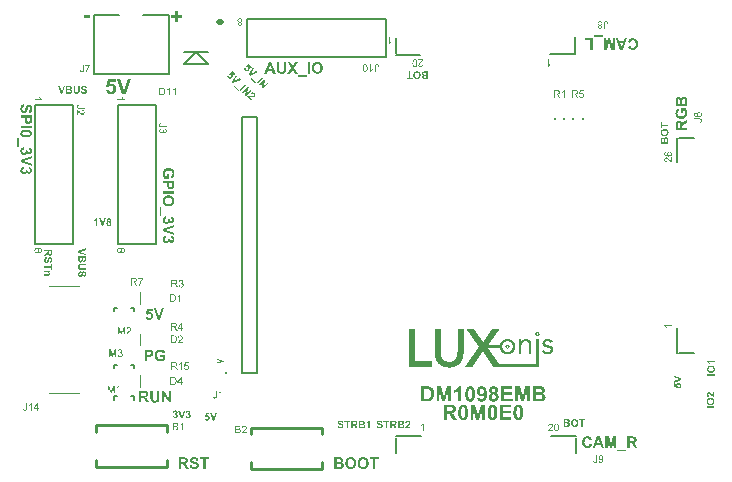
<source format=gto>
G04*
G04 #@! TF.GenerationSoftware,Altium Limited,Altium Designer,20.0.13 (296)*
G04*
G04 Layer_Color=65535*
%FSLAX44Y44*%
%MOMM*%
G71*
G01*
G75*
%ADD10C,0.5000*%
%ADD11C,0.2540*%
%ADD12C,0.2000*%
%ADD13C,0.2540*%
%ADD14C,0.1000*%
%ADD15C,0.1016*%
G36*
X443919Y126208D02*
X444258D01*
Y126166D01*
X444427D01*
Y126124D01*
X444554D01*
Y126082D01*
X444639D01*
Y126039D01*
X444723D01*
Y125997D01*
X444808D01*
Y125955D01*
X444850D01*
Y125912D01*
X444935D01*
Y125870D01*
X444977D01*
Y125828D01*
X445019D01*
Y125785D01*
X445062D01*
Y125743D01*
X445104D01*
Y125701D01*
X445146D01*
Y125659D01*
X445189D01*
Y125616D01*
X445231D01*
Y125574D01*
X445273D01*
Y125532D01*
Y125489D01*
X445316D01*
Y125447D01*
X445358D01*
Y125405D01*
Y125362D01*
X445400D01*
Y125320D01*
Y125278D01*
X445442D01*
Y125235D01*
Y125193D01*
X445485D01*
Y125151D01*
Y125108D01*
Y125066D01*
X445527D01*
Y125024D01*
Y124982D01*
Y124939D01*
Y124897D01*
X445569D01*
Y124855D01*
Y124812D01*
Y124770D01*
Y124728D01*
Y124685D01*
Y124643D01*
Y124601D01*
Y124558D01*
Y124516D01*
Y124474D01*
Y124432D01*
Y124389D01*
Y124347D01*
Y124305D01*
Y124262D01*
Y124220D01*
Y124178D01*
Y124135D01*
Y124093D01*
X445527D01*
Y124051D01*
Y124009D01*
Y123966D01*
Y123924D01*
X445485D01*
Y123882D01*
Y123839D01*
Y123797D01*
X445442D01*
Y123755D01*
Y123712D01*
X445400D01*
Y123670D01*
Y123628D01*
X445358D01*
Y123586D01*
Y123543D01*
X445316D01*
Y123501D01*
X445273D01*
Y123458D01*
Y123416D01*
X445231D01*
Y123374D01*
X445189D01*
Y123332D01*
X445146D01*
Y123289D01*
X445104D01*
Y123247D01*
X445062D01*
Y123205D01*
X445019D01*
Y123162D01*
X444977D01*
Y123120D01*
X444935D01*
Y123078D01*
X444850D01*
Y123035D01*
X444808D01*
Y122993D01*
X444723D01*
Y122951D01*
X444639D01*
Y122908D01*
X444554D01*
Y122866D01*
X444427D01*
Y122824D01*
X444258D01*
Y122782D01*
X443962D01*
Y122739D01*
X443666D01*
Y122782D01*
X443369D01*
Y122824D01*
X443200D01*
Y122866D01*
X443116D01*
Y122908D01*
X442989D01*
Y122951D01*
X442904D01*
Y122993D01*
X442862D01*
Y123035D01*
X442777D01*
Y123078D01*
X442735D01*
Y123120D01*
X442650D01*
Y123162D01*
X442608D01*
Y123205D01*
X442566D01*
Y123247D01*
X442523D01*
Y123289D01*
X442481D01*
Y123332D01*
X442439D01*
Y123374D01*
X442396D01*
Y123416D01*
Y123458D01*
X442354D01*
Y123501D01*
X442312D01*
Y123543D01*
Y123586D01*
X442269D01*
Y123628D01*
Y123670D01*
X442227D01*
Y123712D01*
Y123755D01*
X442185D01*
Y123797D01*
Y123839D01*
X442142D01*
Y123882D01*
Y123924D01*
Y123966D01*
X442100D01*
Y124009D01*
Y124051D01*
Y124093D01*
Y124135D01*
Y124178D01*
X442058D01*
Y124220D01*
Y124262D01*
Y124305D01*
Y124347D01*
Y124389D01*
Y124432D01*
Y124474D01*
Y124516D01*
Y124558D01*
Y124601D01*
Y124643D01*
Y124685D01*
Y124728D01*
Y124770D01*
Y124812D01*
X442100D01*
Y124855D01*
Y124897D01*
Y124939D01*
Y124982D01*
Y125024D01*
X442142D01*
Y125066D01*
Y125108D01*
Y125151D01*
X442185D01*
Y125193D01*
Y125235D01*
X442227D01*
Y125278D01*
Y125320D01*
X442269D01*
Y125362D01*
Y125405D01*
X442312D01*
Y125447D01*
Y125489D01*
X442354D01*
Y125532D01*
X442396D01*
Y125574D01*
Y125616D01*
X442439D01*
Y125659D01*
X442481D01*
Y125701D01*
X442523D01*
Y125743D01*
X442566D01*
Y125785D01*
X442608D01*
Y125828D01*
X442650D01*
Y125870D01*
X442735D01*
Y125912D01*
X442777D01*
Y125955D01*
X442862D01*
Y125997D01*
X442904D01*
Y126039D01*
X442989D01*
Y126082D01*
X443116D01*
Y126124D01*
X443242D01*
Y126166D01*
X443369D01*
Y126208D01*
X443708D01*
Y126251D01*
X443919D01*
Y126208D01*
D02*
G37*
G36*
X434485Y120328D02*
X434993D01*
Y120286D01*
X435246D01*
Y120243D01*
X435458D01*
Y120201D01*
X435627D01*
Y120159D01*
X435796D01*
Y120116D01*
X435923D01*
Y120074D01*
X436050D01*
Y120032D01*
X436177D01*
Y119989D01*
X436262D01*
Y119947D01*
X436346D01*
Y119905D01*
X436431D01*
Y119862D01*
X436516D01*
Y119820D01*
X436600D01*
Y119778D01*
X436685D01*
Y119735D01*
X436769D01*
Y119693D01*
X436812D01*
Y119651D01*
X436896D01*
Y119609D01*
X436939D01*
Y119566D01*
X437023D01*
Y119524D01*
X437066D01*
Y119482D01*
X437108D01*
Y119439D01*
X437192D01*
Y119397D01*
X437235D01*
Y119355D01*
X437277D01*
Y119312D01*
X437319D01*
Y119270D01*
X437362D01*
Y119228D01*
X437404D01*
Y119185D01*
X437446D01*
Y119143D01*
X437489D01*
Y119101D01*
X437531D01*
Y119059D01*
X437573D01*
Y119016D01*
X437616D01*
Y118974D01*
X437658D01*
Y118932D01*
X437700D01*
Y118889D01*
X437743D01*
Y118847D01*
X437785D01*
Y118805D01*
Y118762D01*
X437827D01*
Y118720D01*
X437869D01*
Y118678D01*
Y118636D01*
X437912D01*
Y118593D01*
X437954D01*
Y118551D01*
Y118509D01*
X437996D01*
Y118466D01*
X438039D01*
Y118424D01*
Y118382D01*
X438081D01*
Y118339D01*
Y118297D01*
X438123D01*
Y118255D01*
X438166D01*
Y118212D01*
Y118170D01*
X438208D01*
Y118128D01*
Y118085D01*
X438250D01*
Y118043D01*
Y118001D01*
Y117959D01*
X438293D01*
Y117916D01*
Y117874D01*
X438335D01*
Y117832D01*
Y117789D01*
X438377D01*
Y117747D01*
Y117705D01*
Y117662D01*
X438419D01*
Y117620D01*
Y117578D01*
Y117535D01*
X438462D01*
Y117493D01*
Y117451D01*
Y117409D01*
X438504D01*
Y117366D01*
Y117324D01*
Y117282D01*
Y117239D01*
X438546D01*
Y117197D01*
Y117155D01*
Y117113D01*
Y117070D01*
X438589D01*
Y117028D01*
Y116986D01*
Y116943D01*
Y116901D01*
Y116859D01*
X438631D01*
Y116816D01*
Y116774D01*
Y116732D01*
Y116689D01*
X438673D01*
Y116647D01*
Y116605D01*
Y116562D01*
Y116520D01*
Y116478D01*
Y116435D01*
Y116393D01*
Y116351D01*
X438716D01*
Y116309D01*
Y116266D01*
Y116224D01*
Y116182D01*
Y116139D01*
Y116097D01*
Y116055D01*
Y116012D01*
Y115970D01*
Y115928D01*
Y115885D01*
X438758D01*
Y115843D01*
Y115801D01*
Y115759D01*
Y115716D01*
Y115674D01*
Y115632D01*
Y115589D01*
Y115547D01*
Y115505D01*
Y115463D01*
Y115420D01*
Y115378D01*
Y115336D01*
Y115293D01*
Y115251D01*
Y115209D01*
Y115166D01*
Y115124D01*
Y115082D01*
Y115039D01*
Y114997D01*
Y114955D01*
Y114913D01*
Y114870D01*
Y114828D01*
Y114786D01*
Y114743D01*
Y114701D01*
Y114659D01*
Y114616D01*
Y114574D01*
Y114532D01*
Y114489D01*
Y114447D01*
Y114405D01*
Y114362D01*
Y114320D01*
Y114278D01*
Y114236D01*
Y114193D01*
Y114151D01*
Y114109D01*
Y114066D01*
Y114024D01*
Y113982D01*
Y113939D01*
Y113897D01*
Y113855D01*
Y113813D01*
Y113770D01*
Y113728D01*
Y113686D01*
Y113643D01*
Y113601D01*
Y113559D01*
Y113516D01*
Y113474D01*
Y113432D01*
Y113389D01*
Y113347D01*
Y113305D01*
Y113263D01*
Y113220D01*
Y113178D01*
Y113136D01*
Y113093D01*
Y113051D01*
Y113009D01*
Y112966D01*
Y112924D01*
Y112882D01*
Y112839D01*
Y112797D01*
Y112755D01*
Y112712D01*
Y112670D01*
Y112628D01*
Y112586D01*
Y112543D01*
Y112501D01*
Y112459D01*
Y112416D01*
Y112374D01*
Y112332D01*
Y112289D01*
Y112247D01*
Y112205D01*
Y112163D01*
Y112120D01*
Y112078D01*
Y112036D01*
Y111993D01*
Y111951D01*
Y111909D01*
Y111866D01*
Y111824D01*
Y111782D01*
Y111739D01*
Y111697D01*
Y111655D01*
Y111613D01*
Y111570D01*
Y111528D01*
Y111486D01*
Y111443D01*
Y111401D01*
Y111359D01*
Y111316D01*
Y111274D01*
Y111232D01*
Y111189D01*
Y111147D01*
Y111105D01*
Y111062D01*
Y111020D01*
Y110978D01*
Y110936D01*
Y110893D01*
Y110851D01*
Y110809D01*
Y110766D01*
Y110724D01*
Y110682D01*
Y110639D01*
Y110597D01*
Y110555D01*
Y110513D01*
Y110470D01*
Y110428D01*
Y110386D01*
Y110343D01*
Y110301D01*
Y110259D01*
Y110216D01*
Y110174D01*
Y110132D01*
Y110089D01*
Y110047D01*
Y110005D01*
Y109963D01*
Y109920D01*
Y109878D01*
Y109836D01*
Y109793D01*
Y109751D01*
Y109709D01*
Y109666D01*
Y109624D01*
Y109582D01*
Y109539D01*
Y109497D01*
Y109455D01*
Y109412D01*
Y109370D01*
Y109328D01*
Y109286D01*
Y109243D01*
Y109201D01*
Y109159D01*
Y109116D01*
Y109074D01*
Y109032D01*
Y108989D01*
Y108947D01*
Y108905D01*
Y108862D01*
Y108820D01*
Y108778D01*
Y108736D01*
Y108693D01*
Y108651D01*
Y108609D01*
Y108566D01*
Y108524D01*
Y108482D01*
Y108440D01*
Y108397D01*
Y108355D01*
Y108313D01*
Y108270D01*
Y108228D01*
Y108186D01*
Y108143D01*
Y108101D01*
Y108059D01*
Y108016D01*
Y107974D01*
Y107932D01*
Y107889D01*
Y107847D01*
X436727D01*
Y107889D01*
Y107932D01*
Y107974D01*
Y108016D01*
Y108059D01*
Y108101D01*
Y108143D01*
Y108186D01*
Y108228D01*
Y108270D01*
Y108313D01*
Y108355D01*
Y108397D01*
Y108440D01*
Y108482D01*
Y108524D01*
Y108566D01*
Y108609D01*
Y108651D01*
Y108693D01*
Y108736D01*
Y108778D01*
Y108820D01*
Y108862D01*
Y108905D01*
Y108947D01*
Y108989D01*
Y109032D01*
Y109074D01*
Y109116D01*
Y109159D01*
Y109201D01*
Y109243D01*
Y109286D01*
Y109328D01*
Y109370D01*
Y109412D01*
Y109455D01*
Y109497D01*
Y109539D01*
Y109582D01*
Y109624D01*
Y109666D01*
Y109709D01*
Y109751D01*
Y109793D01*
Y109836D01*
Y109878D01*
Y109920D01*
Y109963D01*
Y110005D01*
Y110047D01*
Y110089D01*
Y110132D01*
Y110174D01*
Y110216D01*
Y110259D01*
Y110301D01*
Y110343D01*
Y110386D01*
Y110428D01*
Y110470D01*
Y110513D01*
Y110555D01*
Y110597D01*
Y110639D01*
Y110682D01*
Y110724D01*
Y110766D01*
Y110809D01*
Y110851D01*
Y110893D01*
Y110936D01*
Y110978D01*
Y111020D01*
Y111062D01*
Y111105D01*
Y111147D01*
Y111189D01*
Y111232D01*
Y111274D01*
Y111316D01*
Y111359D01*
Y111401D01*
Y111443D01*
Y111486D01*
Y111528D01*
Y111570D01*
Y111613D01*
Y111655D01*
Y111697D01*
Y111739D01*
Y111782D01*
Y111824D01*
Y111866D01*
Y111909D01*
Y111951D01*
Y111993D01*
Y112036D01*
Y112078D01*
Y112120D01*
Y112163D01*
Y112205D01*
Y112247D01*
Y112289D01*
Y112332D01*
Y112374D01*
Y112416D01*
Y112459D01*
Y112501D01*
Y112543D01*
Y112586D01*
Y112628D01*
Y112670D01*
Y112712D01*
Y112755D01*
Y112797D01*
Y112839D01*
Y112882D01*
Y112924D01*
Y112966D01*
Y113009D01*
Y113051D01*
Y113093D01*
Y113136D01*
Y113178D01*
Y113220D01*
Y113263D01*
Y113305D01*
Y113347D01*
Y113389D01*
Y113432D01*
Y113474D01*
Y113516D01*
Y113559D01*
Y113601D01*
Y113643D01*
Y113686D01*
Y113728D01*
Y113770D01*
Y113813D01*
Y113855D01*
Y113897D01*
Y113939D01*
Y113982D01*
Y114024D01*
Y114066D01*
Y114109D01*
Y114151D01*
Y114193D01*
Y114236D01*
Y114278D01*
Y114320D01*
Y114362D01*
Y114405D01*
Y114447D01*
Y114489D01*
Y114532D01*
Y114574D01*
Y114616D01*
Y114659D01*
Y114701D01*
Y114743D01*
Y114786D01*
Y114828D01*
Y114870D01*
Y114913D01*
Y114955D01*
Y114997D01*
Y115039D01*
Y115082D01*
Y115124D01*
Y115166D01*
Y115209D01*
Y115251D01*
Y115293D01*
Y115336D01*
Y115378D01*
Y115420D01*
Y115463D01*
Y115505D01*
Y115547D01*
Y115589D01*
Y115632D01*
Y115674D01*
Y115716D01*
Y115759D01*
Y115801D01*
X436685D01*
Y115843D01*
Y115885D01*
Y115928D01*
Y115970D01*
Y116012D01*
Y116055D01*
Y116097D01*
X436643D01*
Y116139D01*
Y116182D01*
Y116224D01*
Y116266D01*
Y116309D01*
Y116351D01*
X436600D01*
Y116393D01*
Y116435D01*
Y116478D01*
Y116520D01*
X436558D01*
Y116562D01*
Y116605D01*
Y116647D01*
X436516D01*
Y116689D01*
Y116732D01*
Y116774D01*
X436473D01*
Y116816D01*
Y116859D01*
Y116901D01*
X436431D01*
Y116943D01*
Y116986D01*
X436389D01*
Y117028D01*
Y117070D01*
X436346D01*
Y117113D01*
Y117155D01*
Y117197D01*
X436304D01*
Y117239D01*
Y117282D01*
X436262D01*
Y117324D01*
X436219D01*
Y117366D01*
Y117409D01*
X436177D01*
Y117451D01*
X436135D01*
Y117493D01*
Y117535D01*
X436093D01*
Y117578D01*
X436050D01*
Y117620D01*
Y117662D01*
X436008D01*
Y117705D01*
X435966D01*
Y117747D01*
X435923D01*
Y117789D01*
X435881D01*
Y117832D01*
X435839D01*
Y117874D01*
X435796D01*
Y117916D01*
X435754D01*
Y117959D01*
X435670D01*
Y118001D01*
X435627D01*
Y118043D01*
X435585D01*
Y118085D01*
X435500D01*
Y118128D01*
X435416D01*
Y118170D01*
X435373D01*
Y118212D01*
X435289D01*
Y118255D01*
X435162D01*
Y118297D01*
X435077D01*
Y118339D01*
X434950D01*
Y118382D01*
X434781D01*
Y118424D01*
X434570D01*
Y118466D01*
X434189D01*
Y118509D01*
X433639D01*
Y118466D01*
X433216D01*
Y118424D01*
X433004D01*
Y118382D01*
X432793D01*
Y118339D01*
X432666D01*
Y118297D01*
X432539D01*
Y118255D01*
X432412D01*
Y118212D01*
X432327D01*
Y118170D01*
X432200D01*
Y118128D01*
X432116D01*
Y118085D01*
X432031D01*
Y118043D01*
X431989D01*
Y118001D01*
X431904D01*
Y117959D01*
X431862D01*
Y117916D01*
X431777D01*
Y117874D01*
X431735D01*
Y117832D01*
X431650D01*
Y117789D01*
X431608D01*
Y117747D01*
X431566D01*
Y117705D01*
X431523D01*
Y117662D01*
X431439D01*
Y117620D01*
X431396D01*
Y117578D01*
X431354D01*
Y117535D01*
X431312D01*
Y117493D01*
Y117451D01*
X431270D01*
Y117409D01*
X431227D01*
Y117366D01*
X431185D01*
Y117324D01*
X431143D01*
Y117282D01*
X431100D01*
Y117239D01*
X431058D01*
Y117197D01*
Y117155D01*
X431016D01*
Y117113D01*
X430973D01*
Y117070D01*
Y117028D01*
X430931D01*
Y116986D01*
X430889D01*
Y116943D01*
Y116901D01*
X430846D01*
Y116859D01*
Y116816D01*
X430804D01*
Y116774D01*
X430762D01*
Y116732D01*
Y116689D01*
X430720D01*
Y116647D01*
Y116605D01*
X430677D01*
Y116562D01*
Y116520D01*
X430635D01*
Y116478D01*
Y116435D01*
Y116393D01*
X430593D01*
Y116351D01*
Y116309D01*
X430550D01*
Y116266D01*
Y116224D01*
Y116182D01*
X430508D01*
Y116139D01*
Y116097D01*
Y116055D01*
X430466D01*
Y116012D01*
Y115970D01*
X430423D01*
Y115928D01*
Y115885D01*
Y115843D01*
Y115801D01*
X430381D01*
Y115759D01*
Y115716D01*
Y115674D01*
Y115632D01*
X430339D01*
Y115589D01*
Y115547D01*
Y115505D01*
Y115463D01*
X430297D01*
Y115420D01*
Y115378D01*
Y115336D01*
Y115293D01*
Y115251D01*
X430254D01*
Y115209D01*
Y115166D01*
Y115124D01*
Y115082D01*
Y115039D01*
Y114997D01*
X430212D01*
Y114955D01*
Y114913D01*
Y114870D01*
Y114828D01*
Y114786D01*
Y114743D01*
Y114701D01*
Y114659D01*
Y114616D01*
X430169D01*
Y114574D01*
Y114532D01*
Y114489D01*
Y114447D01*
Y114405D01*
Y114362D01*
Y114320D01*
Y114278D01*
Y114236D01*
Y114193D01*
Y114151D01*
Y114109D01*
Y114066D01*
Y114024D01*
Y113982D01*
Y113939D01*
Y113897D01*
Y113855D01*
Y113813D01*
Y113770D01*
Y113728D01*
Y113686D01*
Y113643D01*
Y113601D01*
Y113559D01*
Y113516D01*
Y113474D01*
Y113432D01*
Y113389D01*
Y113347D01*
Y113305D01*
Y113263D01*
Y113220D01*
Y113178D01*
Y113136D01*
Y113093D01*
Y113051D01*
Y113009D01*
Y112966D01*
Y112924D01*
Y112882D01*
Y112839D01*
Y112797D01*
Y112755D01*
Y112712D01*
Y112670D01*
Y112628D01*
Y112586D01*
Y112543D01*
Y112501D01*
Y112459D01*
Y112416D01*
Y112374D01*
Y112332D01*
Y112289D01*
Y112247D01*
Y112205D01*
Y112163D01*
Y112120D01*
Y112078D01*
Y112036D01*
Y111993D01*
Y111951D01*
Y111909D01*
Y111866D01*
Y111824D01*
Y111782D01*
Y111739D01*
Y111697D01*
Y111655D01*
Y111613D01*
Y111570D01*
Y111528D01*
Y111486D01*
Y111443D01*
Y111401D01*
Y111359D01*
Y111316D01*
Y111274D01*
Y111232D01*
Y111189D01*
Y111147D01*
Y111105D01*
Y111062D01*
Y111020D01*
Y110978D01*
Y110936D01*
Y110893D01*
Y110851D01*
Y110809D01*
Y110766D01*
Y110724D01*
Y110682D01*
Y110639D01*
Y110597D01*
Y110555D01*
Y110513D01*
Y110470D01*
Y110428D01*
Y110386D01*
Y110343D01*
Y110301D01*
Y110259D01*
Y110216D01*
Y110174D01*
Y110132D01*
Y110089D01*
Y110047D01*
Y110005D01*
Y109963D01*
Y109920D01*
Y109878D01*
Y109836D01*
Y109793D01*
Y109751D01*
Y109709D01*
Y109666D01*
Y109624D01*
Y109582D01*
Y109539D01*
Y109497D01*
Y109455D01*
Y109412D01*
Y109370D01*
Y109328D01*
Y109286D01*
Y109243D01*
Y109201D01*
Y109159D01*
Y109116D01*
Y109074D01*
Y109032D01*
Y108989D01*
Y108947D01*
Y108905D01*
Y108862D01*
Y108820D01*
Y108778D01*
Y108736D01*
Y108693D01*
Y108651D01*
Y108609D01*
Y108566D01*
Y108524D01*
Y108482D01*
Y108440D01*
Y108397D01*
Y108355D01*
Y108313D01*
Y108270D01*
Y108228D01*
Y108186D01*
Y108143D01*
Y108101D01*
Y108059D01*
Y108016D01*
Y107974D01*
Y107932D01*
Y107889D01*
Y107847D01*
X428139D01*
Y107889D01*
Y107932D01*
Y107974D01*
Y108016D01*
Y108059D01*
Y108101D01*
Y108143D01*
Y108186D01*
Y108228D01*
Y108270D01*
Y108313D01*
Y108355D01*
Y108397D01*
Y108440D01*
Y108482D01*
Y108524D01*
Y108566D01*
Y108609D01*
Y108651D01*
Y108693D01*
Y108736D01*
Y108778D01*
Y108820D01*
Y108862D01*
Y108905D01*
Y108947D01*
Y108989D01*
Y109032D01*
Y109074D01*
Y109116D01*
Y109159D01*
Y109201D01*
Y109243D01*
Y109286D01*
Y109328D01*
Y109370D01*
Y109412D01*
Y109455D01*
Y109497D01*
Y109539D01*
Y109582D01*
Y109624D01*
Y109666D01*
Y109709D01*
Y109751D01*
Y109793D01*
Y109836D01*
Y109878D01*
Y109920D01*
Y109963D01*
Y110005D01*
Y110047D01*
Y110089D01*
Y110132D01*
Y110174D01*
Y110216D01*
Y110259D01*
Y110301D01*
Y110343D01*
Y110386D01*
Y110428D01*
Y110470D01*
Y110513D01*
Y110555D01*
Y110597D01*
Y110639D01*
Y110682D01*
Y110724D01*
Y110766D01*
Y110809D01*
Y110851D01*
Y110893D01*
Y110936D01*
Y110978D01*
Y111020D01*
Y111062D01*
Y111105D01*
Y111147D01*
Y111189D01*
Y111232D01*
Y111274D01*
Y111316D01*
Y111359D01*
Y111401D01*
Y111443D01*
Y111486D01*
Y111528D01*
Y111570D01*
Y111613D01*
Y111655D01*
Y111697D01*
Y111739D01*
Y111782D01*
Y111824D01*
Y111866D01*
Y111909D01*
Y111951D01*
Y111993D01*
Y112036D01*
Y112078D01*
Y112120D01*
Y112163D01*
Y112205D01*
Y112247D01*
Y112289D01*
Y112332D01*
Y112374D01*
Y112416D01*
Y112459D01*
Y112501D01*
Y112543D01*
Y112586D01*
Y112628D01*
Y112670D01*
Y112712D01*
Y112755D01*
Y112797D01*
Y112839D01*
Y112882D01*
Y112924D01*
Y112966D01*
Y113009D01*
Y113051D01*
Y113093D01*
Y113136D01*
Y113178D01*
Y113220D01*
Y113263D01*
Y113305D01*
Y113347D01*
Y113389D01*
Y113432D01*
Y113474D01*
Y113516D01*
Y113559D01*
Y113601D01*
Y113643D01*
Y113686D01*
Y113728D01*
Y113770D01*
Y113813D01*
Y113855D01*
Y113897D01*
Y113939D01*
Y113982D01*
Y114024D01*
Y114066D01*
Y114109D01*
Y114151D01*
Y114193D01*
Y114236D01*
Y114278D01*
Y114320D01*
Y114362D01*
Y114405D01*
Y114447D01*
Y114489D01*
Y114532D01*
Y114574D01*
Y114616D01*
Y114659D01*
Y114701D01*
Y114743D01*
Y114786D01*
Y114828D01*
Y114870D01*
Y114913D01*
Y114955D01*
Y114997D01*
Y115039D01*
Y115082D01*
Y115124D01*
Y115166D01*
Y115209D01*
Y115251D01*
Y115293D01*
Y115336D01*
Y115378D01*
Y115420D01*
Y115463D01*
Y115505D01*
Y115547D01*
Y115589D01*
Y115632D01*
Y115674D01*
Y115716D01*
Y115759D01*
Y115801D01*
Y115843D01*
Y115885D01*
Y115928D01*
Y115970D01*
Y116012D01*
Y116055D01*
Y116097D01*
Y116139D01*
Y116182D01*
Y116224D01*
Y116266D01*
Y116309D01*
Y116351D01*
Y116393D01*
Y116435D01*
Y116478D01*
Y116520D01*
Y116562D01*
Y116605D01*
Y116647D01*
Y116689D01*
Y116732D01*
Y116774D01*
Y116816D01*
Y116859D01*
Y116901D01*
Y116943D01*
Y116986D01*
Y117028D01*
Y117070D01*
Y117113D01*
Y117155D01*
Y117197D01*
Y117239D01*
Y117282D01*
Y117324D01*
Y117366D01*
Y117409D01*
Y117451D01*
Y117493D01*
Y117535D01*
Y117578D01*
Y117620D01*
Y117662D01*
Y117705D01*
Y117747D01*
Y117789D01*
Y117832D01*
Y117874D01*
Y117916D01*
Y117959D01*
Y118001D01*
X428097D01*
Y118043D01*
Y118085D01*
Y118128D01*
Y118170D01*
Y118212D01*
Y118255D01*
Y118297D01*
Y118339D01*
Y118382D01*
Y118424D01*
Y118466D01*
Y118509D01*
Y118551D01*
Y118593D01*
Y118636D01*
Y118678D01*
Y118720D01*
Y118762D01*
Y118805D01*
Y118847D01*
X428054D01*
Y118889D01*
Y118932D01*
Y118974D01*
Y119016D01*
Y119059D01*
Y119101D01*
Y119143D01*
Y119185D01*
Y119228D01*
Y119270D01*
Y119312D01*
Y119355D01*
Y119397D01*
Y119439D01*
Y119482D01*
Y119524D01*
Y119566D01*
Y119609D01*
Y119651D01*
Y119693D01*
Y119735D01*
X428012D01*
Y119778D01*
Y119820D01*
Y119862D01*
Y119905D01*
Y119947D01*
Y119989D01*
Y120032D01*
X429958D01*
Y119989D01*
Y119947D01*
Y119905D01*
Y119862D01*
Y119820D01*
Y119778D01*
Y119735D01*
Y119693D01*
Y119651D01*
Y119609D01*
Y119566D01*
Y119524D01*
Y119482D01*
Y119439D01*
Y119397D01*
Y119355D01*
Y119312D01*
Y119270D01*
Y119228D01*
Y119185D01*
Y119143D01*
Y119101D01*
Y119059D01*
Y119016D01*
Y118974D01*
Y118932D01*
Y118889D01*
Y118847D01*
X430000D01*
Y118805D01*
Y118762D01*
Y118720D01*
Y118678D01*
Y118636D01*
Y118593D01*
Y118551D01*
Y118509D01*
Y118466D01*
Y118424D01*
Y118382D01*
Y118339D01*
Y118297D01*
Y118255D01*
Y118212D01*
Y118170D01*
Y118128D01*
Y118085D01*
Y118043D01*
X430085D01*
Y118085D01*
Y118128D01*
X430127D01*
Y118170D01*
Y118212D01*
X430169D01*
Y118255D01*
Y118297D01*
X430212D01*
Y118339D01*
X430254D01*
Y118382D01*
Y118424D01*
X430297D01*
Y118466D01*
X430339D01*
Y118509D01*
Y118551D01*
X430381D01*
Y118593D01*
X430423D01*
Y118636D01*
Y118678D01*
X430466D01*
Y118720D01*
X430508D01*
Y118762D01*
X430550D01*
Y118805D01*
X430593D01*
Y118847D01*
X430635D01*
Y118889D01*
Y118932D01*
X430677D01*
Y118974D01*
X430720D01*
Y119016D01*
X430762D01*
Y119059D01*
X430804D01*
Y119101D01*
X430846D01*
Y119143D01*
X430889D01*
Y119185D01*
X430973D01*
Y119228D01*
X431016D01*
Y119270D01*
X431058D01*
Y119312D01*
X431100D01*
Y119355D01*
X431143D01*
Y119397D01*
X431227D01*
Y119439D01*
X431270D01*
Y119482D01*
X431354D01*
Y119524D01*
X431396D01*
Y119566D01*
X431439D01*
Y119609D01*
X431523D01*
Y119651D01*
X431608D01*
Y119693D01*
X431650D01*
Y119735D01*
X431735D01*
Y119778D01*
X431819D01*
Y119820D01*
X431904D01*
Y119862D01*
X431989D01*
Y119905D01*
X432073D01*
Y119947D01*
X432158D01*
Y119989D01*
X432285D01*
Y120032D01*
X432369D01*
Y120074D01*
X432496D01*
Y120116D01*
X432623D01*
Y120159D01*
X432793D01*
Y120201D01*
X432920D01*
Y120243D01*
X433131D01*
Y120286D01*
X433385D01*
Y120328D01*
X433808D01*
Y120370D01*
X434485D01*
Y120328D01*
D02*
G37*
G36*
X411978Y129085D02*
X411935D01*
Y129043D01*
X411893D01*
Y129001D01*
Y128959D01*
X411851D01*
Y128916D01*
X411808D01*
Y128874D01*
Y128832D01*
X411766D01*
Y128789D01*
X411724D01*
Y128747D01*
X411681D01*
Y128705D01*
Y128662D01*
X411639D01*
Y128620D01*
X411597D01*
Y128578D01*
Y128535D01*
X411554D01*
Y128493D01*
X411512D01*
Y128451D01*
X411470D01*
Y128408D01*
Y128366D01*
X411427D01*
Y128324D01*
X411385D01*
Y128282D01*
Y128239D01*
X411343D01*
Y128197D01*
X411301D01*
Y128155D01*
X411258D01*
Y128112D01*
Y128070D01*
X411216D01*
Y128028D01*
X411174D01*
Y127985D01*
Y127943D01*
X411131D01*
Y127901D01*
X411089D01*
Y127858D01*
X411047D01*
Y127816D01*
Y127774D01*
X411004D01*
Y127732D01*
X410962D01*
Y127689D01*
Y127647D01*
X410920D01*
Y127605D01*
X410877D01*
Y127562D01*
Y127520D01*
X410835D01*
Y127478D01*
X410793D01*
Y127435D01*
X410751D01*
Y127393D01*
Y127351D01*
X410708D01*
Y127309D01*
X410666D01*
Y127266D01*
Y127224D01*
X410624D01*
Y127182D01*
X410581D01*
Y127139D01*
X410539D01*
Y127097D01*
Y127055D01*
X410497D01*
Y127012D01*
X410454D01*
Y126970D01*
Y126928D01*
X410412D01*
Y126885D01*
X410370D01*
Y126843D01*
X410327D01*
Y126801D01*
Y126758D01*
X410285D01*
Y126716D01*
X410243D01*
Y126674D01*
Y126632D01*
X410201D01*
Y126589D01*
X410158D01*
Y126547D01*
X410116D01*
Y126505D01*
Y126462D01*
X410074D01*
Y126420D01*
X410031D01*
Y126378D01*
Y126335D01*
X409989D01*
Y126293D01*
X409947D01*
Y126251D01*
Y126208D01*
X409904D01*
Y126166D01*
X409862D01*
Y126124D01*
X409820D01*
Y126082D01*
Y126039D01*
X409777D01*
Y125997D01*
X409735D01*
Y125955D01*
Y125912D01*
X409693D01*
Y125870D01*
X409651D01*
Y125828D01*
X409608D01*
Y125785D01*
Y125743D01*
X409566D01*
Y125701D01*
X409524D01*
Y125659D01*
Y125616D01*
X409481D01*
Y125574D01*
X409439D01*
Y125532D01*
X409397D01*
Y125489D01*
Y125447D01*
X409355D01*
Y125405D01*
X409312D01*
Y125362D01*
Y125320D01*
X409270D01*
Y125278D01*
X409227D01*
Y125235D01*
X409185D01*
Y125193D01*
Y125151D01*
X409143D01*
Y125108D01*
X409101D01*
Y125066D01*
Y125024D01*
X409058D01*
Y124982D01*
X409016D01*
Y124939D01*
X408974D01*
Y124897D01*
Y124855D01*
X408931D01*
Y124812D01*
X408889D01*
Y124770D01*
Y124728D01*
X408847D01*
Y124685D01*
X408804D01*
Y124643D01*
Y124601D01*
X408762D01*
Y124558D01*
X408720D01*
Y124516D01*
X408677D01*
Y124474D01*
Y124432D01*
X408635D01*
Y124389D01*
X408593D01*
Y124347D01*
Y124305D01*
X408551D01*
Y124262D01*
X408508D01*
Y124220D01*
X408466D01*
Y124178D01*
Y124135D01*
X408424D01*
Y124093D01*
X408381D01*
Y124051D01*
Y124009D01*
X408339D01*
Y123966D01*
X408297D01*
Y123924D01*
X408255D01*
Y123882D01*
Y123839D01*
X408212D01*
Y123797D01*
X408170D01*
Y123755D01*
Y123712D01*
X408128D01*
Y123670D01*
X408085D01*
Y123628D01*
X408043D01*
Y123586D01*
Y123543D01*
X408001D01*
Y123501D01*
X407958D01*
Y123458D01*
Y123416D01*
X407916D01*
Y123374D01*
X407874D01*
Y123332D01*
X407831D01*
Y123289D01*
Y123247D01*
X407789D01*
Y123205D01*
X407747D01*
Y123162D01*
Y123120D01*
X407705D01*
Y123078D01*
X407662D01*
Y123035D01*
Y122993D01*
X407620D01*
Y122951D01*
X407578D01*
Y122908D01*
X407535D01*
Y122866D01*
Y122824D01*
X407493D01*
Y122782D01*
X407451D01*
Y122739D01*
Y122697D01*
X407408D01*
Y122655D01*
X407366D01*
Y122612D01*
X407324D01*
Y122570D01*
Y122528D01*
X407281D01*
Y122486D01*
X407239D01*
Y122443D01*
Y122401D01*
X407197D01*
Y122359D01*
X407155D01*
Y122316D01*
X407112D01*
Y122274D01*
Y122232D01*
X407070D01*
Y122189D01*
X407028D01*
Y122147D01*
Y122105D01*
X406985D01*
Y122062D01*
X406943D01*
Y122020D01*
X406901D01*
Y121978D01*
Y121936D01*
X406858D01*
Y121893D01*
X406816D01*
Y121851D01*
Y121809D01*
X406774D01*
Y121766D01*
X406731D01*
Y121724D01*
X406689D01*
Y121682D01*
Y121639D01*
X406647D01*
Y121597D01*
X406604D01*
Y121555D01*
Y121512D01*
X406562D01*
Y121470D01*
X406520D01*
Y121428D01*
Y121385D01*
X406478D01*
Y121343D01*
X406435D01*
Y121301D01*
X406393D01*
Y121259D01*
Y121216D01*
X406351D01*
Y121174D01*
X406308D01*
Y121132D01*
Y121089D01*
X406266D01*
Y121047D01*
X406224D01*
Y121005D01*
X406181D01*
Y120962D01*
Y120920D01*
X406139D01*
Y120878D01*
X406097D01*
Y120836D01*
Y120793D01*
X406054D01*
Y120751D01*
X406012D01*
Y120709D01*
X405970D01*
Y120666D01*
Y120624D01*
X405928D01*
Y120582D01*
X405885D01*
Y120539D01*
Y120497D01*
X405843D01*
Y120455D01*
X405801D01*
Y120412D01*
X405758D01*
Y120370D01*
Y120328D01*
X405716D01*
Y120286D01*
X405674D01*
Y120243D01*
Y120201D01*
X405631D01*
Y120159D01*
X405589D01*
Y120116D01*
Y120074D01*
X405547D01*
Y120032D01*
X405504D01*
Y119989D01*
X405462D01*
Y119947D01*
Y119905D01*
X405420D01*
Y119862D01*
X405378D01*
Y119820D01*
Y119778D01*
X405335D01*
Y119735D01*
X405293D01*
Y119693D01*
X405251D01*
Y119651D01*
Y119609D01*
X405208D01*
Y119566D01*
X405166D01*
Y119524D01*
Y119482D01*
X405124D01*
Y119439D01*
X405081D01*
Y119397D01*
X405039D01*
Y119355D01*
Y119312D01*
X404997D01*
Y119270D01*
X404954D01*
Y119228D01*
Y119185D01*
X404912D01*
Y119143D01*
X404870D01*
Y119101D01*
X404828D01*
Y119059D01*
Y119016D01*
X404785D01*
Y118974D01*
X404743D01*
Y118932D01*
Y118889D01*
X404701D01*
Y118847D01*
X404658D01*
Y118805D01*
X404616D01*
Y118762D01*
Y118720D01*
X404574D01*
Y118678D01*
X404531D01*
Y118636D01*
Y118593D01*
X404489D01*
Y118551D01*
X404447D01*
Y118509D01*
Y118466D01*
X404404D01*
Y118424D01*
X404362D01*
Y118382D01*
X404320D01*
Y118339D01*
Y118297D01*
X404278D01*
Y118255D01*
X404235D01*
Y118212D01*
Y118170D01*
X404193D01*
Y118128D01*
X404151D01*
Y118085D01*
X404108D01*
Y118043D01*
Y118001D01*
X404066D01*
Y117959D01*
X404024D01*
Y117916D01*
Y117874D01*
X403981D01*
Y117832D01*
X403939D01*
Y117789D01*
X403897D01*
Y117747D01*
Y117705D01*
X403854D01*
Y117662D01*
X403812D01*
Y117620D01*
Y117578D01*
X403770D01*
Y117535D01*
X403728D01*
Y117493D01*
X403685D01*
Y117451D01*
Y117409D01*
X403643D01*
Y117366D01*
X403601D01*
Y117324D01*
Y117282D01*
X403558D01*
Y117239D01*
X403516D01*
Y117197D01*
X403474D01*
Y117155D01*
Y117113D01*
X403431D01*
Y117070D01*
X403389D01*
Y117028D01*
Y116986D01*
X403347D01*
Y116943D01*
X403304D01*
Y116901D01*
Y116859D01*
X403262D01*
Y116816D01*
X403220D01*
Y116774D01*
X403178D01*
Y116732D01*
Y116689D01*
X403135D01*
Y116647D01*
X403093D01*
Y116605D01*
Y116562D01*
X403051D01*
Y116520D01*
X403008D01*
Y116478D01*
X402966D01*
Y116435D01*
Y116393D01*
X402924D01*
Y116351D01*
X402881D01*
Y116309D01*
Y116266D01*
X402839D01*
Y116224D01*
X402797D01*
Y116182D01*
X402755D01*
Y116139D01*
Y116097D01*
X402712D01*
Y116055D01*
X402670D01*
Y116012D01*
Y115970D01*
X402628D01*
Y115928D01*
X402585D01*
Y115885D01*
X402543D01*
Y115843D01*
Y115801D01*
X402501D01*
Y115759D01*
X402458D01*
Y115716D01*
Y115674D01*
X402416D01*
Y115632D01*
X402374D01*
Y115589D01*
Y115547D01*
X402332D01*
Y115505D01*
X402289D01*
Y115463D01*
X402247D01*
Y115420D01*
Y115378D01*
X402205D01*
Y115336D01*
X402162D01*
Y115293D01*
Y115251D01*
X402120D01*
Y115209D01*
X402078D01*
Y115166D01*
X402035D01*
Y115124D01*
Y115082D01*
X401993D01*
Y115039D01*
X401951D01*
Y114997D01*
Y114955D01*
X412020D01*
Y114997D01*
Y115039D01*
Y115082D01*
Y115124D01*
X412062D01*
Y115166D01*
Y115209D01*
Y115251D01*
Y115293D01*
Y115336D01*
X412104D01*
Y115378D01*
Y115420D01*
Y115463D01*
Y115505D01*
Y115547D01*
X412147D01*
Y115589D01*
Y115632D01*
Y115674D01*
Y115716D01*
X412189D01*
Y115759D01*
Y115801D01*
Y115843D01*
Y115885D01*
X412231D01*
Y115928D01*
Y115970D01*
Y116012D01*
Y116055D01*
X412274D01*
Y116097D01*
Y116139D01*
Y116182D01*
X412316D01*
Y116224D01*
Y116266D01*
Y116309D01*
X412358D01*
Y116351D01*
Y116393D01*
X412401D01*
Y116435D01*
Y116478D01*
Y116520D01*
X412443D01*
Y116562D01*
Y116605D01*
X412485D01*
Y116647D01*
Y116689D01*
X412528D01*
Y116732D01*
Y116774D01*
Y116816D01*
X412570D01*
Y116859D01*
Y116901D01*
X412612D01*
Y116943D01*
Y116986D01*
X412654D01*
Y117028D01*
Y117070D01*
X412697D01*
Y117113D01*
X412739D01*
Y117155D01*
Y117197D01*
X412781D01*
Y117239D01*
Y117282D01*
X412824D01*
Y117324D01*
Y117366D01*
X412866D01*
Y117409D01*
Y117451D01*
X412908D01*
Y117493D01*
X412951D01*
Y117535D01*
Y117578D01*
X412993D01*
Y117620D01*
X413035D01*
Y117662D01*
Y117705D01*
X413078D01*
Y117747D01*
X413120D01*
Y117789D01*
Y117832D01*
X413162D01*
Y117874D01*
X413204D01*
Y117916D01*
X413247D01*
Y117959D01*
Y118001D01*
X413289D01*
Y118043D01*
X413331D01*
Y118085D01*
X413374D01*
Y118128D01*
X413416D01*
Y118170D01*
X413458D01*
Y118212D01*
Y118255D01*
X413501D01*
Y118297D01*
X413543D01*
Y118339D01*
X413585D01*
Y118382D01*
X413628D01*
Y118424D01*
X413670D01*
Y118466D01*
X413712D01*
Y118509D01*
X413754D01*
Y118551D01*
X413797D01*
Y118593D01*
X413839D01*
Y118636D01*
X413881D01*
Y118678D01*
X413924D01*
Y118720D01*
X413966D01*
Y118762D01*
X414008D01*
Y118805D01*
X414050D01*
Y118847D01*
X414135D01*
Y118889D01*
X414178D01*
Y118932D01*
X414220D01*
Y118974D01*
X414262D01*
Y119016D01*
X414347D01*
Y119059D01*
X414389D01*
Y119101D01*
X414431D01*
Y119143D01*
X414474D01*
Y119185D01*
X414558D01*
Y119228D01*
X414643D01*
Y119270D01*
X414685D01*
Y119312D01*
X414770D01*
Y119355D01*
X414812D01*
Y119397D01*
X414897D01*
Y119439D01*
X414939D01*
Y119482D01*
X415024D01*
Y119524D01*
X415108D01*
Y119566D01*
X415193D01*
Y119609D01*
X415277D01*
Y119651D01*
X415362D01*
Y119693D01*
X415447D01*
Y119735D01*
X415531D01*
Y119778D01*
X415616D01*
Y119820D01*
X415743D01*
Y119862D01*
X415827D01*
Y119905D01*
X415954D01*
Y119947D01*
X416081D01*
Y119989D01*
X416208D01*
Y120032D01*
X416335D01*
Y120074D01*
X416462D01*
Y120116D01*
X416631D01*
Y120159D01*
X416800D01*
Y120201D01*
X417012D01*
Y120243D01*
X417266D01*
Y120286D01*
X417562D01*
Y120328D01*
X418070D01*
Y120370D01*
X418874D01*
Y120328D01*
X419339D01*
Y120286D01*
X419635D01*
Y120243D01*
X419889D01*
Y120201D01*
X420143D01*
Y120159D01*
X420270D01*
Y120116D01*
X420439D01*
Y120074D01*
X420608D01*
Y120032D01*
X420735D01*
Y119989D01*
X420862D01*
Y119947D01*
X420947D01*
Y119905D01*
X421073D01*
Y119862D01*
X421200D01*
Y119820D01*
X421285D01*
Y119778D01*
X421370D01*
Y119735D01*
X421454D01*
Y119693D01*
X421539D01*
Y119651D01*
X421623D01*
Y119609D01*
X421708D01*
Y119566D01*
X421793D01*
Y119524D01*
X421877D01*
Y119482D01*
X421962D01*
Y119439D01*
X422004D01*
Y119397D01*
X422089D01*
Y119355D01*
X422174D01*
Y119312D01*
X422216D01*
Y119270D01*
X422300D01*
Y119228D01*
X422343D01*
Y119185D01*
X422427D01*
Y119143D01*
X422470D01*
Y119101D01*
X422512D01*
Y119059D01*
X422597D01*
Y119016D01*
X422639D01*
Y118974D01*
X422681D01*
Y118932D01*
X422724D01*
Y118889D01*
X422808D01*
Y118847D01*
X422850D01*
Y118805D01*
X422893D01*
Y118762D01*
X422935D01*
Y118720D01*
X422977D01*
Y118678D01*
X423020D01*
Y118636D01*
X423062D01*
Y118593D01*
X423104D01*
Y118551D01*
X423147D01*
Y118509D01*
X423189D01*
Y118466D01*
X423231D01*
Y118424D01*
X423274D01*
Y118382D01*
X423316D01*
Y118339D01*
X423358D01*
Y118297D01*
X423400D01*
Y118255D01*
X423443D01*
Y118212D01*
X423485D01*
Y118170D01*
Y118128D01*
X423527D01*
Y118085D01*
X423570D01*
Y118043D01*
X423612D01*
Y118001D01*
X423654D01*
Y117959D01*
X423697D01*
Y117916D01*
Y117874D01*
X423739D01*
Y117832D01*
X423781D01*
Y117789D01*
Y117747D01*
X423824D01*
Y117705D01*
X423866D01*
Y117662D01*
Y117620D01*
X423908D01*
Y117578D01*
X423950D01*
Y117535D01*
Y117493D01*
X423993D01*
Y117451D01*
X424035D01*
Y117409D01*
Y117366D01*
X424077D01*
Y117324D01*
X424120D01*
Y117282D01*
Y117239D01*
X424162D01*
Y117197D01*
Y117155D01*
X424204D01*
Y117113D01*
Y117070D01*
X424246D01*
Y117028D01*
Y116986D01*
X424289D01*
Y116943D01*
Y116901D01*
X424331D01*
Y116859D01*
Y116816D01*
X424374D01*
Y116774D01*
Y116732D01*
X424416D01*
Y116689D01*
Y116647D01*
X424458D01*
Y116605D01*
Y116562D01*
Y116520D01*
X424500D01*
Y116478D01*
Y116435D01*
X424543D01*
Y116393D01*
Y116351D01*
Y116309D01*
X424585D01*
Y116266D01*
Y116224D01*
X424627D01*
Y116182D01*
Y116139D01*
Y116097D01*
X424670D01*
Y116055D01*
Y116012D01*
Y115970D01*
Y115928D01*
X424712D01*
Y115885D01*
Y115843D01*
Y115801D01*
X424754D01*
Y115759D01*
Y115716D01*
Y115674D01*
Y115632D01*
X424797D01*
Y115589D01*
Y115547D01*
Y115505D01*
Y115463D01*
Y115420D01*
X424839D01*
Y115378D01*
Y115336D01*
Y115293D01*
Y115251D01*
Y115209D01*
X424881D01*
Y115166D01*
Y115124D01*
Y115082D01*
Y115039D01*
Y114997D01*
Y114955D01*
Y114913D01*
X424924D01*
Y114870D01*
Y114828D01*
Y114786D01*
Y114743D01*
Y114701D01*
Y114659D01*
Y114616D01*
Y114574D01*
Y114532D01*
Y114489D01*
X424966D01*
Y114447D01*
Y114405D01*
Y114362D01*
Y114320D01*
Y114278D01*
Y114236D01*
Y114193D01*
Y114151D01*
Y114109D01*
Y114066D01*
Y114024D01*
Y113982D01*
Y113939D01*
Y113897D01*
Y113855D01*
Y113813D01*
Y113770D01*
Y113728D01*
Y113686D01*
Y113643D01*
Y113601D01*
Y113559D01*
Y113516D01*
Y113474D01*
Y113432D01*
X424924D01*
Y113389D01*
Y113347D01*
Y113305D01*
Y113263D01*
Y113220D01*
Y113178D01*
Y113136D01*
Y113093D01*
Y113051D01*
Y113009D01*
Y112966D01*
X424881D01*
Y112924D01*
Y112882D01*
Y112839D01*
Y112797D01*
Y112755D01*
Y112712D01*
X424839D01*
Y112670D01*
Y112628D01*
Y112586D01*
Y112543D01*
Y112501D01*
Y112459D01*
X424797D01*
Y112416D01*
Y112374D01*
Y112332D01*
Y112289D01*
X424754D01*
Y112247D01*
Y112205D01*
Y112163D01*
Y112120D01*
X424712D01*
Y112078D01*
Y112036D01*
Y111993D01*
Y111951D01*
X424670D01*
Y111909D01*
Y111866D01*
Y111824D01*
X424627D01*
Y111782D01*
Y111739D01*
Y111697D01*
X424585D01*
Y111655D01*
Y111613D01*
Y111570D01*
X424543D01*
Y111528D01*
Y111486D01*
X424500D01*
Y111443D01*
Y111401D01*
Y111359D01*
X424458D01*
Y111316D01*
Y111274D01*
X424416D01*
Y111232D01*
Y111189D01*
X424374D01*
Y111147D01*
Y111105D01*
Y111062D01*
X424331D01*
Y111020D01*
Y110978D01*
X424289D01*
Y110936D01*
X424246D01*
Y110893D01*
Y110851D01*
X424204D01*
Y110809D01*
Y110766D01*
X424162D01*
Y110724D01*
Y110682D01*
X424120D01*
Y110639D01*
Y110597D01*
X424077D01*
Y110555D01*
Y110513D01*
X424035D01*
Y110470D01*
X423993D01*
Y110428D01*
Y110386D01*
X423950D01*
Y110343D01*
X423908D01*
Y110301D01*
Y110259D01*
X423866D01*
Y110216D01*
X423824D01*
Y110174D01*
Y110132D01*
X423781D01*
Y110089D01*
X423739D01*
Y110047D01*
Y110005D01*
X423697D01*
Y109963D01*
X423654D01*
Y109920D01*
X423612D01*
Y109878D01*
X423570D01*
Y109836D01*
Y109793D01*
X423527D01*
Y109751D01*
X423485D01*
Y109709D01*
X423443D01*
Y109666D01*
X423400D01*
Y109624D01*
X423358D01*
Y109582D01*
Y109539D01*
X423316D01*
Y109497D01*
X423274D01*
Y109455D01*
X423231D01*
Y109412D01*
X423189D01*
Y109370D01*
X423147D01*
Y109328D01*
X423104D01*
Y109286D01*
X423062D01*
Y109243D01*
X423020D01*
Y109201D01*
X422977D01*
Y109159D01*
X422935D01*
Y109116D01*
X422850D01*
Y109074D01*
X422808D01*
Y109032D01*
X422766D01*
Y108989D01*
X422724D01*
Y108947D01*
X422639D01*
Y108905D01*
X422597D01*
Y108862D01*
X422554D01*
Y108820D01*
X422512D01*
Y108778D01*
X422427D01*
Y108736D01*
X422385D01*
Y108693D01*
X422300D01*
Y108651D01*
X422258D01*
Y108609D01*
X422174D01*
Y108566D01*
X422131D01*
Y108524D01*
X422047D01*
Y108482D01*
X421962D01*
Y108440D01*
X421920D01*
Y108397D01*
X421835D01*
Y108355D01*
X421750D01*
Y108313D01*
X421666D01*
Y108270D01*
X421581D01*
Y108228D01*
X421497D01*
Y108186D01*
X421412D01*
Y108143D01*
X421327D01*
Y108101D01*
X421200D01*
Y108059D01*
X421116D01*
Y108016D01*
X420989D01*
Y107974D01*
X420904D01*
Y107932D01*
X420777D01*
Y107889D01*
X420650D01*
Y107847D01*
X420481D01*
Y107805D01*
X420354D01*
Y107762D01*
X420185D01*
Y107720D01*
X419973D01*
Y107678D01*
X419720D01*
Y107636D01*
X419508D01*
Y107593D01*
X419043D01*
Y107551D01*
X417901D01*
Y107593D01*
X417393D01*
Y107636D01*
X417181D01*
Y107678D01*
X416927D01*
Y107720D01*
X416716D01*
Y107762D01*
X416589D01*
Y107805D01*
X416420D01*
Y107847D01*
X416293D01*
Y107889D01*
X416166D01*
Y107932D01*
X416039D01*
Y107974D01*
X415912D01*
Y108016D01*
X415785D01*
Y108059D01*
X415700D01*
Y108101D01*
X415574D01*
Y108143D01*
X415489D01*
Y108186D01*
X415404D01*
Y108228D01*
X415320D01*
Y108270D01*
X415235D01*
Y108313D01*
X415150D01*
Y108355D01*
X415066D01*
Y108397D01*
X414981D01*
Y108440D01*
X414939D01*
Y108482D01*
X414854D01*
Y108524D01*
X414812D01*
Y108566D01*
X414727D01*
Y108609D01*
X414685D01*
Y108651D01*
X414600D01*
Y108693D01*
X414516D01*
Y108736D01*
X414474D01*
Y108778D01*
X414431D01*
Y108820D01*
X414347D01*
Y108862D01*
X414304D01*
Y108905D01*
X414262D01*
Y108947D01*
X414220D01*
Y108989D01*
X414135D01*
Y109032D01*
X414093D01*
Y109074D01*
X414050D01*
Y109116D01*
X414008D01*
Y109159D01*
X413966D01*
Y109201D01*
X413924D01*
Y109243D01*
X413881D01*
Y109286D01*
X413839D01*
Y109328D01*
X413754D01*
Y109370D01*
Y109412D01*
X413712D01*
Y109455D01*
X413670D01*
Y109497D01*
X413628D01*
Y109539D01*
X413585D01*
Y109582D01*
X413543D01*
Y109624D01*
X413501D01*
Y109666D01*
X413458D01*
Y109709D01*
X413416D01*
Y109751D01*
Y109793D01*
X413374D01*
Y109836D01*
X413331D01*
Y109878D01*
X413289D01*
Y109920D01*
X413247D01*
Y109963D01*
X413204D01*
Y110005D01*
Y110047D01*
X413162D01*
Y110089D01*
X413120D01*
Y110132D01*
Y110174D01*
X413078D01*
Y110216D01*
X413035D01*
Y110259D01*
Y110301D01*
X412993D01*
Y110343D01*
X412951D01*
Y110386D01*
Y110428D01*
X412908D01*
Y110470D01*
X412866D01*
Y110513D01*
Y110555D01*
X412824D01*
Y110597D01*
Y110639D01*
X412781D01*
Y110682D01*
X412739D01*
Y110724D01*
Y110766D01*
X412697D01*
Y110809D01*
Y110851D01*
X412654D01*
Y110893D01*
Y110936D01*
X412612D01*
Y110978D01*
Y111020D01*
X412570D01*
Y111062D01*
Y111105D01*
X412528D01*
Y111147D01*
Y111189D01*
X412485D01*
Y111232D01*
Y111274D01*
X412443D01*
Y111316D01*
Y111359D01*
Y111401D01*
X412401D01*
Y111443D01*
Y111486D01*
X412358D01*
Y111528D01*
Y111570D01*
Y111613D01*
X412316D01*
Y111655D01*
Y111697D01*
Y111739D01*
X412274D01*
Y111782D01*
Y111824D01*
Y111866D01*
X412231D01*
Y111909D01*
Y111951D01*
Y111993D01*
X412189D01*
Y112036D01*
Y112078D01*
Y112120D01*
Y112163D01*
X412147D01*
Y112205D01*
Y112247D01*
Y112289D01*
Y112332D01*
X412104D01*
Y112374D01*
Y112416D01*
Y112459D01*
Y112501D01*
Y112543D01*
X412062D01*
Y112586D01*
Y112628D01*
Y112670D01*
Y112712D01*
Y112755D01*
Y112797D01*
X412020D01*
Y112839D01*
Y112882D01*
Y112924D01*
Y112966D01*
X401866D01*
Y112924D01*
Y112882D01*
X401908D01*
Y112839D01*
Y112797D01*
X401951D01*
Y112755D01*
X401993D01*
Y112712D01*
Y112670D01*
X402035D01*
Y112628D01*
X402078D01*
Y112586D01*
Y112543D01*
X402120D01*
Y112501D01*
X402162D01*
Y112459D01*
X402205D01*
Y112416D01*
Y112374D01*
X402247D01*
Y112332D01*
X402289D01*
Y112289D01*
Y112247D01*
X402332D01*
Y112205D01*
X402374D01*
Y112163D01*
Y112120D01*
X402416D01*
Y112078D01*
X402458D01*
Y112036D01*
X402501D01*
Y111993D01*
Y111951D01*
X402543D01*
Y111909D01*
X402585D01*
Y111866D01*
Y111824D01*
X402628D01*
Y111782D01*
X402670D01*
Y111739D01*
Y111697D01*
X402712D01*
Y111655D01*
X402755D01*
Y111613D01*
X402797D01*
Y111570D01*
Y111528D01*
X402839D01*
Y111486D01*
X402881D01*
Y111443D01*
Y111401D01*
X402924D01*
Y111359D01*
X402966D01*
Y111316D01*
Y111274D01*
X403008D01*
Y111232D01*
X403051D01*
Y111189D01*
X403093D01*
Y111147D01*
Y111105D01*
X403135D01*
Y111062D01*
X403178D01*
Y111020D01*
Y110978D01*
X403220D01*
Y110936D01*
X403262D01*
Y110893D01*
Y110851D01*
X403304D01*
Y110809D01*
X403347D01*
Y110766D01*
X403389D01*
Y110724D01*
Y110682D01*
X403431D01*
Y110639D01*
X403474D01*
Y110597D01*
Y110555D01*
X403516D01*
Y110513D01*
X403558D01*
Y110470D01*
Y110428D01*
X403601D01*
Y110386D01*
X403643D01*
Y110343D01*
X403685D01*
Y110301D01*
Y110259D01*
X403728D01*
Y110216D01*
X403770D01*
Y110174D01*
Y110132D01*
X403812D01*
Y110089D01*
X403854D01*
Y110047D01*
Y110005D01*
X403897D01*
Y109963D01*
X403939D01*
Y109920D01*
X403981D01*
Y109878D01*
Y109836D01*
X404024D01*
Y109793D01*
X404066D01*
Y109751D01*
Y109709D01*
X404108D01*
Y109666D01*
X404151D01*
Y109624D01*
Y109582D01*
X404193D01*
Y109539D01*
X404235D01*
Y109497D01*
X404278D01*
Y109455D01*
Y109412D01*
X404320D01*
Y109370D01*
X404362D01*
Y109328D01*
Y109286D01*
X404404D01*
Y109243D01*
X404447D01*
Y109201D01*
Y109159D01*
X404489D01*
Y109116D01*
X404531D01*
Y109074D01*
X404574D01*
Y109032D01*
Y108989D01*
X404616D01*
Y108947D01*
X404658D01*
Y108905D01*
Y108862D01*
X404701D01*
Y108820D01*
X404743D01*
Y108778D01*
Y108736D01*
X404785D01*
Y108693D01*
X404828D01*
Y108651D01*
X404870D01*
Y108609D01*
Y108566D01*
X404912D01*
Y108524D01*
X404954D01*
Y108482D01*
Y108440D01*
X404997D01*
Y108397D01*
X405039D01*
Y108355D01*
Y108313D01*
X405081D01*
Y108270D01*
X405124D01*
Y108228D01*
X405166D01*
Y108186D01*
Y108143D01*
X405208D01*
Y108101D01*
X405251D01*
Y108059D01*
Y108016D01*
X405293D01*
Y107974D01*
X405335D01*
Y107932D01*
Y107889D01*
X405378D01*
Y107847D01*
X405420D01*
Y107805D01*
X405462D01*
Y107762D01*
Y107720D01*
X405504D01*
Y107678D01*
X405547D01*
Y107636D01*
Y107593D01*
X405589D01*
Y107551D01*
X405631D01*
Y107509D01*
Y107466D01*
X405674D01*
Y107424D01*
X405716D01*
Y107382D01*
X405758D01*
Y107339D01*
Y107297D01*
X405801D01*
Y107255D01*
X405843D01*
Y107213D01*
Y107170D01*
X405885D01*
Y107128D01*
X405928D01*
Y107086D01*
Y107043D01*
X405970D01*
Y107001D01*
X406012D01*
Y106959D01*
X406054D01*
Y106916D01*
Y106874D01*
X406097D01*
Y106832D01*
X406139D01*
Y106790D01*
Y106747D01*
X406181D01*
Y106705D01*
X406224D01*
Y106663D01*
Y106620D01*
X406266D01*
Y106578D01*
X406308D01*
Y106536D01*
X406351D01*
Y106493D01*
Y106451D01*
X406393D01*
Y106409D01*
X406435D01*
Y106366D01*
Y106324D01*
X406478D01*
Y106282D01*
X406520D01*
Y106240D01*
Y106197D01*
X406562D01*
Y106155D01*
X406604D01*
Y106113D01*
X406647D01*
Y106070D01*
Y106028D01*
X406689D01*
Y105986D01*
X406731D01*
Y105943D01*
Y105901D01*
X406774D01*
Y105859D01*
X406816D01*
Y105816D01*
Y105774D01*
X406858D01*
Y105732D01*
X406901D01*
Y105689D01*
X406943D01*
Y105647D01*
Y105605D01*
X406985D01*
Y105563D01*
X407028D01*
Y105520D01*
Y105478D01*
X407070D01*
Y105436D01*
X407112D01*
Y105393D01*
Y105351D01*
X407155D01*
Y105309D01*
X407197D01*
Y105266D01*
X407239D01*
Y105224D01*
Y105182D01*
X407281D01*
Y105140D01*
X407324D01*
Y105097D01*
Y105055D01*
X407366D01*
Y105013D01*
X407408D01*
Y104970D01*
Y104928D01*
X407451D01*
Y104886D01*
X407493D01*
Y104843D01*
X407535D01*
Y104801D01*
Y104759D01*
X407578D01*
Y104716D01*
X407620D01*
Y104674D01*
Y104632D01*
X407662D01*
Y104590D01*
X407705D01*
Y104547D01*
Y104505D01*
X407747D01*
Y104463D01*
X407789D01*
Y104420D01*
X407831D01*
Y104378D01*
Y104336D01*
X407874D01*
Y104293D01*
X407916D01*
Y104251D01*
Y104209D01*
X407958D01*
Y104166D01*
X408001D01*
Y104124D01*
Y104082D01*
X408043D01*
Y104039D01*
X408085D01*
Y103997D01*
X408128D01*
Y103955D01*
Y103913D01*
X408170D01*
Y103870D01*
X408212D01*
Y103828D01*
Y103786D01*
X408255D01*
Y103743D01*
X408297D01*
Y103701D01*
Y103659D01*
X408339D01*
Y103617D01*
X408381D01*
Y103574D01*
X408424D01*
Y103532D01*
Y103490D01*
X408466D01*
Y103447D01*
X408508D01*
Y103405D01*
Y103363D01*
X408551D01*
Y103320D01*
X408593D01*
Y103278D01*
Y103236D01*
X408635D01*
Y103193D01*
X408677D01*
Y103151D01*
X408720D01*
Y103109D01*
Y103066D01*
X408762D01*
Y103024D01*
X408804D01*
Y102982D01*
Y102940D01*
X408847D01*
Y102897D01*
X408889D01*
Y102855D01*
Y102813D01*
X408931D01*
Y102770D01*
X408974D01*
Y102728D01*
X409016D01*
Y102686D01*
Y102643D01*
X409058D01*
Y102601D01*
X409101D01*
Y102559D01*
Y102516D01*
X409143D01*
Y102474D01*
X409185D01*
Y102432D01*
Y102389D01*
X409227D01*
Y102347D01*
X409270D01*
Y102305D01*
X409312D01*
Y102263D01*
Y102220D01*
X409355D01*
Y102178D01*
X409397D01*
Y102136D01*
Y102093D01*
X409439D01*
Y102051D01*
X409481D01*
Y102009D01*
Y101966D01*
X409524D01*
Y101924D01*
X409566D01*
Y101882D01*
X409608D01*
Y101840D01*
Y101797D01*
X409651D01*
Y101755D01*
X409693D01*
Y101713D01*
Y101670D01*
X409735D01*
Y101628D01*
X409777D01*
Y101586D01*
Y101543D01*
X409820D01*
Y101501D01*
X409862D01*
Y101459D01*
X409904D01*
Y101417D01*
Y101374D01*
X409947D01*
Y101332D01*
X409989D01*
Y101290D01*
Y101247D01*
X410031D01*
Y101205D01*
X410074D01*
Y101163D01*
Y101120D01*
X410116D01*
Y101078D01*
X410158D01*
Y101036D01*
X410201D01*
Y100993D01*
Y100951D01*
X410243D01*
Y100909D01*
X410285D01*
Y100866D01*
Y100824D01*
X410327D01*
Y100782D01*
X410370D01*
Y100740D01*
Y100697D01*
X410412D01*
Y100655D01*
X410454D01*
Y100613D01*
X410497D01*
Y100570D01*
Y100528D01*
X410539D01*
Y100486D01*
X410581D01*
Y100443D01*
Y100401D01*
X410624D01*
Y100359D01*
X410666D01*
Y100316D01*
Y100274D01*
X410708D01*
Y100232D01*
X410751D01*
Y100190D01*
Y100147D01*
X410793D01*
Y100105D01*
X410835D01*
Y100063D01*
X410877D01*
Y100020D01*
Y99978D01*
X410920D01*
Y99936D01*
X410962D01*
Y99893D01*
Y99851D01*
X411004D01*
Y99809D01*
X411047D01*
Y99767D01*
Y99724D01*
X411089D01*
Y99682D01*
X411131D01*
Y99640D01*
X411174D01*
Y99597D01*
Y99555D01*
X411216D01*
Y99513D01*
X411258D01*
Y99470D01*
Y99428D01*
X411301D01*
Y99386D01*
X411343D01*
Y99343D01*
Y99301D01*
X411385D01*
Y99259D01*
X411427D01*
Y99216D01*
X411470D01*
Y99174D01*
Y99132D01*
X411512D01*
Y99090D01*
X411554D01*
Y99047D01*
X442819D01*
Y99090D01*
Y99132D01*
Y99174D01*
Y99216D01*
Y99259D01*
Y99301D01*
Y99343D01*
Y99386D01*
Y99428D01*
Y99470D01*
Y99513D01*
Y99555D01*
Y99597D01*
Y99640D01*
Y99682D01*
Y99724D01*
Y99767D01*
Y99809D01*
Y99851D01*
Y99893D01*
Y99936D01*
Y99978D01*
Y100020D01*
Y100063D01*
Y100105D01*
Y100147D01*
Y100190D01*
Y100232D01*
Y100274D01*
Y100316D01*
Y100359D01*
Y100401D01*
Y100443D01*
Y100486D01*
Y100528D01*
Y100570D01*
Y100613D01*
Y100655D01*
Y100697D01*
Y100740D01*
Y100782D01*
Y100824D01*
Y100866D01*
Y100909D01*
Y100951D01*
Y100993D01*
Y101036D01*
Y101078D01*
Y101120D01*
Y101163D01*
Y101205D01*
Y101247D01*
Y101290D01*
Y101332D01*
Y101374D01*
Y101417D01*
Y101459D01*
Y101501D01*
Y101543D01*
Y101586D01*
Y101628D01*
Y101670D01*
Y101713D01*
Y101755D01*
Y101797D01*
Y101840D01*
Y101882D01*
Y101924D01*
Y101966D01*
Y102009D01*
Y102051D01*
Y102093D01*
Y102136D01*
Y102178D01*
Y102220D01*
Y102263D01*
Y102305D01*
Y102347D01*
Y102389D01*
Y102432D01*
Y102474D01*
Y102516D01*
Y102559D01*
Y102601D01*
Y102643D01*
Y102686D01*
Y102728D01*
Y102770D01*
Y102813D01*
Y102855D01*
Y102897D01*
Y102940D01*
Y102982D01*
Y103024D01*
Y103066D01*
Y103109D01*
Y103151D01*
Y103193D01*
Y103236D01*
Y103278D01*
Y103320D01*
Y103363D01*
Y103405D01*
Y103447D01*
Y103490D01*
Y103532D01*
Y103574D01*
Y103617D01*
Y103659D01*
Y103701D01*
Y103743D01*
Y103786D01*
Y103828D01*
Y103870D01*
Y103913D01*
Y103955D01*
Y103997D01*
Y104039D01*
Y104082D01*
Y104124D01*
Y104166D01*
Y104209D01*
Y104251D01*
Y104293D01*
Y104336D01*
Y104378D01*
Y104420D01*
Y104463D01*
Y104505D01*
Y104547D01*
Y104590D01*
Y104632D01*
Y104674D01*
Y104716D01*
Y104759D01*
Y104801D01*
Y104843D01*
Y104886D01*
Y104928D01*
Y104970D01*
Y105013D01*
Y105055D01*
Y105097D01*
Y105140D01*
Y105182D01*
Y105224D01*
Y105266D01*
Y105309D01*
Y105351D01*
Y105393D01*
Y105436D01*
Y105478D01*
Y105520D01*
Y105563D01*
Y105605D01*
Y105647D01*
Y105689D01*
Y105732D01*
Y105774D01*
Y105816D01*
Y105859D01*
Y105901D01*
Y105943D01*
Y105986D01*
Y106028D01*
Y106070D01*
Y106113D01*
Y106155D01*
Y106197D01*
Y106240D01*
Y106282D01*
Y106324D01*
Y106366D01*
Y106409D01*
Y106451D01*
Y106493D01*
Y106536D01*
Y106578D01*
Y106620D01*
Y106663D01*
Y106705D01*
Y106747D01*
Y106790D01*
Y106832D01*
Y106874D01*
Y106916D01*
Y106959D01*
Y107001D01*
Y107043D01*
Y107086D01*
Y107128D01*
Y107170D01*
Y107213D01*
Y107255D01*
Y107297D01*
Y107339D01*
Y107382D01*
Y107424D01*
Y107466D01*
Y107509D01*
Y107551D01*
Y107593D01*
Y107636D01*
Y107678D01*
Y107720D01*
Y107762D01*
Y107805D01*
Y107847D01*
Y107889D01*
Y107932D01*
Y107974D01*
Y108016D01*
Y108059D01*
Y108101D01*
Y108143D01*
Y108186D01*
Y108228D01*
Y108270D01*
Y108313D01*
Y108355D01*
Y108397D01*
Y108440D01*
Y108482D01*
Y108524D01*
Y108566D01*
Y108609D01*
Y108651D01*
Y108693D01*
Y108736D01*
Y108778D01*
Y108820D01*
Y108862D01*
Y108905D01*
Y108947D01*
Y108989D01*
Y109032D01*
Y109074D01*
Y109116D01*
Y109159D01*
Y109201D01*
Y109243D01*
Y109286D01*
Y109328D01*
Y109370D01*
Y109412D01*
Y109455D01*
Y109497D01*
Y109539D01*
Y109582D01*
Y109624D01*
Y109666D01*
Y109709D01*
Y109751D01*
Y109793D01*
Y109836D01*
Y109878D01*
Y109920D01*
Y109963D01*
Y110005D01*
Y110047D01*
Y110089D01*
Y110132D01*
Y110174D01*
Y110216D01*
Y110259D01*
Y110301D01*
Y110343D01*
Y110386D01*
Y110428D01*
Y110470D01*
Y110513D01*
Y110555D01*
Y110597D01*
Y110639D01*
Y110682D01*
Y110724D01*
Y110766D01*
Y110809D01*
Y110851D01*
Y110893D01*
Y110936D01*
Y110978D01*
Y111020D01*
Y111062D01*
Y111105D01*
Y111147D01*
Y111189D01*
Y111232D01*
Y111274D01*
Y111316D01*
Y111359D01*
Y111401D01*
Y111443D01*
Y111486D01*
Y111528D01*
Y111570D01*
Y111613D01*
Y111655D01*
Y111697D01*
Y111739D01*
Y111782D01*
Y111824D01*
Y111866D01*
Y111909D01*
Y111951D01*
Y111993D01*
Y112036D01*
Y112078D01*
Y112120D01*
Y112163D01*
Y112205D01*
Y112247D01*
Y112289D01*
Y112332D01*
Y112374D01*
Y112416D01*
Y112459D01*
Y112501D01*
Y112543D01*
Y112586D01*
Y112628D01*
Y112670D01*
Y112712D01*
Y112755D01*
Y112797D01*
Y112839D01*
Y112882D01*
Y112924D01*
Y112966D01*
Y113009D01*
Y113051D01*
Y113093D01*
Y113136D01*
Y113178D01*
Y113220D01*
Y113263D01*
Y113305D01*
Y113347D01*
Y113389D01*
Y113432D01*
Y113474D01*
Y113516D01*
Y113559D01*
Y113601D01*
Y113643D01*
Y113686D01*
Y113728D01*
Y113770D01*
Y113813D01*
Y113855D01*
Y113897D01*
Y113939D01*
Y113982D01*
Y114024D01*
Y114066D01*
Y114109D01*
Y114151D01*
Y114193D01*
Y114236D01*
Y114278D01*
Y114320D01*
Y114362D01*
Y114405D01*
Y114447D01*
Y114489D01*
Y114532D01*
Y114574D01*
Y114616D01*
Y114659D01*
Y114701D01*
Y114743D01*
Y114786D01*
Y114828D01*
Y114870D01*
Y114913D01*
Y114955D01*
Y114997D01*
Y115039D01*
Y115082D01*
Y115124D01*
Y115166D01*
Y115209D01*
Y115251D01*
Y115293D01*
Y115336D01*
Y115378D01*
Y115420D01*
Y115463D01*
Y115505D01*
Y115547D01*
Y115589D01*
Y115632D01*
Y115674D01*
Y115716D01*
Y115759D01*
Y115801D01*
Y115843D01*
Y115885D01*
Y115928D01*
Y115970D01*
Y116012D01*
Y116055D01*
Y116097D01*
Y116139D01*
Y116182D01*
Y116224D01*
Y116266D01*
Y116309D01*
Y116351D01*
Y116393D01*
Y116435D01*
Y116478D01*
Y116520D01*
Y116562D01*
Y116605D01*
Y116647D01*
Y116689D01*
Y116732D01*
Y116774D01*
Y116816D01*
Y116859D01*
Y116901D01*
Y116943D01*
Y116986D01*
Y117028D01*
Y117070D01*
Y117113D01*
Y117155D01*
Y117197D01*
Y117239D01*
Y117282D01*
Y117324D01*
Y117366D01*
Y117409D01*
Y117451D01*
Y117493D01*
Y117535D01*
Y117578D01*
Y117620D01*
Y117662D01*
Y117705D01*
Y117747D01*
Y117789D01*
Y117832D01*
Y117874D01*
Y117916D01*
Y117959D01*
Y118001D01*
Y118043D01*
Y118085D01*
Y118128D01*
Y118170D01*
Y118212D01*
Y118255D01*
Y118297D01*
Y118339D01*
Y118382D01*
Y118424D01*
Y118466D01*
Y118509D01*
Y118551D01*
Y118593D01*
Y118636D01*
Y118678D01*
Y118720D01*
Y118762D01*
Y118805D01*
Y118847D01*
Y118889D01*
Y118932D01*
Y118974D01*
Y119016D01*
Y119059D01*
Y119101D01*
Y119143D01*
Y119185D01*
Y119228D01*
Y119270D01*
Y119312D01*
Y119355D01*
Y119397D01*
Y119439D01*
Y119482D01*
Y119524D01*
Y119566D01*
Y119609D01*
Y119651D01*
Y119693D01*
Y119735D01*
Y119778D01*
Y119820D01*
Y119862D01*
Y119905D01*
Y119947D01*
Y119989D01*
Y120032D01*
X444808D01*
Y119989D01*
Y119947D01*
Y119905D01*
Y119862D01*
Y119820D01*
Y119778D01*
Y119735D01*
Y119693D01*
Y119651D01*
Y119609D01*
Y119566D01*
Y119524D01*
Y119482D01*
Y119439D01*
Y119397D01*
Y119355D01*
Y119312D01*
Y119270D01*
Y119228D01*
Y119185D01*
Y119143D01*
Y119101D01*
Y119059D01*
Y119016D01*
Y118974D01*
Y118932D01*
Y118889D01*
Y118847D01*
Y118805D01*
Y118762D01*
Y118720D01*
Y118678D01*
Y118636D01*
Y118593D01*
Y118551D01*
Y118509D01*
Y118466D01*
Y118424D01*
Y118382D01*
Y118339D01*
Y118297D01*
Y118255D01*
Y118212D01*
Y118170D01*
Y118128D01*
Y118085D01*
Y118043D01*
Y118001D01*
Y117959D01*
Y117916D01*
Y117874D01*
Y117832D01*
Y117789D01*
Y117747D01*
Y117705D01*
Y117662D01*
Y117620D01*
Y117578D01*
Y117535D01*
Y117493D01*
Y117451D01*
Y117409D01*
Y117366D01*
Y117324D01*
Y117282D01*
Y117239D01*
Y117197D01*
Y117155D01*
Y117113D01*
Y117070D01*
Y117028D01*
Y116986D01*
Y116943D01*
Y116901D01*
Y116859D01*
Y116816D01*
Y116774D01*
Y116732D01*
Y116689D01*
Y116647D01*
Y116605D01*
Y116562D01*
Y116520D01*
Y116478D01*
Y116435D01*
Y116393D01*
Y116351D01*
Y116309D01*
Y116266D01*
Y116224D01*
Y116182D01*
Y116139D01*
Y116097D01*
Y116055D01*
Y116012D01*
Y115970D01*
Y115928D01*
Y115885D01*
Y115843D01*
Y115801D01*
Y115759D01*
Y115716D01*
Y115674D01*
Y115632D01*
Y115589D01*
Y115547D01*
Y115505D01*
Y115463D01*
Y115420D01*
Y115378D01*
Y115336D01*
Y115293D01*
Y115251D01*
Y115209D01*
Y115166D01*
Y115124D01*
Y115082D01*
Y115039D01*
Y114997D01*
Y114955D01*
Y114913D01*
Y114870D01*
Y114828D01*
Y114786D01*
Y114743D01*
Y114701D01*
Y114659D01*
Y114616D01*
Y114574D01*
Y114532D01*
Y114489D01*
Y114447D01*
Y114405D01*
Y114362D01*
Y114320D01*
Y114278D01*
Y114236D01*
Y114193D01*
Y114151D01*
Y114109D01*
Y114066D01*
Y114024D01*
Y113982D01*
Y113939D01*
Y113897D01*
Y113855D01*
Y113813D01*
Y113770D01*
Y113728D01*
Y113686D01*
Y113643D01*
Y113601D01*
Y113559D01*
Y113516D01*
Y113474D01*
Y113432D01*
Y113389D01*
Y113347D01*
Y113305D01*
Y113263D01*
Y113220D01*
Y113178D01*
Y113136D01*
Y113093D01*
Y113051D01*
Y113009D01*
Y112966D01*
Y112924D01*
Y112882D01*
Y112839D01*
Y112797D01*
Y112755D01*
Y112712D01*
Y112670D01*
Y112628D01*
Y112586D01*
Y112543D01*
Y112501D01*
Y112459D01*
Y112416D01*
Y112374D01*
Y112332D01*
Y112289D01*
Y112247D01*
Y112205D01*
Y112163D01*
Y112120D01*
Y112078D01*
Y112036D01*
Y111993D01*
Y111951D01*
Y111909D01*
Y111866D01*
Y111824D01*
Y111782D01*
Y111739D01*
Y111697D01*
Y111655D01*
Y111613D01*
Y111570D01*
Y111528D01*
Y111486D01*
Y111443D01*
Y111401D01*
Y111359D01*
Y111316D01*
Y111274D01*
Y111232D01*
Y111189D01*
Y111147D01*
Y111105D01*
Y111062D01*
Y111020D01*
Y110978D01*
Y110936D01*
Y110893D01*
Y110851D01*
Y110809D01*
Y110766D01*
Y110724D01*
Y110682D01*
Y110639D01*
Y110597D01*
Y110555D01*
Y110513D01*
Y110470D01*
Y110428D01*
Y110386D01*
Y110343D01*
Y110301D01*
Y110259D01*
Y110216D01*
Y110174D01*
Y110132D01*
Y110089D01*
Y110047D01*
Y110005D01*
Y109963D01*
Y109920D01*
Y109878D01*
Y109836D01*
Y109793D01*
Y109751D01*
Y109709D01*
Y109666D01*
Y109624D01*
Y109582D01*
Y109539D01*
Y109497D01*
Y109455D01*
Y109412D01*
Y109370D01*
Y109328D01*
Y109286D01*
Y109243D01*
Y109201D01*
Y109159D01*
Y109116D01*
Y109074D01*
Y109032D01*
Y108989D01*
Y108947D01*
Y108905D01*
Y108862D01*
Y108820D01*
Y108778D01*
Y108736D01*
Y108693D01*
Y108651D01*
Y108609D01*
Y108566D01*
Y108524D01*
Y108482D01*
Y108440D01*
Y108397D01*
Y108355D01*
Y108313D01*
Y108270D01*
Y108228D01*
Y108186D01*
Y108143D01*
Y108101D01*
Y108059D01*
Y108016D01*
Y107974D01*
Y107932D01*
Y107889D01*
Y107847D01*
Y107805D01*
Y107762D01*
Y107720D01*
Y107678D01*
Y107636D01*
Y107593D01*
Y107551D01*
Y107509D01*
Y107466D01*
Y107424D01*
Y107382D01*
Y107339D01*
Y107297D01*
Y107255D01*
Y107213D01*
Y107170D01*
Y107128D01*
Y107086D01*
Y107043D01*
Y107001D01*
Y106959D01*
Y106916D01*
Y106874D01*
Y106832D01*
Y106790D01*
Y106747D01*
Y106705D01*
Y106663D01*
Y106620D01*
Y106578D01*
Y106536D01*
Y106493D01*
Y106451D01*
Y106409D01*
Y106366D01*
Y106324D01*
Y106282D01*
Y106240D01*
Y106197D01*
Y106155D01*
Y106113D01*
Y106070D01*
Y106028D01*
Y105986D01*
Y105943D01*
Y105901D01*
Y105859D01*
Y105816D01*
Y105774D01*
Y105732D01*
Y105689D01*
Y105647D01*
Y105605D01*
Y105563D01*
Y105520D01*
Y105478D01*
Y105436D01*
Y105393D01*
Y105351D01*
Y105309D01*
Y105266D01*
Y105224D01*
Y105182D01*
Y105140D01*
Y105097D01*
Y105055D01*
Y105013D01*
Y104970D01*
Y104928D01*
Y104886D01*
Y104843D01*
Y104801D01*
Y104759D01*
Y104716D01*
Y104674D01*
Y104632D01*
Y104590D01*
Y104547D01*
Y104505D01*
Y104463D01*
Y104420D01*
Y104378D01*
Y104336D01*
Y104293D01*
Y104251D01*
Y104209D01*
Y104166D01*
Y104124D01*
Y104082D01*
Y104039D01*
Y103997D01*
Y103955D01*
Y103913D01*
Y103870D01*
Y103828D01*
Y103786D01*
Y103743D01*
Y103701D01*
Y103659D01*
Y103617D01*
Y103574D01*
Y103532D01*
Y103490D01*
Y103447D01*
Y103405D01*
Y103363D01*
Y103320D01*
Y103278D01*
Y103236D01*
Y103193D01*
Y103151D01*
Y103109D01*
Y103066D01*
Y103024D01*
Y102982D01*
Y102940D01*
Y102897D01*
Y102855D01*
Y102813D01*
Y102770D01*
Y102728D01*
Y102686D01*
Y102643D01*
Y102601D01*
Y102559D01*
Y102516D01*
Y102474D01*
Y102432D01*
Y102389D01*
Y102347D01*
Y102305D01*
Y102263D01*
Y102220D01*
Y102178D01*
Y102136D01*
Y102093D01*
Y102051D01*
Y102009D01*
Y101966D01*
Y101924D01*
Y101882D01*
Y101840D01*
Y101797D01*
Y101755D01*
Y101713D01*
Y101670D01*
Y101628D01*
Y101586D01*
Y101543D01*
Y101501D01*
Y101459D01*
Y101417D01*
Y101374D01*
Y101332D01*
Y101290D01*
Y101247D01*
Y101205D01*
Y101163D01*
Y101120D01*
Y101078D01*
Y101036D01*
Y100993D01*
Y100951D01*
Y100909D01*
Y100866D01*
Y100824D01*
Y100782D01*
Y100740D01*
Y100697D01*
Y100655D01*
Y100613D01*
Y100570D01*
Y100528D01*
Y100486D01*
Y100443D01*
Y100401D01*
Y100359D01*
Y100316D01*
Y100274D01*
Y100232D01*
Y100190D01*
Y100147D01*
Y100105D01*
Y100063D01*
Y100020D01*
Y99978D01*
Y99936D01*
Y99893D01*
Y99851D01*
Y99809D01*
Y99767D01*
Y99724D01*
Y99682D01*
Y99640D01*
Y99597D01*
Y99555D01*
Y99513D01*
Y99470D01*
Y99428D01*
Y99386D01*
Y99343D01*
Y99301D01*
Y99259D01*
Y99216D01*
Y99174D01*
Y99132D01*
Y99090D01*
Y99047D01*
Y99005D01*
Y98963D01*
Y98920D01*
Y98878D01*
Y98836D01*
Y98793D01*
Y98751D01*
Y98709D01*
Y98666D01*
Y98624D01*
Y98582D01*
Y98540D01*
Y98497D01*
Y98455D01*
Y98413D01*
Y98370D01*
Y98328D01*
Y98286D01*
Y98243D01*
Y98201D01*
Y98159D01*
Y98117D01*
Y98074D01*
Y98032D01*
Y97990D01*
Y97947D01*
Y97905D01*
Y97863D01*
Y97820D01*
Y97778D01*
Y97736D01*
Y97693D01*
Y97651D01*
Y97609D01*
Y97566D01*
Y97524D01*
Y97482D01*
Y97440D01*
Y97397D01*
Y97355D01*
Y97313D01*
Y97270D01*
Y97228D01*
Y97186D01*
Y97143D01*
Y97101D01*
Y97059D01*
X406266D01*
Y97101D01*
X406224D01*
Y97143D01*
Y97186D01*
X406181D01*
Y97228D01*
X406139D01*
Y97270D01*
Y97313D01*
X406097D01*
Y97355D01*
X406054D01*
Y97397D01*
Y97440D01*
X406012D01*
Y97482D01*
X405970D01*
Y97524D01*
Y97566D01*
X405928D01*
Y97609D01*
X405885D01*
Y97651D01*
Y97693D01*
X405843D01*
Y97736D01*
X405801D01*
Y97778D01*
Y97820D01*
X405758D01*
Y97863D01*
X405716D01*
Y97905D01*
Y97947D01*
X405674D01*
Y97990D01*
X405631D01*
Y98032D01*
Y98074D01*
X405589D01*
Y98117D01*
X405547D01*
Y98159D01*
Y98201D01*
X405504D01*
Y98243D01*
X405462D01*
Y98286D01*
Y98328D01*
X405420D01*
Y98370D01*
X405378D01*
Y98413D01*
Y98455D01*
X405335D01*
Y98497D01*
X405293D01*
Y98540D01*
Y98582D01*
X405251D01*
Y98624D01*
X405208D01*
Y98666D01*
Y98709D01*
X405166D01*
Y98751D01*
X405124D01*
Y98793D01*
Y98836D01*
X405081D01*
Y98878D01*
X405039D01*
Y98920D01*
Y98963D01*
X404997D01*
Y99005D01*
X404954D01*
Y99047D01*
Y99090D01*
X404912D01*
Y99132D01*
X404870D01*
Y99174D01*
Y99216D01*
X404828D01*
Y99259D01*
X404785D01*
Y99301D01*
Y99343D01*
X404743D01*
Y99386D01*
X404701D01*
Y99428D01*
Y99470D01*
X404658D01*
Y99513D01*
X404616D01*
Y99555D01*
Y99597D01*
X404574D01*
Y99640D01*
X404531D01*
Y99682D01*
Y99724D01*
X404489D01*
Y99767D01*
X404447D01*
Y99809D01*
Y99851D01*
X404404D01*
Y99893D01*
X404362D01*
Y99936D01*
Y99978D01*
X404320D01*
Y100020D01*
X404278D01*
Y100063D01*
Y100105D01*
X404235D01*
Y100147D01*
X404193D01*
Y100190D01*
Y100232D01*
X404151D01*
Y100274D01*
X404108D01*
Y100316D01*
Y100359D01*
X404066D01*
Y100401D01*
X404024D01*
Y100443D01*
Y100486D01*
X403981D01*
Y100528D01*
X403939D01*
Y100570D01*
Y100613D01*
X403897D01*
Y100655D01*
X403854D01*
Y100697D01*
Y100740D01*
X403812D01*
Y100782D01*
X403770D01*
Y100824D01*
Y100866D01*
X403728D01*
Y100909D01*
X403685D01*
Y100951D01*
Y100993D01*
X403643D01*
Y101036D01*
X403601D01*
Y101078D01*
Y101120D01*
X403558D01*
Y101163D01*
X403516D01*
Y101205D01*
Y101247D01*
X403474D01*
Y101290D01*
X403431D01*
Y101332D01*
Y101374D01*
X403389D01*
Y101417D01*
X403347D01*
Y101459D01*
Y101501D01*
X403304D01*
Y101543D01*
X403262D01*
Y101586D01*
Y101628D01*
X403220D01*
Y101670D01*
X403178D01*
Y101713D01*
Y101755D01*
X403135D01*
Y101797D01*
X403093D01*
Y101840D01*
Y101882D01*
X403051D01*
Y101924D01*
X403008D01*
Y101966D01*
Y102009D01*
X402966D01*
Y102051D01*
X402924D01*
Y102093D01*
Y102136D01*
X402881D01*
Y102178D01*
X402839D01*
Y102220D01*
Y102263D01*
X402797D01*
Y102305D01*
X402755D01*
Y102347D01*
Y102389D01*
X402712D01*
Y102432D01*
X402670D01*
Y102474D01*
Y102516D01*
X402628D01*
Y102559D01*
X402585D01*
Y102601D01*
X402543D01*
Y102643D01*
Y102686D01*
X402501D01*
Y102728D01*
X402458D01*
Y102770D01*
Y102813D01*
X402416D01*
Y102855D01*
X402374D01*
Y102897D01*
Y102940D01*
X402332D01*
Y102982D01*
X402289D01*
Y103024D01*
Y103066D01*
X402247D01*
Y103109D01*
X402205D01*
Y103151D01*
Y103193D01*
X402162D01*
Y103236D01*
X402120D01*
Y103278D01*
Y103320D01*
X402078D01*
Y103363D01*
X402035D01*
Y103405D01*
Y103447D01*
X401993D01*
Y103490D01*
X401951D01*
Y103532D01*
Y103574D01*
X401908D01*
Y103617D01*
X401866D01*
Y103659D01*
Y103701D01*
X401824D01*
Y103743D01*
X401781D01*
Y103786D01*
Y103828D01*
X401739D01*
Y103870D01*
X401697D01*
Y103913D01*
Y103955D01*
X401655D01*
Y103997D01*
X401612D01*
Y104039D01*
Y104082D01*
X401570D01*
Y104124D01*
X401528D01*
Y104166D01*
Y104209D01*
X401485D01*
Y104251D01*
X401443D01*
Y104293D01*
Y104336D01*
X401401D01*
Y104378D01*
X401358D01*
Y104420D01*
Y104463D01*
X401316D01*
Y104505D01*
X401274D01*
Y104547D01*
Y104590D01*
X401231D01*
Y104632D01*
X401189D01*
Y104674D01*
Y104716D01*
X401147D01*
Y104759D01*
X401105D01*
Y104801D01*
Y104843D01*
X401062D01*
Y104886D01*
X401020D01*
Y104928D01*
Y104970D01*
X400978D01*
Y105013D01*
X400935D01*
Y105055D01*
Y105097D01*
X400893D01*
Y105140D01*
X400851D01*
Y105182D01*
Y105224D01*
X400808D01*
Y105266D01*
X400766D01*
Y105309D01*
Y105351D01*
X400724D01*
Y105393D01*
X400681D01*
Y105436D01*
Y105478D01*
X400639D01*
Y105520D01*
X400597D01*
Y105563D01*
Y105605D01*
X400555D01*
Y105647D01*
X400512D01*
Y105689D01*
Y105732D01*
X400470D01*
Y105774D01*
X400428D01*
Y105816D01*
Y105859D01*
X400385D01*
Y105901D01*
X400343D01*
Y105943D01*
Y105986D01*
X400301D01*
Y106028D01*
X400258D01*
Y106070D01*
Y106113D01*
X400216D01*
Y106155D01*
X400174D01*
Y106197D01*
Y106240D01*
X400131D01*
Y106282D01*
X400089D01*
Y106324D01*
Y106366D01*
X400047D01*
Y106409D01*
X400005D01*
Y106451D01*
Y106493D01*
X399962D01*
Y106536D01*
X399920D01*
Y106578D01*
Y106620D01*
X399878D01*
Y106663D01*
X399835D01*
Y106705D01*
Y106747D01*
X399793D01*
Y106790D01*
X399751D01*
Y106832D01*
Y106874D01*
X399708D01*
Y106916D01*
X399666D01*
Y106959D01*
Y107001D01*
X399624D01*
Y107043D01*
X399581D01*
Y107086D01*
Y107128D01*
X399539D01*
Y107170D01*
X399497D01*
Y107213D01*
Y107255D01*
X399454D01*
Y107297D01*
X399412D01*
Y107339D01*
Y107382D01*
X399370D01*
Y107424D01*
X399328D01*
Y107466D01*
Y107509D01*
X399285D01*
Y107551D01*
X399243D01*
Y107593D01*
Y107636D01*
X399201D01*
Y107678D01*
X399158D01*
Y107720D01*
Y107762D01*
X399116D01*
Y107805D01*
X399074D01*
Y107847D01*
Y107889D01*
X399031D01*
Y107932D01*
X398989D01*
Y107974D01*
Y108016D01*
X398947D01*
Y108059D01*
X398905D01*
Y108101D01*
Y108143D01*
X398862D01*
Y108186D01*
X398820D01*
Y108228D01*
Y108270D01*
X398778D01*
Y108313D01*
X398735D01*
Y108355D01*
Y108397D01*
X398693D01*
Y108440D01*
X398651D01*
Y108482D01*
Y108524D01*
X398608D01*
Y108566D01*
X398566D01*
Y108609D01*
Y108651D01*
X398524D01*
Y108693D01*
X398481D01*
Y108736D01*
Y108778D01*
X398439D01*
Y108820D01*
X398397D01*
Y108862D01*
Y108905D01*
X398354D01*
Y108947D01*
X398312D01*
Y108989D01*
Y109032D01*
X398270D01*
Y109074D01*
X398228D01*
Y109116D01*
Y109159D01*
X398185D01*
Y109201D01*
X398143D01*
Y109243D01*
Y109286D01*
X398101D01*
Y109328D01*
X398058D01*
Y109370D01*
Y109412D01*
X398016D01*
Y109455D01*
X397974D01*
Y109497D01*
Y109539D01*
X397932D01*
Y109582D01*
X397889D01*
Y109624D01*
Y109666D01*
X397847D01*
Y109709D01*
X397805D01*
Y109751D01*
Y109793D01*
X397762D01*
Y109836D01*
X397720D01*
Y109878D01*
X397678D01*
Y109920D01*
Y109963D01*
X397593D01*
Y109920D01*
Y109878D01*
X397551D01*
Y109836D01*
X397508D01*
Y109793D01*
Y109751D01*
X397466D01*
Y109709D01*
X397424D01*
Y109666D01*
Y109624D01*
X397382D01*
Y109582D01*
X397339D01*
Y109539D01*
Y109497D01*
X397297D01*
Y109455D01*
X397255D01*
Y109412D01*
Y109370D01*
X397212D01*
Y109328D01*
X397170D01*
Y109286D01*
Y109243D01*
X397128D01*
Y109201D01*
X397085D01*
Y109159D01*
Y109116D01*
X397043D01*
Y109074D01*
X397001D01*
Y109032D01*
Y108989D01*
X396958D01*
Y108947D01*
X396916D01*
Y108905D01*
Y108862D01*
X396874D01*
Y108820D01*
X396832D01*
Y108778D01*
Y108736D01*
X396789D01*
Y108693D01*
X396747D01*
Y108651D01*
Y108609D01*
X396705D01*
Y108566D01*
X396662D01*
Y108524D01*
Y108482D01*
X396620D01*
Y108440D01*
X396578D01*
Y108397D01*
Y108355D01*
X396535D01*
Y108313D01*
X396493D01*
Y108270D01*
Y108228D01*
X396451D01*
Y108186D01*
X396408D01*
Y108143D01*
Y108101D01*
X396366D01*
Y108059D01*
X396324D01*
Y108016D01*
Y107974D01*
X396282D01*
Y107932D01*
X396239D01*
Y107889D01*
Y107847D01*
X396197D01*
Y107805D01*
X396155D01*
Y107762D01*
X396112D01*
Y107720D01*
Y107678D01*
X396070D01*
Y107636D01*
X396028D01*
Y107593D01*
Y107551D01*
X395985D01*
Y107509D01*
X395943D01*
Y107466D01*
Y107424D01*
X395901D01*
Y107382D01*
X395858D01*
Y107339D01*
Y107297D01*
X395816D01*
Y107255D01*
X395774D01*
Y107213D01*
Y107170D01*
X395732D01*
Y107128D01*
X395689D01*
Y107086D01*
Y107043D01*
X395647D01*
Y107001D01*
X395605D01*
Y106959D01*
Y106916D01*
X395562D01*
Y106874D01*
X395520D01*
Y106832D01*
Y106790D01*
X395478D01*
Y106747D01*
X395435D01*
Y106705D01*
Y106663D01*
X395393D01*
Y106620D01*
X395351D01*
Y106578D01*
Y106536D01*
X395308D01*
Y106493D01*
X395266D01*
Y106451D01*
Y106409D01*
X395224D01*
Y106366D01*
X395182D01*
Y106324D01*
Y106282D01*
X395139D01*
Y106240D01*
X395097D01*
Y106197D01*
Y106155D01*
X395055D01*
Y106113D01*
X395012D01*
Y106070D01*
Y106028D01*
X394970D01*
Y105986D01*
X394928D01*
Y105943D01*
Y105901D01*
X394885D01*
Y105859D01*
X394843D01*
Y105816D01*
Y105774D01*
X394801D01*
Y105732D01*
X394758D01*
Y105689D01*
Y105647D01*
X394716D01*
Y105605D01*
X394674D01*
Y105563D01*
Y105520D01*
X394632D01*
Y105478D01*
X394589D01*
Y105436D01*
Y105393D01*
X394547D01*
Y105351D01*
X394505D01*
Y105309D01*
Y105266D01*
X394462D01*
Y105224D01*
X394420D01*
Y105182D01*
Y105140D01*
X394378D01*
Y105097D01*
X394335D01*
Y105055D01*
X394293D01*
Y105013D01*
Y104970D01*
X394251D01*
Y104928D01*
X394208D01*
Y104886D01*
Y104843D01*
X394166D01*
Y104801D01*
X394124D01*
Y104759D01*
Y104716D01*
X394082D01*
Y104674D01*
X394039D01*
Y104632D01*
Y104590D01*
X393997D01*
Y104547D01*
X393955D01*
Y104505D01*
Y104463D01*
X393912D01*
Y104420D01*
X393870D01*
Y104378D01*
Y104336D01*
X393828D01*
Y104293D01*
X393785D01*
Y104251D01*
Y104209D01*
X393743D01*
Y104166D01*
X393701D01*
Y104124D01*
Y104082D01*
X393658D01*
Y104039D01*
X393616D01*
Y103997D01*
Y103955D01*
X393574D01*
Y103913D01*
X393531D01*
Y103870D01*
Y103828D01*
X393489D01*
Y103786D01*
X393447D01*
Y103743D01*
Y103701D01*
X393405D01*
Y103659D01*
X393362D01*
Y103617D01*
Y103574D01*
X393320D01*
Y103532D01*
X393278D01*
Y103490D01*
Y103447D01*
X393235D01*
Y103405D01*
X393193D01*
Y103363D01*
Y103320D01*
X393151D01*
Y103278D01*
X393108D01*
Y103236D01*
Y103193D01*
X393066D01*
Y103151D01*
X393024D01*
Y103109D01*
Y103066D01*
X392982D01*
Y103024D01*
X392939D01*
Y102982D01*
Y102940D01*
X392897D01*
Y102897D01*
X392855D01*
Y102855D01*
Y102813D01*
X392812D01*
Y102770D01*
X392770D01*
Y102728D01*
Y102686D01*
X392728D01*
Y102643D01*
X392685D01*
Y102601D01*
Y102559D01*
X392643D01*
Y102516D01*
X392601D01*
Y102474D01*
Y102432D01*
X392559D01*
Y102389D01*
X392516D01*
Y102347D01*
X392474D01*
Y102305D01*
Y102263D01*
X392432D01*
Y102220D01*
X392389D01*
Y102178D01*
Y102136D01*
X392347D01*
Y102093D01*
X392305D01*
Y102051D01*
Y102009D01*
X392262D01*
Y101966D01*
X392220D01*
Y101924D01*
Y101882D01*
X392178D01*
Y101840D01*
X392135D01*
Y101797D01*
Y101755D01*
X392093D01*
Y101713D01*
X392051D01*
Y101670D01*
Y101628D01*
X392009D01*
Y101586D01*
X391966D01*
Y101543D01*
Y101501D01*
X391924D01*
Y101459D01*
X391882D01*
Y101417D01*
Y101374D01*
X391839D01*
Y101332D01*
X391797D01*
Y101290D01*
Y101247D01*
X391755D01*
Y101205D01*
X391712D01*
Y101163D01*
Y101120D01*
X391670D01*
Y101078D01*
X391628D01*
Y101036D01*
Y100993D01*
X391585D01*
Y100951D01*
X391543D01*
Y100909D01*
Y100866D01*
X391501D01*
Y100824D01*
X391459D01*
Y100782D01*
Y100740D01*
X391416D01*
Y100697D01*
X391374D01*
Y100655D01*
Y100613D01*
X391332D01*
Y100570D01*
X391289D01*
Y100528D01*
Y100486D01*
X391247D01*
Y100443D01*
X391205D01*
Y100401D01*
Y100359D01*
X391162D01*
Y100316D01*
X391120D01*
Y100274D01*
Y100232D01*
X391078D01*
Y100190D01*
X391035D01*
Y100147D01*
Y100105D01*
X390993D01*
Y100063D01*
X390951D01*
Y100020D01*
Y99978D01*
X390909D01*
Y99936D01*
X390866D01*
Y99893D01*
Y99851D01*
X390824D01*
Y99809D01*
X390782D01*
Y99767D01*
Y99724D01*
X390739D01*
Y99682D01*
X390697D01*
Y99640D01*
Y99597D01*
X390655D01*
Y99555D01*
X390612D01*
Y99513D01*
X390570D01*
Y99470D01*
Y99428D01*
X390528D01*
Y99386D01*
X390485D01*
Y99343D01*
Y99301D01*
X390443D01*
Y99259D01*
X390401D01*
Y99216D01*
Y99174D01*
X390359D01*
Y99132D01*
X390316D01*
Y99090D01*
Y99047D01*
X390274D01*
Y99005D01*
X390232D01*
Y98963D01*
Y98920D01*
X390189D01*
Y98878D01*
X390147D01*
Y98836D01*
Y98793D01*
X390105D01*
Y98751D01*
X390062D01*
Y98709D01*
Y98666D01*
X390020D01*
Y98624D01*
X389978D01*
Y98582D01*
Y98540D01*
X389935D01*
Y98497D01*
X389893D01*
Y98455D01*
Y98413D01*
X389851D01*
Y98370D01*
X389809D01*
Y98328D01*
Y98286D01*
X389766D01*
Y98243D01*
X389724D01*
Y98201D01*
Y98159D01*
X389682D01*
Y98117D01*
X389639D01*
Y98074D01*
Y98032D01*
X389597D01*
Y97990D01*
X389555D01*
Y97947D01*
Y97905D01*
X389512D01*
Y97863D01*
X389470D01*
Y97820D01*
Y97778D01*
X389428D01*
Y97736D01*
X389385D01*
Y97693D01*
Y97651D01*
X389343D01*
Y97609D01*
X389301D01*
Y97566D01*
Y97524D01*
X389258D01*
Y97482D01*
X389216D01*
Y97440D01*
Y97397D01*
X389174D01*
Y97355D01*
X389132D01*
Y97313D01*
Y97270D01*
X389089D01*
Y97228D01*
X389047D01*
Y97186D01*
Y97143D01*
X389005D01*
Y97101D01*
X388962D01*
Y97059D01*
X382616D01*
Y97101D01*
X382659D01*
Y97143D01*
X382701D01*
Y97186D01*
Y97228D01*
X382743D01*
Y97270D01*
X382785D01*
Y97313D01*
Y97355D01*
X382828D01*
Y97397D01*
X382870D01*
Y97440D01*
X382912D01*
Y97482D01*
Y97524D01*
X382955D01*
Y97566D01*
X382997D01*
Y97609D01*
Y97651D01*
X383039D01*
Y97693D01*
X383082D01*
Y97736D01*
Y97778D01*
X383124D01*
Y97820D01*
X383166D01*
Y97863D01*
Y97905D01*
X383209D01*
Y97947D01*
X383251D01*
Y97990D01*
X383293D01*
Y98032D01*
Y98074D01*
X383335D01*
Y98117D01*
X383378D01*
Y98159D01*
Y98201D01*
X383420D01*
Y98243D01*
X383462D01*
Y98286D01*
Y98328D01*
X383505D01*
Y98370D01*
X383547D01*
Y98413D01*
Y98455D01*
X383589D01*
Y98497D01*
X383632D01*
Y98540D01*
X383674D01*
Y98582D01*
Y98624D01*
X383716D01*
Y98666D01*
X383759D01*
Y98709D01*
Y98751D01*
X383801D01*
Y98793D01*
X383843D01*
Y98836D01*
Y98878D01*
X383885D01*
Y98920D01*
X383928D01*
Y98963D01*
Y99005D01*
X383970D01*
Y99047D01*
X384012D01*
Y99090D01*
Y99132D01*
X384055D01*
Y99174D01*
X384097D01*
Y99216D01*
X384139D01*
Y99259D01*
Y99301D01*
X384182D01*
Y99343D01*
X384224D01*
Y99386D01*
Y99428D01*
X384266D01*
Y99470D01*
X384309D01*
Y99513D01*
Y99555D01*
X384351D01*
Y99597D01*
X384393D01*
Y99640D01*
Y99682D01*
X384436D01*
Y99724D01*
X384478D01*
Y99767D01*
X384520D01*
Y99809D01*
Y99851D01*
X384562D01*
Y99893D01*
X384605D01*
Y99936D01*
Y99978D01*
X384647D01*
Y100020D01*
X384689D01*
Y100063D01*
Y100105D01*
X384732D01*
Y100147D01*
X384774D01*
Y100190D01*
Y100232D01*
X384816D01*
Y100274D01*
X384859D01*
Y100316D01*
X384901D01*
Y100359D01*
Y100401D01*
X384943D01*
Y100443D01*
X384986D01*
Y100486D01*
Y100528D01*
X385028D01*
Y100570D01*
X385070D01*
Y100613D01*
Y100655D01*
X385112D01*
Y100697D01*
X385155D01*
Y100740D01*
Y100782D01*
X385197D01*
Y100824D01*
X385239D01*
Y100866D01*
X385282D01*
Y100909D01*
Y100951D01*
X385324D01*
Y100993D01*
X385366D01*
Y101036D01*
Y101078D01*
X385409D01*
Y101120D01*
X385451D01*
Y101163D01*
Y101205D01*
X385493D01*
Y101247D01*
X385536D01*
Y101290D01*
Y101332D01*
X385578D01*
Y101374D01*
X385620D01*
Y101417D01*
X385662D01*
Y101459D01*
Y101501D01*
X385705D01*
Y101543D01*
X385747D01*
Y101586D01*
Y101628D01*
X385789D01*
Y101670D01*
X385832D01*
Y101713D01*
Y101755D01*
X385874D01*
Y101797D01*
X385916D01*
Y101840D01*
Y101882D01*
X385959D01*
Y101924D01*
X386001D01*
Y101966D01*
X386043D01*
Y102009D01*
Y102051D01*
X386086D01*
Y102093D01*
X386128D01*
Y102136D01*
Y102178D01*
X386170D01*
Y102220D01*
X386212D01*
Y102263D01*
Y102305D01*
X386255D01*
Y102347D01*
X386297D01*
Y102389D01*
Y102432D01*
X386339D01*
Y102474D01*
X386382D01*
Y102516D01*
X386424D01*
Y102559D01*
Y102601D01*
X386466D01*
Y102643D01*
X386509D01*
Y102686D01*
Y102728D01*
X386551D01*
Y102770D01*
X386593D01*
Y102813D01*
Y102855D01*
X386635D01*
Y102897D01*
X386678D01*
Y102940D01*
Y102982D01*
X386720D01*
Y103024D01*
X386762D01*
Y103066D01*
X386805D01*
Y103109D01*
Y103151D01*
X386847D01*
Y103193D01*
X386889D01*
Y103236D01*
Y103278D01*
X386932D01*
Y103320D01*
X386974D01*
Y103363D01*
Y103405D01*
X387016D01*
Y103447D01*
X387059D01*
Y103490D01*
Y103532D01*
X387101D01*
Y103574D01*
X387143D01*
Y103617D01*
X387186D01*
Y103659D01*
Y103701D01*
X387228D01*
Y103743D01*
X387270D01*
Y103786D01*
Y103828D01*
X387312D01*
Y103870D01*
X387355D01*
Y103913D01*
Y103955D01*
X387397D01*
Y103997D01*
X387439D01*
Y104039D01*
Y104082D01*
X387482D01*
Y104124D01*
X387524D01*
Y104166D01*
Y104209D01*
X387566D01*
Y104251D01*
X387608D01*
Y104293D01*
X387651D01*
Y104336D01*
Y104378D01*
X387693D01*
Y104420D01*
X387735D01*
Y104463D01*
Y104505D01*
X387778D01*
Y104547D01*
X387820D01*
Y104590D01*
Y104632D01*
X387862D01*
Y104674D01*
X387905D01*
Y104716D01*
Y104759D01*
X387947D01*
Y104801D01*
X387989D01*
Y104843D01*
X388032D01*
Y104886D01*
Y104928D01*
X388074D01*
Y104970D01*
X388116D01*
Y105013D01*
Y105055D01*
X388158D01*
Y105097D01*
X388201D01*
Y105140D01*
Y105182D01*
X388243D01*
Y105224D01*
X388285D01*
Y105266D01*
Y105309D01*
X388328D01*
Y105351D01*
X388370D01*
Y105393D01*
X388412D01*
Y105436D01*
Y105478D01*
X388455D01*
Y105520D01*
X388497D01*
Y105563D01*
Y105605D01*
X388539D01*
Y105647D01*
X388582D01*
Y105689D01*
Y105732D01*
X388624D01*
Y105774D01*
X388666D01*
Y105816D01*
Y105859D01*
X388708D01*
Y105901D01*
X388751D01*
Y105943D01*
X388793D01*
Y105986D01*
Y106028D01*
X388835D01*
Y106070D01*
X388878D01*
Y106113D01*
Y106155D01*
X388920D01*
Y106197D01*
X388962D01*
Y106240D01*
Y106282D01*
X389005D01*
Y106324D01*
X389047D01*
Y106366D01*
Y106409D01*
X389089D01*
Y106451D01*
X389132D01*
Y106493D01*
X389174D01*
Y106536D01*
Y106578D01*
X389216D01*
Y106620D01*
X389258D01*
Y106663D01*
Y106705D01*
X389301D01*
Y106747D01*
X389343D01*
Y106790D01*
Y106832D01*
X389385D01*
Y106874D01*
X389428D01*
Y106916D01*
Y106959D01*
X389470D01*
Y107001D01*
X389512D01*
Y107043D01*
X389555D01*
Y107086D01*
Y107128D01*
X389597D01*
Y107170D01*
X389639D01*
Y107213D01*
Y107255D01*
X389682D01*
Y107297D01*
X389724D01*
Y107339D01*
Y107382D01*
X389766D01*
Y107424D01*
X389809D01*
Y107466D01*
Y107509D01*
X389851D01*
Y107551D01*
X389893D01*
Y107593D01*
X389935D01*
Y107636D01*
Y107678D01*
X389978D01*
Y107720D01*
X390020D01*
Y107762D01*
Y107805D01*
X390062D01*
Y107847D01*
X390105D01*
Y107889D01*
Y107932D01*
X390147D01*
Y107974D01*
X390189D01*
Y108016D01*
Y108059D01*
X390232D01*
Y108101D01*
X390274D01*
Y108143D01*
X390316D01*
Y108186D01*
Y108228D01*
X390359D01*
Y108270D01*
X390401D01*
Y108313D01*
Y108355D01*
X390443D01*
Y108397D01*
X390485D01*
Y108440D01*
Y108482D01*
X390528D01*
Y108524D01*
X390570D01*
Y108566D01*
Y108609D01*
X390612D01*
Y108651D01*
X390655D01*
Y108693D01*
Y108736D01*
X390697D01*
Y108778D01*
X390739D01*
Y108820D01*
X390782D01*
Y108862D01*
Y108905D01*
X390824D01*
Y108947D01*
X390866D01*
Y108989D01*
Y109032D01*
X390909D01*
Y109074D01*
X390951D01*
Y109116D01*
Y109159D01*
X390993D01*
Y109201D01*
X391035D01*
Y109243D01*
Y109286D01*
X391078D01*
Y109328D01*
X391120D01*
Y109370D01*
X391162D01*
Y109412D01*
Y109455D01*
X391205D01*
Y109497D01*
X391247D01*
Y109539D01*
Y109582D01*
X391289D01*
Y109624D01*
X391332D01*
Y109666D01*
Y109709D01*
X391374D01*
Y109751D01*
X391416D01*
Y109793D01*
Y109836D01*
X391459D01*
Y109878D01*
X391501D01*
Y109920D01*
X391543D01*
Y109963D01*
Y110005D01*
X391585D01*
Y110047D01*
X391628D01*
Y110089D01*
Y110132D01*
X391670D01*
Y110174D01*
X391712D01*
Y110216D01*
Y110259D01*
X391755D01*
Y110301D01*
X391797D01*
Y110343D01*
Y110386D01*
X391839D01*
Y110428D01*
X391882D01*
Y110470D01*
X391924D01*
Y110513D01*
Y110555D01*
X391966D01*
Y110597D01*
X392009D01*
Y110639D01*
Y110682D01*
X392051D01*
Y110724D01*
X392093D01*
Y110766D01*
Y110809D01*
X392135D01*
Y110851D01*
X392178D01*
Y110893D01*
Y110936D01*
X392220D01*
Y110978D01*
X392262D01*
Y111020D01*
X392305D01*
Y111062D01*
Y111105D01*
X392347D01*
Y111147D01*
X392389D01*
Y111189D01*
Y111232D01*
X392432D01*
Y111274D01*
X392474D01*
Y111316D01*
Y111359D01*
X392516D01*
Y111401D01*
X392559D01*
Y111443D01*
Y111486D01*
X392601D01*
Y111528D01*
X392643D01*
Y111570D01*
X392685D01*
Y111613D01*
Y111655D01*
X392728D01*
Y111697D01*
X392770D01*
Y111739D01*
Y111782D01*
X392812D01*
Y111824D01*
X392855D01*
Y111866D01*
Y111909D01*
X392897D01*
Y111951D01*
X392939D01*
Y111993D01*
Y112036D01*
X392982D01*
Y112078D01*
X393024D01*
Y112120D01*
X393066D01*
Y112163D01*
Y112205D01*
X393108D01*
Y112247D01*
X393151D01*
Y112289D01*
Y112332D01*
X393193D01*
Y112374D01*
X393235D01*
Y112416D01*
Y112459D01*
X393278D01*
Y112501D01*
X393320D01*
Y112543D01*
Y112586D01*
X393362D01*
Y112628D01*
X393405D01*
Y112670D01*
X393447D01*
Y112712D01*
Y112755D01*
X393489D01*
Y112797D01*
X393531D01*
Y112839D01*
Y112882D01*
X393574D01*
Y112924D01*
X393616D01*
Y112966D01*
Y113009D01*
X393658D01*
Y113051D01*
X393701D01*
Y113093D01*
Y113136D01*
X393743D01*
Y113178D01*
X393785D01*
Y113220D01*
X393828D01*
Y113263D01*
Y113305D01*
X393870D01*
Y113347D01*
X393912D01*
Y113389D01*
Y113432D01*
X393955D01*
Y113474D01*
X393997D01*
Y113516D01*
Y113559D01*
X394039D01*
Y113601D01*
X394082D01*
Y113643D01*
Y113686D01*
X394124D01*
Y113728D01*
X394166D01*
Y113770D01*
Y113813D01*
X394208D01*
Y113855D01*
X394251D01*
Y113897D01*
Y113939D01*
X394208D01*
Y113982D01*
X394166D01*
Y114024D01*
Y114066D01*
X394124D01*
Y114109D01*
X394082D01*
Y114151D01*
Y114193D01*
X394039D01*
Y114236D01*
X393997D01*
Y114278D01*
X393955D01*
Y114320D01*
Y114362D01*
X393912D01*
Y114405D01*
X393870D01*
Y114447D01*
Y114489D01*
X393828D01*
Y114532D01*
X393785D01*
Y114574D01*
X393743D01*
Y114616D01*
Y114659D01*
X393701D01*
Y114701D01*
X393658D01*
Y114743D01*
Y114786D01*
X393616D01*
Y114828D01*
X393574D01*
Y114870D01*
X393531D01*
Y114913D01*
Y114955D01*
X393489D01*
Y114997D01*
X393447D01*
Y115039D01*
Y115082D01*
X393405D01*
Y115124D01*
X393362D01*
Y115166D01*
X393320D01*
Y115209D01*
Y115251D01*
X393278D01*
Y115293D01*
X393235D01*
Y115336D01*
Y115378D01*
X393193D01*
Y115420D01*
X393151D01*
Y115463D01*
Y115505D01*
X393108D01*
Y115547D01*
X393066D01*
Y115589D01*
X393024D01*
Y115632D01*
Y115674D01*
X392982D01*
Y115716D01*
X392939D01*
Y115759D01*
Y115801D01*
X392897D01*
Y115843D01*
X392855D01*
Y115885D01*
X392812D01*
Y115928D01*
Y115970D01*
X392770D01*
Y116012D01*
X392728D01*
Y116055D01*
Y116097D01*
X392685D01*
Y116139D01*
X392643D01*
Y116182D01*
X392601D01*
Y116224D01*
Y116266D01*
X392559D01*
Y116309D01*
X392516D01*
Y116351D01*
Y116393D01*
X392474D01*
Y116435D01*
X392432D01*
Y116478D01*
X392389D01*
Y116520D01*
Y116562D01*
X392347D01*
Y116605D01*
X392305D01*
Y116647D01*
Y116689D01*
X392262D01*
Y116732D01*
X392220D01*
Y116774D01*
X392178D01*
Y116816D01*
Y116859D01*
X392135D01*
Y116901D01*
X392093D01*
Y116943D01*
Y116986D01*
X392051D01*
Y117028D01*
X392009D01*
Y117070D01*
X391966D01*
Y117113D01*
Y117155D01*
X391924D01*
Y117197D01*
X391882D01*
Y117239D01*
Y117282D01*
X391839D01*
Y117324D01*
X391797D01*
Y117366D01*
Y117409D01*
X391755D01*
Y117451D01*
X391712D01*
Y117493D01*
X391670D01*
Y117535D01*
Y117578D01*
X391628D01*
Y117620D01*
X391585D01*
Y117662D01*
Y117705D01*
X391543D01*
Y117747D01*
X391501D01*
Y117789D01*
X391459D01*
Y117832D01*
Y117874D01*
X391416D01*
Y117916D01*
X391374D01*
Y117959D01*
Y118001D01*
X391332D01*
Y118043D01*
X391289D01*
Y118085D01*
X391247D01*
Y118128D01*
Y118170D01*
X391205D01*
Y118212D01*
X391162D01*
Y118255D01*
Y118297D01*
X391120D01*
Y118339D01*
X391078D01*
Y118382D01*
X391035D01*
Y118424D01*
Y118466D01*
X390993D01*
Y118509D01*
X390951D01*
Y118551D01*
Y118593D01*
X390909D01*
Y118636D01*
X390866D01*
Y118678D01*
X390824D01*
Y118720D01*
Y118762D01*
X390782D01*
Y118805D01*
X390739D01*
Y118847D01*
Y118889D01*
X390697D01*
Y118932D01*
X390655D01*
Y118974D01*
Y119016D01*
X390612D01*
Y119059D01*
X390570D01*
Y119101D01*
X390528D01*
Y119143D01*
Y119185D01*
X390485D01*
Y119228D01*
X390443D01*
Y119270D01*
Y119312D01*
X390401D01*
Y119355D01*
X390359D01*
Y119397D01*
X390316D01*
Y119439D01*
Y119482D01*
X390274D01*
Y119524D01*
X390232D01*
Y119566D01*
Y119609D01*
X390189D01*
Y119651D01*
X390147D01*
Y119693D01*
X390105D01*
Y119735D01*
Y119778D01*
X390062D01*
Y119820D01*
X390020D01*
Y119862D01*
Y119905D01*
X389978D01*
Y119947D01*
X389935D01*
Y119989D01*
X389893D01*
Y120032D01*
Y120074D01*
X389851D01*
Y120116D01*
X389809D01*
Y120159D01*
Y120201D01*
X389766D01*
Y120243D01*
X389724D01*
Y120286D01*
X389682D01*
Y120328D01*
Y120370D01*
X389639D01*
Y120412D01*
X389597D01*
Y120455D01*
Y120497D01*
X389555D01*
Y120539D01*
X389512D01*
Y120582D01*
Y120624D01*
X389470D01*
Y120666D01*
X389428D01*
Y120709D01*
X389385D01*
Y120751D01*
Y120793D01*
X389343D01*
Y120836D01*
X389301D01*
Y120878D01*
Y120920D01*
X389258D01*
Y120962D01*
X389216D01*
Y121005D01*
X389174D01*
Y121047D01*
Y121089D01*
X389132D01*
Y121132D01*
X389089D01*
Y121174D01*
Y121216D01*
X389047D01*
Y121259D01*
X389005D01*
Y121301D01*
X388962D01*
Y121343D01*
Y121385D01*
X388920D01*
Y121428D01*
X388878D01*
Y121470D01*
Y121512D01*
X388835D01*
Y121555D01*
X388793D01*
Y121597D01*
X388751D01*
Y121639D01*
Y121682D01*
X388708D01*
Y121724D01*
X388666D01*
Y121766D01*
Y121809D01*
X388624D01*
Y121851D01*
X388582D01*
Y121893D01*
X388539D01*
Y121936D01*
Y121978D01*
X388497D01*
Y122020D01*
X388455D01*
Y122062D01*
Y122105D01*
X388412D01*
Y122147D01*
X388370D01*
Y122189D01*
Y122232D01*
X388328D01*
Y122274D01*
X388285D01*
Y122316D01*
X388243D01*
Y122359D01*
Y122401D01*
X388201D01*
Y122443D01*
X388158D01*
Y122486D01*
Y122528D01*
X388116D01*
Y122570D01*
X388074D01*
Y122612D01*
X388032D01*
Y122655D01*
Y122697D01*
X387989D01*
Y122739D01*
X387947D01*
Y122782D01*
Y122824D01*
X387905D01*
Y122866D01*
X387862D01*
Y122908D01*
X387820D01*
Y122951D01*
Y122993D01*
X387778D01*
Y123035D01*
X387735D01*
Y123078D01*
Y123120D01*
X387693D01*
Y123162D01*
X387651D01*
Y123205D01*
X387608D01*
Y123247D01*
Y123289D01*
X387566D01*
Y123332D01*
X387524D01*
Y123374D01*
Y123416D01*
X387482D01*
Y123458D01*
X387439D01*
Y123501D01*
X387397D01*
Y123543D01*
Y123586D01*
X387355D01*
Y123628D01*
X387312D01*
Y123670D01*
Y123712D01*
X387270D01*
Y123755D01*
X387228D01*
Y123797D01*
X387186D01*
Y123839D01*
Y123882D01*
X387143D01*
Y123924D01*
X387101D01*
Y123966D01*
Y124009D01*
X387059D01*
Y124051D01*
X387016D01*
Y124093D01*
Y124135D01*
X386974D01*
Y124178D01*
X386932D01*
Y124220D01*
X386889D01*
Y124262D01*
Y124305D01*
X386847D01*
Y124347D01*
X386805D01*
Y124389D01*
Y124432D01*
X386762D01*
Y124474D01*
X386720D01*
Y124516D01*
X386678D01*
Y124558D01*
Y124601D01*
X386635D01*
Y124643D01*
X386593D01*
Y124685D01*
Y124728D01*
X386551D01*
Y124770D01*
X386509D01*
Y124812D01*
X386466D01*
Y124855D01*
Y124897D01*
X386424D01*
Y124939D01*
X386382D01*
Y124982D01*
Y125024D01*
X386339D01*
Y125066D01*
X386297D01*
Y125108D01*
X386255D01*
Y125151D01*
Y125193D01*
X386212D01*
Y125235D01*
X386170D01*
Y125278D01*
Y125320D01*
X386128D01*
Y125362D01*
X386086D01*
Y125405D01*
X386043D01*
Y125447D01*
Y125489D01*
X386001D01*
Y125532D01*
X385959D01*
Y125574D01*
Y125616D01*
X385916D01*
Y125659D01*
X385874D01*
Y125701D01*
Y125743D01*
X385832D01*
Y125785D01*
X385789D01*
Y125828D01*
X385747D01*
Y125870D01*
Y125912D01*
X385705D01*
Y125955D01*
X385662D01*
Y125997D01*
Y126039D01*
X385620D01*
Y126082D01*
X385578D01*
Y126124D01*
X385536D01*
Y126166D01*
Y126208D01*
X385493D01*
Y126251D01*
X385451D01*
Y126293D01*
Y126335D01*
X385409D01*
Y126378D01*
X385366D01*
Y126420D01*
X385324D01*
Y126462D01*
Y126505D01*
X385282D01*
Y126547D01*
X385239D01*
Y126589D01*
Y126632D01*
X385197D01*
Y126674D01*
X385155D01*
Y126716D01*
X385112D01*
Y126758D01*
Y126801D01*
X385070D01*
Y126843D01*
X385028D01*
Y126885D01*
Y126928D01*
X384986D01*
Y126970D01*
X384943D01*
Y127012D01*
X384901D01*
Y127055D01*
Y127097D01*
X384859D01*
Y127139D01*
X384816D01*
Y127182D01*
Y127224D01*
X384774D01*
Y127266D01*
X384732D01*
Y127309D01*
Y127351D01*
X384689D01*
Y127393D01*
X384647D01*
Y127435D01*
X384605D01*
Y127478D01*
Y127520D01*
X384562D01*
Y127562D01*
X384520D01*
Y127605D01*
Y127647D01*
X384478D01*
Y127689D01*
X384436D01*
Y127732D01*
X384393D01*
Y127774D01*
Y127816D01*
X384351D01*
Y127858D01*
X384309D01*
Y127901D01*
Y127943D01*
X384266D01*
Y127985D01*
X384224D01*
Y128028D01*
X384182D01*
Y128070D01*
Y128112D01*
X384139D01*
Y128155D01*
X384097D01*
Y128197D01*
Y128239D01*
X384055D01*
Y128282D01*
X384012D01*
Y128324D01*
X383970D01*
Y128366D01*
Y128408D01*
X383928D01*
Y128451D01*
X383885D01*
Y128493D01*
Y128535D01*
X383843D01*
Y128578D01*
X383801D01*
Y128620D01*
X383759D01*
Y128662D01*
Y128705D01*
X383716D01*
Y128747D01*
X383674D01*
Y128789D01*
Y128832D01*
X383632D01*
Y128874D01*
X383589D01*
Y128916D01*
Y128959D01*
X383547D01*
Y129001D01*
X383505D01*
Y129043D01*
X383462D01*
Y129085D01*
Y129128D01*
X389978D01*
Y129085D01*
X390020D01*
Y129043D01*
Y129001D01*
X390062D01*
Y128959D01*
X390105D01*
Y128916D01*
Y128874D01*
X390147D01*
Y128832D01*
X390189D01*
Y128789D01*
X390232D01*
Y128747D01*
Y128705D01*
X390274D01*
Y128662D01*
X390316D01*
Y128620D01*
Y128578D01*
X390359D01*
Y128535D01*
X390401D01*
Y128493D01*
Y128451D01*
X390443D01*
Y128408D01*
X390485D01*
Y128366D01*
Y128324D01*
X390528D01*
Y128282D01*
X390570D01*
Y128239D01*
X390612D01*
Y128197D01*
Y128155D01*
X390655D01*
Y128112D01*
X390697D01*
Y128070D01*
Y128028D01*
X390739D01*
Y127985D01*
X390782D01*
Y127943D01*
Y127901D01*
X390824D01*
Y127858D01*
X390866D01*
Y127816D01*
Y127774D01*
X390909D01*
Y127732D01*
X390951D01*
Y127689D01*
Y127647D01*
X390993D01*
Y127605D01*
X391035D01*
Y127562D01*
X391078D01*
Y127520D01*
Y127478D01*
X391120D01*
Y127435D01*
X391162D01*
Y127393D01*
Y127351D01*
X391205D01*
Y127309D01*
X391247D01*
Y127266D01*
Y127224D01*
X391289D01*
Y127182D01*
X391332D01*
Y127139D01*
Y127097D01*
X391374D01*
Y127055D01*
X391416D01*
Y127012D01*
X391459D01*
Y126970D01*
Y126928D01*
X391501D01*
Y126885D01*
X391543D01*
Y126843D01*
Y126801D01*
X391585D01*
Y126758D01*
X391628D01*
Y126716D01*
Y126674D01*
X391670D01*
Y126632D01*
X391712D01*
Y126589D01*
Y126547D01*
X391755D01*
Y126505D01*
X391797D01*
Y126462D01*
Y126420D01*
X391839D01*
Y126378D01*
X391882D01*
Y126335D01*
X391924D01*
Y126293D01*
Y126251D01*
X391966D01*
Y126208D01*
X392009D01*
Y126166D01*
Y126124D01*
X392051D01*
Y126082D01*
X392093D01*
Y126039D01*
Y125997D01*
X392135D01*
Y125955D01*
X392178D01*
Y125912D01*
Y125870D01*
X392220D01*
Y125828D01*
X392262D01*
Y125785D01*
Y125743D01*
X392305D01*
Y125701D01*
X392347D01*
Y125659D01*
X392389D01*
Y125616D01*
Y125574D01*
X392432D01*
Y125532D01*
X392474D01*
Y125489D01*
Y125447D01*
X392516D01*
Y125405D01*
X392559D01*
Y125362D01*
Y125320D01*
X392601D01*
Y125278D01*
X392643D01*
Y125235D01*
Y125193D01*
X392685D01*
Y125151D01*
X392728D01*
Y125108D01*
X392770D01*
Y125066D01*
Y125024D01*
X392812D01*
Y124982D01*
X392855D01*
Y124939D01*
Y124897D01*
X392897D01*
Y124855D01*
X392939D01*
Y124812D01*
Y124770D01*
X392982D01*
Y124728D01*
X393024D01*
Y124685D01*
Y124643D01*
X393066D01*
Y124601D01*
X393108D01*
Y124558D01*
Y124516D01*
X393151D01*
Y124474D01*
X393193D01*
Y124432D01*
X393235D01*
Y124389D01*
Y124347D01*
X393278D01*
Y124305D01*
X393320D01*
Y124262D01*
Y124220D01*
X393362D01*
Y124178D01*
X393405D01*
Y124135D01*
Y124093D01*
X393447D01*
Y124051D01*
X393489D01*
Y124009D01*
Y123966D01*
X393531D01*
Y123924D01*
X393574D01*
Y123882D01*
X393616D01*
Y123839D01*
Y123797D01*
X393658D01*
Y123755D01*
X393701D01*
Y123712D01*
Y123670D01*
X393743D01*
Y123628D01*
X393785D01*
Y123586D01*
Y123543D01*
X393828D01*
Y123501D01*
X393870D01*
Y123458D01*
Y123416D01*
X393912D01*
Y123374D01*
X393955D01*
Y123332D01*
Y123289D01*
X393997D01*
Y123247D01*
X394039D01*
Y123205D01*
X394082D01*
Y123162D01*
Y123120D01*
X394124D01*
Y123078D01*
X394166D01*
Y123035D01*
Y122993D01*
X394208D01*
Y122951D01*
X394251D01*
Y122908D01*
Y122866D01*
X394293D01*
Y122824D01*
X394335D01*
Y122782D01*
Y122739D01*
X394378D01*
Y122697D01*
X394420D01*
Y122655D01*
Y122612D01*
X394462D01*
Y122570D01*
X394505D01*
Y122528D01*
X394547D01*
Y122486D01*
Y122443D01*
X394589D01*
Y122401D01*
X394632D01*
Y122359D01*
Y122316D01*
X394674D01*
Y122274D01*
X394716D01*
Y122232D01*
Y122189D01*
X394758D01*
Y122147D01*
X394801D01*
Y122105D01*
Y122062D01*
X394843D01*
Y122020D01*
X394885D01*
Y121978D01*
X394928D01*
Y121936D01*
Y121893D01*
X394970D01*
Y121851D01*
X395012D01*
Y121809D01*
Y121766D01*
X395055D01*
Y121724D01*
X395097D01*
Y121682D01*
Y121639D01*
X395139D01*
Y121597D01*
X395182D01*
Y121555D01*
Y121512D01*
X395224D01*
Y121470D01*
X395266D01*
Y121428D01*
Y121385D01*
X395308D01*
Y121343D01*
X395351D01*
Y121301D01*
X395393D01*
Y121259D01*
Y121216D01*
X395435D01*
Y121174D01*
X395478D01*
Y121132D01*
Y121089D01*
X395520D01*
Y121047D01*
X395562D01*
Y121005D01*
Y120962D01*
X395605D01*
Y120920D01*
X395647D01*
Y120878D01*
Y120836D01*
X395689D01*
Y120793D01*
X395732D01*
Y120751D01*
X395774D01*
Y120709D01*
Y120666D01*
X395816D01*
Y120624D01*
X395858D01*
Y120582D01*
Y120539D01*
X395901D01*
Y120497D01*
X395943D01*
Y120455D01*
Y120412D01*
X395985D01*
Y120370D01*
X396028D01*
Y120328D01*
Y120286D01*
X396070D01*
Y120243D01*
X396112D01*
Y120201D01*
Y120159D01*
X396155D01*
Y120116D01*
X396197D01*
Y120074D01*
X396239D01*
Y120032D01*
Y119989D01*
X396282D01*
Y119947D01*
X396324D01*
Y119905D01*
Y119862D01*
X396366D01*
Y119820D01*
X396408D01*
Y119778D01*
Y119735D01*
X396451D01*
Y119693D01*
X396493D01*
Y119651D01*
Y119609D01*
X396535D01*
Y119566D01*
X396578D01*
Y119524D01*
Y119482D01*
X396620D01*
Y119439D01*
X396662D01*
Y119397D01*
X396705D01*
Y119355D01*
Y119312D01*
X396747D01*
Y119270D01*
X396789D01*
Y119228D01*
Y119185D01*
X396832D01*
Y119143D01*
X396874D01*
Y119101D01*
Y119059D01*
X396916D01*
Y119016D01*
X396958D01*
Y118974D01*
Y118932D01*
X397001D01*
Y118889D01*
X397043D01*
Y118847D01*
X397085D01*
Y118805D01*
Y118762D01*
X397128D01*
Y118720D01*
X397170D01*
Y118678D01*
Y118636D01*
X397212D01*
Y118593D01*
X397255D01*
Y118551D01*
Y118509D01*
X397297D01*
Y118466D01*
X397339D01*
Y118424D01*
Y118382D01*
X397382D01*
Y118339D01*
X397424D01*
Y118297D01*
Y118255D01*
X397466D01*
Y118212D01*
X397508D01*
Y118170D01*
X397551D01*
Y118128D01*
Y118085D01*
X397593D01*
Y118043D01*
X397635D01*
Y118001D01*
Y117959D01*
X397678D01*
Y117916D01*
X397720D01*
Y117874D01*
Y117832D01*
X397762D01*
Y117789D01*
X397805D01*
Y117747D01*
X397847D01*
Y117789D01*
Y117832D01*
X397889D01*
Y117874D01*
X397932D01*
Y117916D01*
Y117959D01*
X397974D01*
Y118001D01*
X398016D01*
Y118043D01*
Y118085D01*
X398058D01*
Y118128D01*
X398101D01*
Y118170D01*
Y118212D01*
X398143D01*
Y118255D01*
X398185D01*
Y118297D01*
Y118339D01*
X398228D01*
Y118382D01*
X398270D01*
Y118424D01*
Y118466D01*
X398312D01*
Y118509D01*
X398354D01*
Y118551D01*
X398397D01*
Y118593D01*
Y118636D01*
X398439D01*
Y118678D01*
X398481D01*
Y118720D01*
Y118762D01*
X398524D01*
Y118805D01*
X398566D01*
Y118847D01*
Y118889D01*
X398608D01*
Y118932D01*
X398651D01*
Y118974D01*
Y119016D01*
X398693D01*
Y119059D01*
X398735D01*
Y119101D01*
Y119143D01*
X398778D01*
Y119185D01*
X398820D01*
Y119228D01*
Y119270D01*
X398862D01*
Y119312D01*
X398905D01*
Y119355D01*
Y119397D01*
X398947D01*
Y119439D01*
X398989D01*
Y119482D01*
X399031D01*
Y119524D01*
Y119566D01*
X399074D01*
Y119609D01*
X399116D01*
Y119651D01*
Y119693D01*
X399158D01*
Y119735D01*
X399201D01*
Y119778D01*
Y119820D01*
X399243D01*
Y119862D01*
X399285D01*
Y119905D01*
Y119947D01*
X399328D01*
Y119989D01*
X399370D01*
Y120032D01*
Y120074D01*
X399412D01*
Y120116D01*
X399454D01*
Y120159D01*
Y120201D01*
X399497D01*
Y120243D01*
X399539D01*
Y120286D01*
Y120328D01*
X399581D01*
Y120370D01*
X399624D01*
Y120412D01*
X399666D01*
Y120455D01*
Y120497D01*
X399708D01*
Y120539D01*
X399751D01*
Y120582D01*
Y120624D01*
X399793D01*
Y120666D01*
X399835D01*
Y120709D01*
Y120751D01*
X399878D01*
Y120793D01*
X399920D01*
Y120836D01*
Y120878D01*
X399962D01*
Y120920D01*
X400005D01*
Y120962D01*
Y121005D01*
X400047D01*
Y121047D01*
X400089D01*
Y121089D01*
Y121132D01*
X400131D01*
Y121174D01*
X400174D01*
Y121216D01*
Y121259D01*
X400216D01*
Y121301D01*
X400258D01*
Y121343D01*
X400301D01*
Y121385D01*
Y121428D01*
X400343D01*
Y121470D01*
X400385D01*
Y121512D01*
Y121555D01*
X400428D01*
Y121597D01*
X400470D01*
Y121639D01*
Y121682D01*
X400512D01*
Y121724D01*
X400555D01*
Y121766D01*
Y121809D01*
X400597D01*
Y121851D01*
X400639D01*
Y121893D01*
Y121936D01*
X400681D01*
Y121978D01*
X400724D01*
Y122020D01*
Y122062D01*
X400766D01*
Y122105D01*
X400808D01*
Y122147D01*
Y122189D01*
X400851D01*
Y122232D01*
X400893D01*
Y122274D01*
X400935D01*
Y122316D01*
Y122359D01*
X400978D01*
Y122401D01*
X401020D01*
Y122443D01*
Y122486D01*
X401062D01*
Y122528D01*
X401105D01*
Y122570D01*
Y122612D01*
X401147D01*
Y122655D01*
X401189D01*
Y122697D01*
Y122739D01*
X401231D01*
Y122782D01*
X401274D01*
Y122824D01*
Y122866D01*
X401316D01*
Y122908D01*
X401358D01*
Y122951D01*
Y122993D01*
X401401D01*
Y123035D01*
X401443D01*
Y123078D01*
Y123120D01*
X401485D01*
Y123162D01*
X401528D01*
Y123205D01*
X401570D01*
Y123247D01*
Y123289D01*
X401612D01*
Y123332D01*
X401655D01*
Y123374D01*
Y123416D01*
X401697D01*
Y123458D01*
X401739D01*
Y123501D01*
Y123543D01*
X401781D01*
Y123586D01*
X401824D01*
Y123628D01*
Y123670D01*
X401866D01*
Y123712D01*
X401908D01*
Y123755D01*
Y123797D01*
X401951D01*
Y123839D01*
X401993D01*
Y123882D01*
Y123924D01*
X402035D01*
Y123966D01*
X402078D01*
Y124009D01*
Y124051D01*
X402120D01*
Y124093D01*
X402162D01*
Y124135D01*
X402205D01*
Y124178D01*
Y124220D01*
X402247D01*
Y124262D01*
X402289D01*
Y124305D01*
Y124347D01*
X402332D01*
Y124389D01*
X402374D01*
Y124432D01*
Y124474D01*
X402416D01*
Y124516D01*
X402458D01*
Y124558D01*
Y124601D01*
X402501D01*
Y124643D01*
X402543D01*
Y124685D01*
Y124728D01*
X402585D01*
Y124770D01*
X402628D01*
Y124812D01*
Y124855D01*
X402670D01*
Y124897D01*
X402712D01*
Y124939D01*
Y124982D01*
X402755D01*
Y125024D01*
X402797D01*
Y125066D01*
X402839D01*
Y125108D01*
Y125151D01*
X402881D01*
Y125193D01*
X402924D01*
Y125235D01*
Y125278D01*
X402966D01*
Y125320D01*
X403008D01*
Y125362D01*
Y125405D01*
X403051D01*
Y125447D01*
X403093D01*
Y125489D01*
Y125532D01*
X403135D01*
Y125574D01*
X403178D01*
Y125616D01*
Y125659D01*
X403220D01*
Y125701D01*
X403262D01*
Y125743D01*
Y125785D01*
X403304D01*
Y125828D01*
X403347D01*
Y125870D01*
Y125912D01*
X403389D01*
Y125955D01*
X403431D01*
Y125997D01*
X403474D01*
Y126039D01*
Y126082D01*
X403516D01*
Y126124D01*
X403558D01*
Y126166D01*
Y126208D01*
X403601D01*
Y126251D01*
X403643D01*
Y126293D01*
Y126335D01*
X403685D01*
Y126378D01*
X403728D01*
Y126420D01*
Y126462D01*
X403770D01*
Y126505D01*
X403812D01*
Y126547D01*
Y126589D01*
X403854D01*
Y126632D01*
X403897D01*
Y126674D01*
Y126716D01*
X403939D01*
Y126758D01*
X403981D01*
Y126801D01*
Y126843D01*
X404024D01*
Y126885D01*
X404066D01*
Y126928D01*
X404108D01*
Y126970D01*
Y127012D01*
X404151D01*
Y127055D01*
X404193D01*
Y127097D01*
Y127139D01*
X404235D01*
Y127182D01*
X404278D01*
Y127224D01*
Y127266D01*
X404320D01*
Y127309D01*
X404362D01*
Y127351D01*
Y127393D01*
X404404D01*
Y127435D01*
X404447D01*
Y127478D01*
Y127520D01*
X404489D01*
Y127562D01*
X404531D01*
Y127605D01*
Y127647D01*
X404574D01*
Y127689D01*
X404616D01*
Y127732D01*
Y127774D01*
X404658D01*
Y127816D01*
X404701D01*
Y127858D01*
X404743D01*
Y127901D01*
Y127943D01*
X404785D01*
Y127985D01*
X404828D01*
Y128028D01*
Y128070D01*
X404870D01*
Y128112D01*
X404912D01*
Y128155D01*
Y128197D01*
X404954D01*
Y128239D01*
X404997D01*
Y128282D01*
Y128324D01*
X405039D01*
Y128366D01*
X405081D01*
Y128408D01*
Y128451D01*
X405124D01*
Y128493D01*
X405166D01*
Y128535D01*
Y128578D01*
X405208D01*
Y128620D01*
X405251D01*
Y128662D01*
Y128705D01*
X405293D01*
Y128747D01*
X405335D01*
Y128789D01*
X405378D01*
Y128832D01*
Y128874D01*
X405420D01*
Y128916D01*
X405462D01*
Y128959D01*
Y129001D01*
X405504D01*
Y129043D01*
X405547D01*
Y129085D01*
Y129128D01*
X411978D01*
Y129085D01*
D02*
G37*
G36*
X452931Y120328D02*
X453396D01*
Y120286D01*
X453692D01*
Y120243D01*
X453862D01*
Y120201D01*
X454073D01*
Y120159D01*
X454200D01*
Y120116D01*
X454369D01*
Y120074D01*
X454496D01*
Y120032D01*
X454623D01*
Y119989D01*
X454708D01*
Y119947D01*
X454835D01*
Y119905D01*
X454919D01*
Y119862D01*
X455004D01*
Y119820D01*
X455089D01*
Y119778D01*
X455173D01*
Y119735D01*
X455258D01*
Y119693D01*
X455342D01*
Y119651D01*
X455385D01*
Y119609D01*
X455469D01*
Y119566D01*
X455512D01*
Y119524D01*
X455596D01*
Y119482D01*
X455639D01*
Y119439D01*
X455681D01*
Y119397D01*
X455765D01*
Y119355D01*
X455808D01*
Y119312D01*
X455850D01*
Y119270D01*
X455892D01*
Y119228D01*
X455935D01*
Y119185D01*
X455977D01*
Y119143D01*
X456019D01*
Y119101D01*
X456062D01*
Y119059D01*
X456104D01*
Y119016D01*
X456146D01*
Y118974D01*
X456189D01*
Y118932D01*
X456231D01*
Y118889D01*
X456273D01*
Y118847D01*
X456315D01*
Y118805D01*
Y118762D01*
X456358D01*
Y118720D01*
X456400D01*
Y118678D01*
X456442D01*
Y118636D01*
Y118593D01*
X456485D01*
Y118551D01*
X456527D01*
Y118509D01*
Y118466D01*
X456569D01*
Y118424D01*
X456612D01*
Y118382D01*
Y118339D01*
X456654D01*
Y118297D01*
Y118255D01*
X456696D01*
Y118212D01*
X456739D01*
Y118170D01*
Y118128D01*
X456654D01*
Y118085D01*
X456612D01*
Y118043D01*
X456527D01*
Y118001D01*
X456485D01*
Y117959D01*
X456400D01*
Y117916D01*
X456358D01*
Y117874D01*
X456273D01*
Y117832D01*
X456231D01*
Y117789D01*
X456146D01*
Y117747D01*
X456104D01*
Y117705D01*
X456019D01*
Y117662D01*
X455977D01*
Y117620D01*
X455892D01*
Y117578D01*
X455850D01*
Y117535D01*
X455765D01*
Y117493D01*
X455723D01*
Y117451D01*
X455639D01*
Y117409D01*
X455596D01*
Y117366D01*
X455512D01*
Y117324D01*
X455469D01*
Y117282D01*
X455385D01*
Y117239D01*
X455342D01*
Y117197D01*
X455258D01*
Y117155D01*
X455215D01*
Y117113D01*
X455131D01*
Y117070D01*
X455089D01*
Y117028D01*
X455046D01*
Y117070D01*
X455004D01*
Y117113D01*
Y117155D01*
X454962D01*
Y117197D01*
X454919D01*
Y117239D01*
Y117282D01*
X454877D01*
Y117324D01*
X454835D01*
Y117366D01*
X454792D01*
Y117409D01*
Y117451D01*
X454750D01*
Y117493D01*
X454708D01*
Y117535D01*
X454665D01*
Y117578D01*
X454623D01*
Y117620D01*
X454581D01*
Y117662D01*
X454538D01*
Y117705D01*
X454496D01*
Y117747D01*
X454454D01*
Y117789D01*
X454412D01*
Y117832D01*
X454369D01*
Y117874D01*
X454285D01*
Y117916D01*
X454242D01*
Y117959D01*
X454200D01*
Y118001D01*
X454115D01*
Y118043D01*
X454073D01*
Y118085D01*
X453988D01*
Y118128D01*
X453946D01*
Y118170D01*
X453862D01*
Y118212D01*
X453777D01*
Y118255D01*
X453650D01*
Y118297D01*
X453565D01*
Y118339D01*
X453438D01*
Y118382D01*
X453269D01*
Y118424D01*
X453100D01*
Y118466D01*
X452719D01*
Y118509D01*
X452212D01*
Y118466D01*
X451873D01*
Y118424D01*
X451662D01*
Y118382D01*
X451492D01*
Y118339D01*
X451365D01*
Y118297D01*
X451281D01*
Y118255D01*
X451154D01*
Y118212D01*
X451069D01*
Y118170D01*
X450985D01*
Y118128D01*
X450900D01*
Y118085D01*
X450816D01*
Y118043D01*
X450773D01*
Y118001D01*
X450731D01*
Y117959D01*
X450646D01*
Y117916D01*
X450604D01*
Y117874D01*
X450562D01*
Y117832D01*
X450519D01*
Y117789D01*
X450477D01*
Y117747D01*
X450435D01*
Y117705D01*
X450392D01*
Y117662D01*
X450350D01*
Y117620D01*
Y117578D01*
X450308D01*
Y117535D01*
X450266D01*
Y117493D01*
Y117451D01*
X450223D01*
Y117409D01*
Y117366D01*
X450181D01*
Y117324D01*
Y117282D01*
X450139D01*
Y117239D01*
Y117197D01*
Y117155D01*
X450096D01*
Y117113D01*
Y117070D01*
Y117028D01*
Y116986D01*
Y116943D01*
X450054D01*
Y116901D01*
Y116859D01*
Y116816D01*
Y116774D01*
Y116732D01*
Y116689D01*
X450096D01*
Y116647D01*
Y116605D01*
Y116562D01*
Y116520D01*
Y116478D01*
X450139D01*
Y116435D01*
Y116393D01*
Y116351D01*
X450181D01*
Y116309D01*
X450223D01*
Y116266D01*
Y116224D01*
X450266D01*
Y116182D01*
X450308D01*
Y116139D01*
Y116097D01*
X450350D01*
Y116055D01*
X450392D01*
Y116012D01*
X450477D01*
Y115970D01*
X450519D01*
Y115928D01*
X450562D01*
Y115885D01*
X450604D01*
Y115843D01*
X450689D01*
Y115801D01*
X450731D01*
Y115759D01*
X450816D01*
Y115716D01*
X450900D01*
Y115674D01*
X450985D01*
Y115632D01*
X451069D01*
Y115589D01*
X451154D01*
Y115547D01*
X451239D01*
Y115505D01*
X451365D01*
Y115463D01*
X451492D01*
Y115420D01*
X451619D01*
Y115378D01*
X451704D01*
Y115336D01*
X451873D01*
Y115293D01*
X452000D01*
Y115251D01*
X452169D01*
Y115209D01*
X452338D01*
Y115166D01*
X452508D01*
Y115124D01*
X452719D01*
Y115082D01*
X452888D01*
Y115039D01*
X453142D01*
Y114997D01*
X453354D01*
Y114955D01*
X453565D01*
Y114913D01*
X453692D01*
Y114870D01*
X453862D01*
Y114828D01*
X454031D01*
Y114786D01*
X454200D01*
Y114743D01*
X454369D01*
Y114701D01*
X454496D01*
Y114659D01*
X454623D01*
Y114616D01*
X454750D01*
Y114574D01*
X454835D01*
Y114532D01*
X454962D01*
Y114489D01*
X455046D01*
Y114447D01*
X455173D01*
Y114405D01*
X455258D01*
Y114362D01*
X455342D01*
Y114320D01*
X455427D01*
Y114278D01*
X455512D01*
Y114236D01*
X455554D01*
Y114193D01*
X455639D01*
Y114151D01*
X455681D01*
Y114109D01*
X455765D01*
Y114066D01*
X455850D01*
Y114024D01*
X455892D01*
Y113982D01*
X455935D01*
Y113939D01*
X456019D01*
Y113897D01*
X456062D01*
Y113855D01*
X456104D01*
Y113813D01*
X456146D01*
Y113770D01*
X456189D01*
Y113728D01*
X456231D01*
Y113686D01*
X456273D01*
Y113643D01*
X456315D01*
Y113601D01*
X456358D01*
Y113559D01*
X456400D01*
Y113516D01*
X456442D01*
Y113474D01*
X456485D01*
Y113432D01*
Y113389D01*
X456527D01*
Y113347D01*
X456569D01*
Y113305D01*
X456612D01*
Y113263D01*
Y113220D01*
X456654D01*
Y113178D01*
X456696D01*
Y113136D01*
Y113093D01*
X456739D01*
Y113051D01*
Y113009D01*
X456781D01*
Y112966D01*
X456823D01*
Y112924D01*
Y112882D01*
Y112839D01*
X456865D01*
Y112797D01*
Y112755D01*
X456908D01*
Y112712D01*
Y112670D01*
X456950D01*
Y112628D01*
Y112586D01*
Y112543D01*
X456992D01*
Y112501D01*
Y112459D01*
Y112416D01*
Y112374D01*
X457035D01*
Y112332D01*
Y112289D01*
Y112247D01*
Y112205D01*
X457077D01*
Y112163D01*
Y112120D01*
Y112078D01*
Y112036D01*
Y111993D01*
Y111951D01*
Y111909D01*
X457119D01*
Y111866D01*
Y111824D01*
Y111782D01*
Y111739D01*
Y111697D01*
Y111655D01*
Y111613D01*
Y111570D01*
Y111528D01*
Y111486D01*
Y111443D01*
Y111401D01*
Y111359D01*
Y111316D01*
Y111274D01*
Y111232D01*
Y111189D01*
Y111147D01*
Y111105D01*
Y111062D01*
Y111020D01*
Y110978D01*
Y110936D01*
Y110893D01*
Y110851D01*
X457077D01*
Y110809D01*
Y110766D01*
Y110724D01*
Y110682D01*
Y110639D01*
Y110597D01*
Y110555D01*
X457035D01*
Y110513D01*
Y110470D01*
Y110428D01*
Y110386D01*
X456992D01*
Y110343D01*
Y110301D01*
Y110259D01*
Y110216D01*
Y110174D01*
X456950D01*
Y110132D01*
Y110089D01*
X456908D01*
Y110047D01*
Y110005D01*
Y109963D01*
X456865D01*
Y109920D01*
Y109878D01*
Y109836D01*
X456823D01*
Y109793D01*
Y109751D01*
X456781D01*
Y109709D01*
Y109666D01*
X456739D01*
Y109624D01*
Y109582D01*
X456696D01*
Y109539D01*
X456654D01*
Y109497D01*
Y109455D01*
X456612D01*
Y109412D01*
X456569D01*
Y109370D01*
Y109328D01*
X456527D01*
Y109286D01*
X456485D01*
Y109243D01*
Y109201D01*
X456442D01*
Y109159D01*
X456400D01*
Y109116D01*
X456358D01*
Y109074D01*
X456315D01*
Y109032D01*
X456273D01*
Y108989D01*
Y108947D01*
X456231D01*
Y108905D01*
X456189D01*
Y108862D01*
X456146D01*
Y108820D01*
X456104D01*
Y108778D01*
X456062D01*
Y108736D01*
X455977D01*
Y108693D01*
X455935D01*
Y108651D01*
X455892D01*
Y108609D01*
X455850D01*
Y108566D01*
X455808D01*
Y108524D01*
X455723D01*
Y108482D01*
X455681D01*
Y108440D01*
X455596D01*
Y108397D01*
X455554D01*
Y108355D01*
X455469D01*
Y108313D01*
X455385D01*
Y108270D01*
X455342D01*
Y108228D01*
X455258D01*
Y108186D01*
X455173D01*
Y108143D01*
X455089D01*
Y108101D01*
X455004D01*
Y108059D01*
X454877D01*
Y108016D01*
X454792D01*
Y107974D01*
X454708D01*
Y107932D01*
X454581D01*
Y107889D01*
X454454D01*
Y107847D01*
X454327D01*
Y107805D01*
X454158D01*
Y107762D01*
X453988D01*
Y107720D01*
X453777D01*
Y107678D01*
X453565D01*
Y107636D01*
X453269D01*
Y107593D01*
X452888D01*
Y107551D01*
X451619D01*
Y107593D01*
X451154D01*
Y107636D01*
X450900D01*
Y107678D01*
X450646D01*
Y107720D01*
X450477D01*
Y107762D01*
X450308D01*
Y107805D01*
X450139D01*
Y107847D01*
X450012D01*
Y107889D01*
X449885D01*
Y107932D01*
X449758D01*
Y107974D01*
X449673D01*
Y108016D01*
X449546D01*
Y108059D01*
X449462D01*
Y108101D01*
X449377D01*
Y108143D01*
X449292D01*
Y108186D01*
X449208D01*
Y108228D01*
X449123D01*
Y108270D01*
X449081D01*
Y108313D01*
X448996D01*
Y108355D01*
X448954D01*
Y108397D01*
X448869D01*
Y108440D01*
X448827D01*
Y108482D01*
X448742D01*
Y108524D01*
X448700D01*
Y108566D01*
X448658D01*
Y108609D01*
X448573D01*
Y108651D01*
X448531D01*
Y108693D01*
X448489D01*
Y108736D01*
X448446D01*
Y108778D01*
X448404D01*
Y108820D01*
X448362D01*
Y108862D01*
X448319D01*
Y108905D01*
X448277D01*
Y108947D01*
X448235D01*
Y108989D01*
X448192D01*
Y109032D01*
X448150D01*
Y109074D01*
X448108D01*
Y109116D01*
X448065D01*
Y109159D01*
X448023D01*
Y109201D01*
X447981D01*
Y109243D01*
X447939D01*
Y109286D01*
X447896D01*
Y109328D01*
Y109370D01*
X447854D01*
Y109412D01*
X447812D01*
Y109455D01*
X447769D01*
Y109497D01*
X447727D01*
Y109539D01*
Y109582D01*
X447685D01*
Y109624D01*
X447642D01*
Y109666D01*
X447600D01*
Y109709D01*
Y109751D01*
X447558D01*
Y109793D01*
Y109836D01*
X447600D01*
Y109878D01*
X447642D01*
Y109920D01*
X447685D01*
Y109963D01*
X447769D01*
Y110005D01*
X447812D01*
Y110047D01*
X447854D01*
Y110089D01*
X447939D01*
Y110132D01*
X447981D01*
Y110174D01*
X448023D01*
Y110216D01*
X448065D01*
Y110259D01*
X448150D01*
Y110301D01*
X448192D01*
Y110343D01*
X448235D01*
Y110386D01*
X448319D01*
Y110428D01*
X448362D01*
Y110470D01*
X448404D01*
Y110513D01*
X448489D01*
Y110555D01*
X448531D01*
Y110597D01*
X448573D01*
Y110639D01*
X448615D01*
Y110682D01*
X448700D01*
Y110724D01*
X448742D01*
Y110766D01*
X448785D01*
Y110809D01*
X448869D01*
Y110851D01*
X448912D01*
Y110893D01*
X448954D01*
Y110936D01*
X448996D01*
Y110978D01*
X449081D01*
Y111020D01*
X449165D01*
Y110978D01*
X449208D01*
Y110936D01*
X449250D01*
Y110893D01*
X449292D01*
Y110851D01*
X449335D01*
Y110809D01*
X449377D01*
Y110766D01*
X449419D01*
Y110724D01*
Y110682D01*
X449462D01*
Y110639D01*
X449504D01*
Y110597D01*
X449546D01*
Y110555D01*
X449589D01*
Y110513D01*
X449631D01*
Y110470D01*
X449673D01*
Y110428D01*
X449715D01*
Y110386D01*
X449800D01*
Y110343D01*
X449842D01*
Y110301D01*
X449885D01*
Y110259D01*
X449927D01*
Y110216D01*
X449969D01*
Y110174D01*
X450012D01*
Y110132D01*
X450096D01*
Y110089D01*
X450139D01*
Y110047D01*
X450181D01*
Y110005D01*
X450266D01*
Y109963D01*
X450308D01*
Y109920D01*
X450392D01*
Y109878D01*
X450435D01*
Y109836D01*
X450519D01*
Y109793D01*
X450604D01*
Y109751D01*
X450689D01*
Y109709D01*
X450773D01*
Y109666D01*
X450858D01*
Y109624D01*
X450985D01*
Y109582D01*
X451112D01*
Y109539D01*
X451281D01*
Y109497D01*
X451492D01*
Y109455D01*
X451831D01*
Y109412D01*
X452677D01*
Y109455D01*
X453015D01*
Y109497D01*
X453227D01*
Y109539D01*
X453396D01*
Y109582D01*
X453523D01*
Y109624D01*
X453650D01*
Y109666D01*
X453777D01*
Y109709D01*
X453862D01*
Y109751D01*
X453946D01*
Y109793D01*
X454031D01*
Y109836D01*
X454115D01*
Y109878D01*
X454158D01*
Y109920D01*
X454242D01*
Y109963D01*
X454285D01*
Y110005D01*
X454327D01*
Y110047D01*
X454369D01*
Y110089D01*
X454454D01*
Y110132D01*
X454496D01*
Y110174D01*
X454538D01*
Y110216D01*
Y110259D01*
X454581D01*
Y110301D01*
X454623D01*
Y110343D01*
X454665D01*
Y110386D01*
X454708D01*
Y110428D01*
Y110470D01*
X454750D01*
Y110513D01*
X454792D01*
Y110555D01*
Y110597D01*
X454835D01*
Y110639D01*
Y110682D01*
Y110724D01*
X454877D01*
Y110766D01*
Y110809D01*
Y110851D01*
X454919D01*
Y110893D01*
Y110936D01*
Y110978D01*
Y111020D01*
Y111062D01*
X454962D01*
Y111105D01*
Y111147D01*
Y111189D01*
Y111232D01*
Y111274D01*
Y111316D01*
Y111359D01*
Y111401D01*
Y111443D01*
Y111486D01*
Y111528D01*
X454919D01*
Y111570D01*
Y111613D01*
Y111655D01*
Y111697D01*
Y111739D01*
X454877D01*
Y111782D01*
Y111824D01*
Y111866D01*
X454835D01*
Y111909D01*
Y111951D01*
Y111993D01*
X454792D01*
Y112036D01*
X454750D01*
Y112078D01*
Y112120D01*
X454708D01*
Y112163D01*
X454665D01*
Y112205D01*
X454623D01*
Y112247D01*
Y112289D01*
X454581D01*
Y112332D01*
X454538D01*
Y112374D01*
X454496D01*
Y112416D01*
X454412D01*
Y112459D01*
X454369D01*
Y112501D01*
X454327D01*
Y112543D01*
X454285D01*
Y112586D01*
X454200D01*
Y112628D01*
X454115D01*
Y112670D01*
X454073D01*
Y112712D01*
X453988D01*
Y112755D01*
X453904D01*
Y112797D01*
X453819D01*
Y112839D01*
X453692D01*
Y112882D01*
X453608D01*
Y112924D01*
X453481D01*
Y112966D01*
X453354D01*
Y113009D01*
X453185D01*
Y113051D01*
X453015D01*
Y113093D01*
X452846D01*
Y113136D01*
X452677D01*
Y113178D01*
X452508D01*
Y113220D01*
X452296D01*
Y113263D01*
X452085D01*
Y113305D01*
X451916D01*
Y113347D01*
X451746D01*
Y113389D01*
X451577D01*
Y113432D01*
X451408D01*
Y113474D01*
X451239D01*
Y113516D01*
X451069D01*
Y113559D01*
X450942D01*
Y113601D01*
X450773D01*
Y113643D01*
X450646D01*
Y113686D01*
X450519D01*
Y113728D01*
X450392D01*
Y113770D01*
X450266D01*
Y113813D01*
X450181D01*
Y113855D01*
X450054D01*
Y113897D01*
X449969D01*
Y113939D01*
X449885D01*
Y113982D01*
X449800D01*
Y114024D01*
X449715D01*
Y114066D01*
X449631D01*
Y114109D01*
X449546D01*
Y114151D01*
X449462D01*
Y114193D01*
X449419D01*
Y114236D01*
X449335D01*
Y114278D01*
X449292D01*
Y114320D01*
X449208D01*
Y114362D01*
X449165D01*
Y114405D01*
X449123D01*
Y114447D01*
X449039D01*
Y114489D01*
X448996D01*
Y114532D01*
X448954D01*
Y114574D01*
X448912D01*
Y114616D01*
X448869D01*
Y114659D01*
X448827D01*
Y114701D01*
X448785D01*
Y114743D01*
X448742D01*
Y114786D01*
X448700D01*
Y114828D01*
X448658D01*
Y114870D01*
Y114913D01*
X448615D01*
Y114955D01*
X448573D01*
Y114997D01*
X448531D01*
Y115039D01*
Y115082D01*
X448489D01*
Y115124D01*
X448446D01*
Y115166D01*
Y115209D01*
X448404D01*
Y115251D01*
X448362D01*
Y115293D01*
Y115336D01*
X448319D01*
Y115378D01*
Y115420D01*
X448277D01*
Y115463D01*
Y115505D01*
Y115547D01*
X448235D01*
Y115589D01*
Y115632D01*
Y115674D01*
X448192D01*
Y115716D01*
Y115759D01*
Y115801D01*
X448150D01*
Y115843D01*
Y115885D01*
Y115928D01*
Y115970D01*
X448108D01*
Y116012D01*
Y116055D01*
Y116097D01*
Y116139D01*
Y116182D01*
Y116224D01*
X448065D01*
Y116266D01*
Y116309D01*
Y116351D01*
Y116393D01*
Y116435D01*
Y116478D01*
Y116520D01*
Y116562D01*
Y116605D01*
Y116647D01*
Y116689D01*
Y116732D01*
Y116774D01*
Y116816D01*
Y116859D01*
Y116901D01*
Y116943D01*
Y116986D01*
Y117028D01*
Y117070D01*
Y117113D01*
Y117155D01*
Y117197D01*
Y117239D01*
Y117282D01*
X448108D01*
Y117324D01*
Y117366D01*
Y117409D01*
Y117451D01*
Y117493D01*
X448150D01*
Y117535D01*
Y117578D01*
Y117620D01*
Y117662D01*
X448192D01*
Y117705D01*
Y117747D01*
Y117789D01*
Y117832D01*
X448235D01*
Y117874D01*
Y117916D01*
X448277D01*
Y117959D01*
Y118001D01*
Y118043D01*
X448319D01*
Y118085D01*
Y118128D01*
X448362D01*
Y118170D01*
Y118212D01*
X448404D01*
Y118255D01*
Y118297D01*
X448446D01*
Y118339D01*
Y118382D01*
X448489D01*
Y118424D01*
Y118466D01*
X448531D01*
Y118509D01*
X448573D01*
Y118551D01*
X448615D01*
Y118593D01*
Y118636D01*
X448658D01*
Y118678D01*
X448700D01*
Y118720D01*
Y118762D01*
X448742D01*
Y118805D01*
X448785D01*
Y118847D01*
X448827D01*
Y118889D01*
X448869D01*
Y118932D01*
X448912D01*
Y118974D01*
X448954D01*
Y119016D01*
X448996D01*
Y119059D01*
X449039D01*
Y119101D01*
X449081D01*
Y119143D01*
X449123D01*
Y119185D01*
X449165D01*
Y119228D01*
X449208D01*
Y119270D01*
X449250D01*
Y119312D01*
X449335D01*
Y119355D01*
X449377D01*
Y119397D01*
X449419D01*
Y119439D01*
X449504D01*
Y119482D01*
X449546D01*
Y119524D01*
X449631D01*
Y119566D01*
X449715D01*
Y119609D01*
X449758D01*
Y119651D01*
X449842D01*
Y119693D01*
X449927D01*
Y119735D01*
X450012D01*
Y119778D01*
X450096D01*
Y119820D01*
X450181D01*
Y119862D01*
X450266D01*
Y119905D01*
X450350D01*
Y119947D01*
X450477D01*
Y119989D01*
X450604D01*
Y120032D01*
X450689D01*
Y120074D01*
X450858D01*
Y120116D01*
X450985D01*
Y120159D01*
X451154D01*
Y120201D01*
X451323D01*
Y120243D01*
X451535D01*
Y120286D01*
X451831D01*
Y120328D01*
X452296D01*
Y120370D01*
X452931D01*
Y120328D01*
D02*
G37*
G36*
X381263Y129085D02*
Y129043D01*
Y129001D01*
Y128959D01*
Y128916D01*
Y128874D01*
Y128832D01*
Y128789D01*
Y128747D01*
Y128705D01*
Y128662D01*
Y128620D01*
Y128578D01*
Y128535D01*
Y128493D01*
Y128451D01*
Y128408D01*
Y128366D01*
Y128324D01*
Y128282D01*
Y128239D01*
Y128197D01*
Y128155D01*
Y128112D01*
Y128070D01*
Y128028D01*
Y127985D01*
Y127943D01*
Y127901D01*
Y127858D01*
Y127816D01*
Y127774D01*
Y127732D01*
Y127689D01*
Y127647D01*
Y127605D01*
Y127562D01*
Y127520D01*
Y127478D01*
Y127435D01*
Y127393D01*
Y127351D01*
Y127309D01*
Y127266D01*
Y127224D01*
Y127182D01*
Y127139D01*
Y127097D01*
Y127055D01*
Y127012D01*
Y126970D01*
Y126928D01*
Y126885D01*
Y126843D01*
Y126801D01*
Y126758D01*
Y126716D01*
Y126674D01*
Y126632D01*
Y126589D01*
Y126547D01*
Y126505D01*
Y126462D01*
Y126420D01*
Y126378D01*
Y126335D01*
Y126293D01*
Y126251D01*
Y126208D01*
Y126166D01*
Y126124D01*
Y126082D01*
Y126039D01*
Y125997D01*
Y125955D01*
Y125912D01*
Y125870D01*
Y125828D01*
Y125785D01*
Y125743D01*
Y125701D01*
Y125659D01*
Y125616D01*
Y125574D01*
Y125532D01*
Y125489D01*
Y125447D01*
Y125405D01*
Y125362D01*
Y125320D01*
Y125278D01*
Y125235D01*
Y125193D01*
Y125151D01*
Y125108D01*
Y125066D01*
Y125024D01*
Y124982D01*
Y124939D01*
Y124897D01*
Y124855D01*
Y124812D01*
Y124770D01*
Y124728D01*
Y124685D01*
Y124643D01*
Y124601D01*
Y124558D01*
Y124516D01*
Y124474D01*
Y124432D01*
Y124389D01*
Y124347D01*
Y124305D01*
Y124262D01*
Y124220D01*
Y124178D01*
Y124135D01*
Y124093D01*
Y124051D01*
Y124009D01*
Y123966D01*
Y123924D01*
Y123882D01*
Y123839D01*
Y123797D01*
Y123755D01*
Y123712D01*
Y123670D01*
Y123628D01*
Y123586D01*
Y123543D01*
Y123501D01*
Y123458D01*
Y123416D01*
Y123374D01*
Y123332D01*
Y123289D01*
Y123247D01*
Y123205D01*
Y123162D01*
Y123120D01*
Y123078D01*
Y123035D01*
Y122993D01*
Y122951D01*
Y122908D01*
Y122866D01*
Y122824D01*
Y122782D01*
Y122739D01*
Y122697D01*
Y122655D01*
Y122612D01*
Y122570D01*
Y122528D01*
Y122486D01*
Y122443D01*
Y122401D01*
Y122359D01*
Y122316D01*
Y122274D01*
Y122232D01*
Y122189D01*
Y122147D01*
Y122105D01*
Y122062D01*
Y122020D01*
Y121978D01*
Y121936D01*
Y121893D01*
Y121851D01*
Y121809D01*
Y121766D01*
Y121724D01*
Y121682D01*
Y121639D01*
Y121597D01*
Y121555D01*
Y121512D01*
Y121470D01*
Y121428D01*
Y121385D01*
Y121343D01*
Y121301D01*
Y121259D01*
Y121216D01*
Y121174D01*
Y121132D01*
Y121089D01*
Y121047D01*
Y121005D01*
Y120962D01*
Y120920D01*
Y120878D01*
Y120836D01*
Y120793D01*
Y120751D01*
Y120709D01*
Y120666D01*
Y120624D01*
Y120582D01*
Y120539D01*
Y120497D01*
Y120455D01*
Y120412D01*
Y120370D01*
Y120328D01*
Y120286D01*
Y120243D01*
Y120201D01*
Y120159D01*
Y120116D01*
Y120074D01*
Y120032D01*
Y119989D01*
Y119947D01*
Y119905D01*
Y119862D01*
Y119820D01*
Y119778D01*
Y119735D01*
Y119693D01*
Y119651D01*
Y119609D01*
Y119566D01*
Y119524D01*
Y119482D01*
Y119439D01*
Y119397D01*
Y119355D01*
Y119312D01*
Y119270D01*
Y119228D01*
Y119185D01*
Y119143D01*
Y119101D01*
Y119059D01*
Y119016D01*
Y118974D01*
Y118932D01*
Y118889D01*
Y118847D01*
Y118805D01*
Y118762D01*
Y118720D01*
Y118678D01*
Y118636D01*
Y118593D01*
Y118551D01*
Y118509D01*
Y118466D01*
Y118424D01*
Y118382D01*
Y118339D01*
Y118297D01*
Y118255D01*
Y118212D01*
Y118170D01*
Y118128D01*
Y118085D01*
Y118043D01*
Y118001D01*
Y117959D01*
Y117916D01*
Y117874D01*
Y117832D01*
Y117789D01*
Y117747D01*
Y117705D01*
Y117662D01*
Y117620D01*
Y117578D01*
Y117535D01*
Y117493D01*
Y117451D01*
Y117409D01*
Y117366D01*
Y117324D01*
Y117282D01*
Y117239D01*
Y117197D01*
Y117155D01*
Y117113D01*
Y117070D01*
Y117028D01*
Y116986D01*
Y116943D01*
Y116901D01*
Y116859D01*
Y116816D01*
Y116774D01*
Y116732D01*
Y116689D01*
Y116647D01*
Y116605D01*
Y116562D01*
Y116520D01*
Y116478D01*
Y116435D01*
Y116393D01*
Y116351D01*
Y116309D01*
Y116266D01*
Y116224D01*
Y116182D01*
Y116139D01*
Y116097D01*
Y116055D01*
Y116012D01*
Y115970D01*
Y115928D01*
Y115885D01*
Y115843D01*
Y115801D01*
Y115759D01*
Y115716D01*
Y115674D01*
Y115632D01*
Y115589D01*
Y115547D01*
Y115505D01*
Y115463D01*
Y115420D01*
Y115378D01*
Y115336D01*
Y115293D01*
Y115251D01*
Y115209D01*
Y115166D01*
Y115124D01*
Y115082D01*
Y115039D01*
Y114997D01*
Y114955D01*
Y114913D01*
Y114870D01*
Y114828D01*
Y114786D01*
Y114743D01*
Y114701D01*
Y114659D01*
Y114616D01*
Y114574D01*
Y114532D01*
Y114489D01*
Y114447D01*
Y114405D01*
Y114362D01*
Y114320D01*
Y114278D01*
Y114236D01*
Y114193D01*
Y114151D01*
Y114109D01*
Y114066D01*
Y114024D01*
Y113982D01*
Y113939D01*
Y113897D01*
Y113855D01*
Y113813D01*
Y113770D01*
Y113728D01*
Y113686D01*
Y113643D01*
Y113601D01*
Y113559D01*
Y113516D01*
Y113474D01*
Y113432D01*
Y113389D01*
Y113347D01*
Y113305D01*
Y113263D01*
Y113220D01*
Y113178D01*
Y113136D01*
Y113093D01*
Y113051D01*
Y113009D01*
Y112966D01*
Y112924D01*
Y112882D01*
Y112839D01*
Y112797D01*
Y112755D01*
Y112712D01*
Y112670D01*
Y112628D01*
Y112586D01*
Y112543D01*
Y112501D01*
Y112459D01*
Y112416D01*
Y112374D01*
Y112332D01*
Y112289D01*
Y112247D01*
Y112205D01*
Y112163D01*
Y112120D01*
Y112078D01*
Y112036D01*
Y111993D01*
Y111951D01*
Y111909D01*
Y111866D01*
Y111824D01*
Y111782D01*
Y111739D01*
Y111697D01*
Y111655D01*
Y111613D01*
Y111570D01*
Y111528D01*
Y111486D01*
Y111443D01*
Y111401D01*
Y111359D01*
Y111316D01*
Y111274D01*
Y111232D01*
Y111189D01*
Y111147D01*
Y111105D01*
Y111062D01*
Y111020D01*
Y110978D01*
Y110936D01*
Y110893D01*
Y110851D01*
Y110809D01*
Y110766D01*
Y110724D01*
Y110682D01*
Y110639D01*
Y110597D01*
Y110555D01*
Y110513D01*
Y110470D01*
Y110428D01*
Y110386D01*
Y110343D01*
Y110301D01*
Y110259D01*
Y110216D01*
Y110174D01*
Y110132D01*
Y110089D01*
Y110047D01*
Y110005D01*
Y109963D01*
Y109920D01*
Y109878D01*
Y109836D01*
Y109793D01*
Y109751D01*
Y109709D01*
Y109666D01*
Y109624D01*
Y109582D01*
Y109539D01*
Y109497D01*
Y109455D01*
Y109412D01*
Y109370D01*
Y109328D01*
Y109286D01*
Y109243D01*
Y109201D01*
Y109159D01*
Y109116D01*
Y109074D01*
Y109032D01*
Y108989D01*
Y108947D01*
Y108905D01*
Y108862D01*
Y108820D01*
Y108778D01*
Y108736D01*
Y108693D01*
Y108651D01*
Y108609D01*
Y108566D01*
Y108524D01*
Y108482D01*
Y108440D01*
Y108397D01*
Y108355D01*
Y108313D01*
Y108270D01*
X381220D01*
Y108228D01*
Y108186D01*
Y108143D01*
Y108101D01*
Y108059D01*
Y108016D01*
Y107974D01*
Y107932D01*
Y107889D01*
Y107847D01*
Y107805D01*
Y107762D01*
Y107720D01*
X381178D01*
Y107678D01*
Y107636D01*
Y107593D01*
Y107551D01*
Y107509D01*
Y107466D01*
Y107424D01*
Y107382D01*
Y107339D01*
Y107297D01*
X381135D01*
Y107255D01*
Y107213D01*
Y107170D01*
Y107128D01*
Y107086D01*
Y107043D01*
Y107001D01*
Y106959D01*
X381093D01*
Y106916D01*
Y106874D01*
Y106832D01*
Y106790D01*
Y106747D01*
Y106705D01*
Y106663D01*
Y106620D01*
X381051D01*
Y106578D01*
Y106536D01*
Y106493D01*
Y106451D01*
Y106409D01*
Y106366D01*
X381009D01*
Y106324D01*
Y106282D01*
Y106240D01*
Y106197D01*
Y106155D01*
Y106113D01*
X380966D01*
Y106070D01*
Y106028D01*
Y105986D01*
Y105943D01*
Y105901D01*
X380924D01*
Y105859D01*
Y105816D01*
Y105774D01*
Y105732D01*
Y105689D01*
X380882D01*
Y105647D01*
Y105605D01*
Y105563D01*
Y105520D01*
Y105478D01*
X380839D01*
Y105436D01*
Y105393D01*
Y105351D01*
Y105309D01*
Y105266D01*
X380797D01*
Y105224D01*
Y105182D01*
Y105140D01*
Y105097D01*
X380755D01*
Y105055D01*
Y105013D01*
Y104970D01*
Y104928D01*
X380712D01*
Y104886D01*
Y104843D01*
Y104801D01*
Y104759D01*
X380670D01*
Y104716D01*
Y104674D01*
Y104632D01*
Y104590D01*
X380628D01*
Y104547D01*
Y104505D01*
Y104463D01*
X380586D01*
Y104420D01*
Y104378D01*
Y104336D01*
Y104293D01*
X380543D01*
Y104251D01*
Y104209D01*
Y104166D01*
X380501D01*
Y104124D01*
Y104082D01*
Y104039D01*
X380459D01*
Y103997D01*
Y103955D01*
Y103913D01*
X380416D01*
Y103870D01*
Y103828D01*
Y103786D01*
X380374D01*
Y103743D01*
Y103701D01*
Y103659D01*
X380332D01*
Y103617D01*
Y103574D01*
Y103532D01*
X380289D01*
Y103490D01*
Y103447D01*
X380247D01*
Y103405D01*
Y103363D01*
Y103320D01*
X380205D01*
Y103278D01*
Y103236D01*
Y103193D01*
X380163D01*
Y103151D01*
Y103109D01*
X380120D01*
Y103066D01*
Y103024D01*
Y102982D01*
X380078D01*
Y102940D01*
Y102897D01*
X380036D01*
Y102855D01*
Y102813D01*
X379993D01*
Y102770D01*
Y102728D01*
X379951D01*
Y102686D01*
Y102643D01*
Y102601D01*
X379909D01*
Y102559D01*
Y102516D01*
X379866D01*
Y102474D01*
Y102432D01*
X379824D01*
Y102389D01*
Y102347D01*
X379782D01*
Y102305D01*
Y102263D01*
X379739D01*
Y102220D01*
Y102178D01*
X379697D01*
Y102136D01*
Y102093D01*
X379655D01*
Y102051D01*
Y102009D01*
X379613D01*
Y101966D01*
Y101924D01*
X379570D01*
Y101882D01*
X379528D01*
Y101840D01*
Y101797D01*
X379486D01*
Y101755D01*
Y101713D01*
X379443D01*
Y101670D01*
Y101628D01*
X379401D01*
Y101586D01*
X379359D01*
Y101543D01*
Y101501D01*
X379316D01*
Y101459D01*
Y101417D01*
X379274D01*
Y101374D01*
X379232D01*
Y101332D01*
Y101290D01*
X379189D01*
Y101247D01*
Y101205D01*
X379147D01*
Y101163D01*
X379105D01*
Y101120D01*
Y101078D01*
X379062D01*
Y101036D01*
X379020D01*
Y100993D01*
Y100951D01*
X378978D01*
Y100909D01*
X378936D01*
Y100866D01*
X378893D01*
Y100824D01*
Y100782D01*
X378851D01*
Y100740D01*
X378809D01*
Y100697D01*
Y100655D01*
X378766D01*
Y100613D01*
X378724D01*
Y100570D01*
X378682D01*
Y100528D01*
Y100486D01*
X378639D01*
Y100443D01*
X378597D01*
Y100401D01*
X378555D01*
Y100359D01*
Y100316D01*
X378512D01*
Y100274D01*
X378470D01*
Y100232D01*
X378428D01*
Y100190D01*
X378386D01*
Y100147D01*
Y100105D01*
X378343D01*
Y100063D01*
X378301D01*
Y100020D01*
X378259D01*
Y99978D01*
X378216D01*
Y99936D01*
X378174D01*
Y99893D01*
X378132D01*
Y99851D01*
X378089D01*
Y99809D01*
Y99767D01*
X378047D01*
Y99724D01*
X378005D01*
Y99682D01*
X377962D01*
Y99640D01*
X377920D01*
Y99597D01*
X377878D01*
Y99555D01*
X377836D01*
Y99513D01*
X377793D01*
Y99470D01*
X377751D01*
Y99428D01*
X377709D01*
Y99386D01*
X377666D01*
Y99343D01*
X377624D01*
Y99301D01*
X377582D01*
Y99259D01*
X377539D01*
Y99216D01*
X377497D01*
Y99174D01*
X377412D01*
Y99132D01*
X377370D01*
Y99090D01*
X377328D01*
Y99047D01*
X377286D01*
Y99005D01*
X377243D01*
Y98963D01*
X377201D01*
Y98920D01*
X377159D01*
Y98878D01*
X377074D01*
Y98836D01*
X377032D01*
Y98793D01*
X376989D01*
Y98751D01*
X376947D01*
Y98709D01*
X376862D01*
Y98666D01*
X376820D01*
Y98624D01*
X376778D01*
Y98582D01*
X376693D01*
Y98540D01*
X376651D01*
Y98497D01*
X376609D01*
Y98455D01*
X376524D01*
Y98413D01*
X376482D01*
Y98370D01*
X376397D01*
Y98328D01*
X376355D01*
Y98286D01*
X376270D01*
Y98243D01*
X376228D01*
Y98201D01*
X376143D01*
Y98159D01*
X376101D01*
Y98117D01*
X376016D01*
Y98074D01*
X375974D01*
Y98032D01*
X375889D01*
Y97990D01*
X375805D01*
Y97947D01*
X375762D01*
Y97905D01*
X375678D01*
Y97863D01*
X375593D01*
Y97820D01*
X375551D01*
Y97778D01*
X375466D01*
Y97736D01*
X375382D01*
Y97693D01*
X375297D01*
Y97651D01*
X375213D01*
Y97609D01*
X375128D01*
Y97566D01*
X375043D01*
Y97524D01*
X374959D01*
Y97482D01*
X374874D01*
Y97440D01*
X374790D01*
Y97397D01*
X374705D01*
Y97355D01*
X374620D01*
Y97313D01*
X374536D01*
Y97270D01*
X374409D01*
Y97228D01*
X374324D01*
Y97186D01*
X374197D01*
Y97143D01*
X374113D01*
Y97101D01*
X373986D01*
Y97059D01*
X373901D01*
Y97016D01*
X373774D01*
Y96974D01*
X373647D01*
Y96932D01*
X373520D01*
Y96890D01*
X373393D01*
Y96847D01*
X373224D01*
Y96805D01*
X373097D01*
Y96763D01*
X372928D01*
Y96720D01*
X372759D01*
Y96678D01*
X372589D01*
Y96636D01*
X372420D01*
Y96594D01*
X372209D01*
Y96551D01*
X371997D01*
Y96509D01*
X371743D01*
Y96467D01*
X371489D01*
Y96424D01*
X371151D01*
Y96382D01*
X370813D01*
Y96340D01*
X370305D01*
Y96297D01*
X369459D01*
Y96255D01*
X368570D01*
Y96297D01*
X367682D01*
Y96340D01*
X367216D01*
Y96382D01*
X366836D01*
Y96424D01*
X366540D01*
Y96467D01*
X366243D01*
Y96509D01*
X366032D01*
Y96551D01*
X365778D01*
Y96594D01*
X365566D01*
Y96636D01*
X365397D01*
Y96678D01*
X365228D01*
Y96720D01*
X365059D01*
Y96763D01*
X364890D01*
Y96805D01*
X364763D01*
Y96847D01*
X364636D01*
Y96890D01*
X364467D01*
Y96932D01*
X364340D01*
Y96974D01*
X364213D01*
Y97016D01*
X364128D01*
Y97059D01*
X364001D01*
Y97101D01*
X363874D01*
Y97143D01*
X363790D01*
Y97186D01*
X363663D01*
Y97228D01*
X363578D01*
Y97270D01*
X363493D01*
Y97313D01*
X363367D01*
Y97355D01*
X363282D01*
Y97397D01*
X363197D01*
Y97440D01*
X363113D01*
Y97482D01*
X363028D01*
Y97524D01*
X362943D01*
Y97566D01*
X362859D01*
Y97609D01*
X362774D01*
Y97651D01*
X362690D01*
Y97693D01*
X362605D01*
Y97736D01*
X362520D01*
Y97778D01*
X362478D01*
Y97820D01*
X362393D01*
Y97863D01*
X362309D01*
Y97905D01*
X362224D01*
Y97947D01*
X362182D01*
Y97990D01*
X362097D01*
Y98032D01*
X362013D01*
Y98074D01*
X361970D01*
Y98117D01*
X361886D01*
Y98159D01*
X361843D01*
Y98201D01*
X361759D01*
Y98243D01*
X361716D01*
Y98286D01*
X361632D01*
Y98328D01*
X361590D01*
Y98370D01*
X361505D01*
Y98413D01*
X361463D01*
Y98455D01*
X361420D01*
Y98497D01*
X361336D01*
Y98540D01*
X361293D01*
Y98582D01*
X361251D01*
Y98624D01*
X361166D01*
Y98666D01*
X361124D01*
Y98709D01*
X361082D01*
Y98751D01*
X360997D01*
Y98793D01*
X360955D01*
Y98836D01*
X360913D01*
Y98878D01*
X360870D01*
Y98920D01*
X360828D01*
Y98963D01*
X360743D01*
Y99005D01*
X360701D01*
Y99047D01*
X360659D01*
Y99090D01*
X360617D01*
Y99132D01*
X360574D01*
Y99174D01*
X360532D01*
Y99216D01*
X360490D01*
Y99259D01*
X360447D01*
Y99301D01*
X360363D01*
Y99343D01*
X360320D01*
Y99386D01*
X360278D01*
Y99428D01*
X360236D01*
Y99470D01*
X360193D01*
Y99513D01*
X360151D01*
Y99555D01*
X360109D01*
Y99597D01*
X360067D01*
Y99640D01*
X360024D01*
Y99682D01*
Y99724D01*
X359982D01*
Y99767D01*
X359940D01*
Y99809D01*
X359897D01*
Y99851D01*
X359855D01*
Y99893D01*
X359813D01*
Y99936D01*
X359770D01*
Y99978D01*
X359728D01*
Y100020D01*
X359686D01*
Y100063D01*
X359644D01*
Y100105D01*
Y100147D01*
X359601D01*
Y100190D01*
X359559D01*
Y100232D01*
X359517D01*
Y100274D01*
X359474D01*
Y100316D01*
Y100359D01*
X359432D01*
Y100401D01*
X359390D01*
Y100443D01*
X359347D01*
Y100486D01*
X359305D01*
Y100528D01*
Y100570D01*
X359263D01*
Y100613D01*
X359220D01*
Y100655D01*
Y100697D01*
X359178D01*
Y100740D01*
X359136D01*
Y100782D01*
X359094D01*
Y100824D01*
Y100866D01*
X359051D01*
Y100909D01*
X359009D01*
Y100951D01*
Y100993D01*
X358967D01*
Y101036D01*
X358924D01*
Y101078D01*
Y101120D01*
X358882D01*
Y101163D01*
X358840D01*
Y101205D01*
Y101247D01*
X358797D01*
Y101290D01*
X358755D01*
Y101332D01*
Y101374D01*
X358713D01*
Y101417D01*
Y101459D01*
X358670D01*
Y101501D01*
X358628D01*
Y101543D01*
Y101586D01*
X358586D01*
Y101628D01*
Y101670D01*
X358544D01*
Y101713D01*
X358501D01*
Y101755D01*
Y101797D01*
X358459D01*
Y101840D01*
Y101882D01*
X358417D01*
Y101924D01*
Y101966D01*
X358374D01*
Y102009D01*
Y102051D01*
X358332D01*
Y102093D01*
Y102136D01*
X358290D01*
Y102178D01*
Y102220D01*
X358247D01*
Y102263D01*
Y102305D01*
X358205D01*
Y102347D01*
X358163D01*
Y102389D01*
Y102432D01*
X358120D01*
Y102474D01*
Y102516D01*
Y102559D01*
X358078D01*
Y102601D01*
Y102643D01*
X358036D01*
Y102686D01*
Y102728D01*
X357994D01*
Y102770D01*
Y102813D01*
X357951D01*
Y102855D01*
Y102897D01*
Y102940D01*
X357909D01*
Y102982D01*
Y103024D01*
X357867D01*
Y103066D01*
Y103109D01*
X357824D01*
Y103151D01*
Y103193D01*
Y103236D01*
X357782D01*
Y103278D01*
Y103320D01*
X357740D01*
Y103363D01*
Y103405D01*
Y103447D01*
X357697D01*
Y103490D01*
Y103532D01*
Y103574D01*
X357655D01*
Y103617D01*
Y103659D01*
X357613D01*
Y103701D01*
Y103743D01*
Y103786D01*
X357570D01*
Y103828D01*
Y103870D01*
Y103913D01*
Y103955D01*
X357528D01*
Y103997D01*
Y104039D01*
Y104082D01*
X357486D01*
Y104124D01*
Y104166D01*
Y104209D01*
X357444D01*
Y104251D01*
Y104293D01*
Y104336D01*
X357401D01*
Y104378D01*
Y104420D01*
Y104463D01*
X357359D01*
Y104505D01*
Y104547D01*
Y104590D01*
Y104632D01*
X357317D01*
Y104674D01*
Y104716D01*
Y104759D01*
Y104801D01*
X357274D01*
Y104843D01*
Y104886D01*
Y104928D01*
Y104970D01*
X357232D01*
Y105013D01*
Y105055D01*
Y105097D01*
Y105140D01*
X357190D01*
Y105182D01*
Y105224D01*
Y105266D01*
Y105309D01*
X357147D01*
Y105351D01*
Y105393D01*
Y105436D01*
Y105478D01*
Y105520D01*
X357105D01*
Y105563D01*
Y105605D01*
Y105647D01*
Y105689D01*
Y105732D01*
X357063D01*
Y105774D01*
Y105816D01*
Y105859D01*
Y105901D01*
Y105943D01*
X357020D01*
Y105986D01*
Y106028D01*
Y106070D01*
Y106113D01*
Y106155D01*
X356978D01*
Y106197D01*
Y106240D01*
Y106282D01*
Y106324D01*
Y106366D01*
Y106409D01*
X356936D01*
Y106451D01*
Y106493D01*
Y106536D01*
Y106578D01*
Y106620D01*
Y106663D01*
Y106705D01*
X356894D01*
Y106747D01*
Y106790D01*
Y106832D01*
Y106874D01*
Y106916D01*
Y106959D01*
Y107001D01*
X356851D01*
Y107043D01*
Y107086D01*
Y107128D01*
Y107170D01*
Y107213D01*
Y107255D01*
Y107297D01*
Y107339D01*
Y107382D01*
X356809D01*
Y107424D01*
Y107466D01*
Y107509D01*
Y107551D01*
Y107593D01*
Y107636D01*
Y107678D01*
Y107720D01*
Y107762D01*
Y107805D01*
X356767D01*
Y107847D01*
Y107889D01*
Y107932D01*
Y107974D01*
Y108016D01*
Y108059D01*
Y108101D01*
Y108143D01*
Y108186D01*
Y108228D01*
Y108270D01*
Y108313D01*
Y108355D01*
Y108397D01*
Y108440D01*
X356724D01*
Y108482D01*
Y108524D01*
Y108566D01*
Y108609D01*
Y108651D01*
Y108693D01*
Y108736D01*
Y108778D01*
Y108820D01*
Y108862D01*
Y108905D01*
Y108947D01*
Y108989D01*
Y109032D01*
Y109074D01*
Y109116D01*
Y109159D01*
Y109201D01*
Y109243D01*
Y109286D01*
Y109328D01*
Y109370D01*
Y109412D01*
Y109455D01*
Y109497D01*
Y109539D01*
Y109582D01*
Y109624D01*
Y109666D01*
Y109709D01*
Y109751D01*
Y109793D01*
Y109836D01*
Y109878D01*
Y109920D01*
Y109963D01*
Y110005D01*
Y110047D01*
Y110089D01*
Y110132D01*
Y110174D01*
Y110216D01*
Y110259D01*
Y110301D01*
Y110343D01*
Y110386D01*
Y110428D01*
Y110470D01*
Y110513D01*
Y110555D01*
Y110597D01*
Y110639D01*
Y110682D01*
Y110724D01*
Y110766D01*
Y110809D01*
Y110851D01*
Y110893D01*
Y110936D01*
Y110978D01*
Y111020D01*
Y111062D01*
Y111105D01*
Y111147D01*
Y111189D01*
Y111232D01*
Y111274D01*
Y111316D01*
Y111359D01*
Y111401D01*
Y111443D01*
Y111486D01*
Y111528D01*
Y111570D01*
Y111613D01*
Y111655D01*
Y111697D01*
Y111739D01*
Y111782D01*
Y111824D01*
Y111866D01*
Y111909D01*
Y111951D01*
Y111993D01*
Y112036D01*
Y112078D01*
Y112120D01*
Y112163D01*
Y112205D01*
Y112247D01*
Y112289D01*
Y112332D01*
Y112374D01*
Y112416D01*
Y112459D01*
Y112501D01*
Y112543D01*
Y112586D01*
Y112628D01*
Y112670D01*
Y112712D01*
Y112755D01*
Y112797D01*
Y112839D01*
Y112882D01*
Y112924D01*
Y112966D01*
Y113009D01*
Y113051D01*
Y113093D01*
Y113136D01*
Y113178D01*
Y113220D01*
Y113263D01*
Y113305D01*
Y113347D01*
Y113389D01*
Y113432D01*
Y113474D01*
Y113516D01*
Y113559D01*
Y113601D01*
Y113643D01*
Y113686D01*
Y113728D01*
Y113770D01*
Y113813D01*
Y113855D01*
Y113897D01*
Y113939D01*
Y113982D01*
Y114024D01*
Y114066D01*
Y114109D01*
Y114151D01*
Y114193D01*
Y114236D01*
Y114278D01*
Y114320D01*
Y114362D01*
Y114405D01*
Y114447D01*
Y114489D01*
Y114532D01*
Y114574D01*
Y114616D01*
Y114659D01*
Y114701D01*
Y114743D01*
Y114786D01*
Y114828D01*
Y114870D01*
Y114913D01*
Y114955D01*
Y114997D01*
Y115039D01*
Y115082D01*
Y115124D01*
Y115166D01*
Y115209D01*
Y115251D01*
Y115293D01*
Y115336D01*
Y115378D01*
Y115420D01*
Y115463D01*
Y115505D01*
Y115547D01*
Y115589D01*
Y115632D01*
Y115674D01*
Y115716D01*
Y115759D01*
Y115801D01*
Y115843D01*
Y115885D01*
Y115928D01*
Y115970D01*
Y116012D01*
Y116055D01*
Y116097D01*
Y116139D01*
Y116182D01*
Y116224D01*
Y116266D01*
Y116309D01*
Y116351D01*
Y116393D01*
Y116435D01*
Y116478D01*
Y116520D01*
Y116562D01*
Y116605D01*
Y116647D01*
Y116689D01*
Y116732D01*
Y116774D01*
Y116816D01*
Y116859D01*
Y116901D01*
Y116943D01*
Y116986D01*
Y117028D01*
Y117070D01*
Y117113D01*
Y117155D01*
Y117197D01*
Y117239D01*
Y117282D01*
Y117324D01*
Y117366D01*
Y117409D01*
Y117451D01*
Y117493D01*
Y117535D01*
Y117578D01*
Y117620D01*
Y117662D01*
Y117705D01*
Y117747D01*
Y117789D01*
Y117832D01*
Y117874D01*
Y117916D01*
Y117959D01*
Y118001D01*
Y118043D01*
Y118085D01*
Y118128D01*
Y118170D01*
Y118212D01*
Y118255D01*
Y118297D01*
Y118339D01*
Y118382D01*
Y118424D01*
Y118466D01*
Y118509D01*
Y118551D01*
Y118593D01*
Y118636D01*
Y118678D01*
Y118720D01*
Y118762D01*
Y118805D01*
Y118847D01*
Y118889D01*
Y118932D01*
Y118974D01*
Y119016D01*
Y119059D01*
Y119101D01*
Y119143D01*
Y119185D01*
Y119228D01*
Y119270D01*
Y119312D01*
Y119355D01*
Y119397D01*
Y119439D01*
Y119482D01*
Y119524D01*
Y119566D01*
Y119609D01*
Y119651D01*
Y119693D01*
Y119735D01*
Y119778D01*
Y119820D01*
Y119862D01*
Y119905D01*
Y119947D01*
Y119989D01*
Y120032D01*
Y120074D01*
Y120116D01*
Y120159D01*
Y120201D01*
Y120243D01*
Y120286D01*
Y120328D01*
Y120370D01*
Y120412D01*
Y120455D01*
Y120497D01*
Y120539D01*
Y120582D01*
Y120624D01*
Y120666D01*
Y120709D01*
Y120751D01*
Y120793D01*
Y120836D01*
Y120878D01*
Y120920D01*
Y120962D01*
Y121005D01*
Y121047D01*
Y121089D01*
Y121132D01*
Y121174D01*
Y121216D01*
Y121259D01*
Y121301D01*
Y121343D01*
Y121385D01*
Y121428D01*
Y121470D01*
Y121512D01*
Y121555D01*
Y121597D01*
Y121639D01*
Y121682D01*
Y121724D01*
Y121766D01*
Y121809D01*
Y121851D01*
Y121893D01*
Y121936D01*
Y121978D01*
Y122020D01*
Y122062D01*
Y122105D01*
Y122147D01*
Y122189D01*
Y122232D01*
Y122274D01*
Y122316D01*
Y122359D01*
Y122401D01*
Y122443D01*
Y122486D01*
Y122528D01*
Y122570D01*
Y122612D01*
Y122655D01*
Y122697D01*
Y122739D01*
Y122782D01*
Y122824D01*
Y122866D01*
Y122908D01*
Y122951D01*
Y122993D01*
Y123035D01*
Y123078D01*
Y123120D01*
Y123162D01*
Y123205D01*
Y123247D01*
Y123289D01*
Y123332D01*
Y123374D01*
Y123416D01*
Y123458D01*
Y123501D01*
Y123543D01*
Y123586D01*
Y123628D01*
Y123670D01*
Y123712D01*
Y123755D01*
Y123797D01*
Y123839D01*
Y123882D01*
Y123924D01*
Y123966D01*
Y124009D01*
Y124051D01*
Y124093D01*
Y124135D01*
Y124178D01*
Y124220D01*
Y124262D01*
Y124305D01*
Y124347D01*
Y124389D01*
Y124432D01*
Y124474D01*
Y124516D01*
Y124558D01*
Y124601D01*
Y124643D01*
Y124685D01*
Y124728D01*
Y124770D01*
Y124812D01*
Y124855D01*
Y124897D01*
Y124939D01*
Y124982D01*
Y125024D01*
Y125066D01*
Y125108D01*
Y125151D01*
Y125193D01*
Y125235D01*
Y125278D01*
Y125320D01*
Y125362D01*
Y125405D01*
Y125447D01*
Y125489D01*
Y125532D01*
Y125574D01*
Y125616D01*
Y125659D01*
Y125701D01*
Y125743D01*
Y125785D01*
Y125828D01*
Y125870D01*
Y125912D01*
Y125955D01*
Y125997D01*
Y126039D01*
Y126082D01*
Y126124D01*
Y126166D01*
Y126208D01*
Y126251D01*
Y126293D01*
Y126335D01*
Y126378D01*
Y126420D01*
Y126462D01*
Y126505D01*
Y126547D01*
Y126589D01*
Y126632D01*
Y126674D01*
Y126716D01*
Y126758D01*
Y126801D01*
Y126843D01*
Y126885D01*
Y126928D01*
Y126970D01*
Y127012D01*
Y127055D01*
Y127097D01*
Y127139D01*
Y127182D01*
Y127224D01*
Y127266D01*
Y127309D01*
Y127351D01*
Y127393D01*
Y127435D01*
Y127478D01*
Y127520D01*
Y127562D01*
Y127605D01*
Y127647D01*
Y127689D01*
Y127732D01*
Y127774D01*
Y127816D01*
Y127858D01*
Y127901D01*
Y127943D01*
Y127985D01*
Y128028D01*
Y128070D01*
Y128112D01*
Y128155D01*
Y128197D01*
Y128239D01*
Y128282D01*
Y128324D01*
Y128366D01*
Y128408D01*
Y128451D01*
Y128493D01*
Y128535D01*
Y128578D01*
Y128620D01*
Y128662D01*
Y128705D01*
Y128747D01*
Y128789D01*
Y128832D01*
Y128874D01*
Y128916D01*
Y128959D01*
Y129001D01*
Y129043D01*
Y129085D01*
Y129128D01*
X361843D01*
Y129085D01*
Y129043D01*
Y129001D01*
Y128959D01*
Y128916D01*
Y128874D01*
Y128832D01*
Y128789D01*
Y128747D01*
Y128705D01*
Y128662D01*
Y128620D01*
Y128578D01*
Y128535D01*
Y128493D01*
Y128451D01*
Y128408D01*
Y128366D01*
Y128324D01*
Y128282D01*
Y128239D01*
Y128197D01*
Y128155D01*
Y128112D01*
Y128070D01*
Y128028D01*
Y127985D01*
Y127943D01*
Y127901D01*
Y127858D01*
Y127816D01*
Y127774D01*
Y127732D01*
Y127689D01*
Y127647D01*
Y127605D01*
Y127562D01*
Y127520D01*
Y127478D01*
Y127435D01*
Y127393D01*
Y127351D01*
Y127309D01*
Y127266D01*
Y127224D01*
Y127182D01*
Y127139D01*
Y127097D01*
Y127055D01*
Y127012D01*
Y126970D01*
Y126928D01*
Y126885D01*
Y126843D01*
Y126801D01*
Y126758D01*
Y126716D01*
Y126674D01*
Y126632D01*
Y126589D01*
Y126547D01*
Y126505D01*
Y126462D01*
Y126420D01*
Y126378D01*
Y126335D01*
Y126293D01*
Y126251D01*
Y126208D01*
Y126166D01*
Y126124D01*
Y126082D01*
Y126039D01*
Y125997D01*
Y125955D01*
Y125912D01*
Y125870D01*
Y125828D01*
Y125785D01*
Y125743D01*
Y125701D01*
Y125659D01*
Y125616D01*
Y125574D01*
Y125532D01*
Y125489D01*
Y125447D01*
Y125405D01*
Y125362D01*
Y125320D01*
Y125278D01*
Y125235D01*
Y125193D01*
Y125151D01*
Y125108D01*
Y125066D01*
Y125024D01*
Y124982D01*
Y124939D01*
Y124897D01*
Y124855D01*
Y124812D01*
Y124770D01*
Y124728D01*
Y124685D01*
Y124643D01*
Y124601D01*
Y124558D01*
Y124516D01*
Y124474D01*
Y124432D01*
Y124389D01*
Y124347D01*
Y124305D01*
Y124262D01*
Y124220D01*
Y124178D01*
Y124135D01*
Y124093D01*
Y124051D01*
Y124009D01*
Y123966D01*
Y123924D01*
Y123882D01*
Y123839D01*
Y123797D01*
Y123755D01*
Y123712D01*
Y123670D01*
Y123628D01*
Y123586D01*
Y123543D01*
Y123501D01*
Y123458D01*
Y123416D01*
Y123374D01*
Y123332D01*
Y123289D01*
Y123247D01*
Y123205D01*
Y123162D01*
Y123120D01*
Y123078D01*
Y123035D01*
Y122993D01*
Y122951D01*
Y122908D01*
Y122866D01*
Y122824D01*
Y122782D01*
Y122739D01*
Y122697D01*
Y122655D01*
Y122612D01*
Y122570D01*
Y122528D01*
Y122486D01*
Y122443D01*
Y122401D01*
Y122359D01*
Y122316D01*
Y122274D01*
Y122232D01*
Y122189D01*
Y122147D01*
Y122105D01*
Y122062D01*
Y122020D01*
Y121978D01*
Y121936D01*
Y121893D01*
Y121851D01*
Y121809D01*
Y121766D01*
Y121724D01*
Y121682D01*
Y121639D01*
Y121597D01*
Y121555D01*
Y121512D01*
Y121470D01*
Y121428D01*
Y121385D01*
Y121343D01*
Y121301D01*
Y121259D01*
Y121216D01*
Y121174D01*
Y121132D01*
Y121089D01*
Y121047D01*
Y121005D01*
Y120962D01*
Y120920D01*
Y120878D01*
Y120836D01*
Y120793D01*
Y120751D01*
Y120709D01*
Y120666D01*
Y120624D01*
Y120582D01*
Y120539D01*
Y120497D01*
Y120455D01*
Y120412D01*
Y120370D01*
Y120328D01*
Y120286D01*
Y120243D01*
Y120201D01*
Y120159D01*
Y120116D01*
Y120074D01*
Y120032D01*
Y119989D01*
Y119947D01*
Y119905D01*
Y119862D01*
Y119820D01*
Y119778D01*
Y119735D01*
Y119693D01*
Y119651D01*
Y119609D01*
Y119566D01*
Y119524D01*
Y119482D01*
Y119439D01*
Y119397D01*
Y119355D01*
Y119312D01*
Y119270D01*
Y119228D01*
Y119185D01*
Y119143D01*
Y119101D01*
Y119059D01*
Y119016D01*
Y118974D01*
Y118932D01*
Y118889D01*
Y118847D01*
Y118805D01*
Y118762D01*
Y118720D01*
Y118678D01*
Y118636D01*
Y118593D01*
Y118551D01*
Y118509D01*
Y118466D01*
Y118424D01*
Y118382D01*
Y118339D01*
Y118297D01*
Y118255D01*
Y118212D01*
Y118170D01*
Y118128D01*
Y118085D01*
Y118043D01*
Y118001D01*
Y117959D01*
Y117916D01*
Y117874D01*
Y117832D01*
Y117789D01*
Y117747D01*
Y117705D01*
Y117662D01*
Y117620D01*
Y117578D01*
Y117535D01*
Y117493D01*
Y117451D01*
Y117409D01*
Y117366D01*
Y117324D01*
Y117282D01*
Y117239D01*
Y117197D01*
Y117155D01*
Y117113D01*
Y117070D01*
Y117028D01*
Y116986D01*
Y116943D01*
Y116901D01*
Y116859D01*
Y116816D01*
Y116774D01*
Y116732D01*
Y116689D01*
Y116647D01*
Y116605D01*
Y116562D01*
Y116520D01*
Y116478D01*
Y116435D01*
Y116393D01*
Y116351D01*
Y116309D01*
Y116266D01*
Y116224D01*
Y116182D01*
Y116139D01*
Y116097D01*
Y116055D01*
Y116012D01*
Y115970D01*
Y115928D01*
Y115885D01*
Y115843D01*
Y115801D01*
Y115759D01*
Y115716D01*
Y115674D01*
Y115632D01*
Y115589D01*
Y115547D01*
Y115505D01*
Y115463D01*
Y115420D01*
Y115378D01*
Y115336D01*
Y115293D01*
Y115251D01*
Y115209D01*
Y115166D01*
Y115124D01*
Y115082D01*
Y115039D01*
Y114997D01*
Y114955D01*
Y114913D01*
Y114870D01*
Y114828D01*
Y114786D01*
Y114743D01*
Y114701D01*
Y114659D01*
Y114616D01*
Y114574D01*
Y114532D01*
Y114489D01*
Y114447D01*
Y114405D01*
Y114362D01*
Y114320D01*
Y114278D01*
Y114236D01*
Y114193D01*
Y114151D01*
Y114109D01*
Y114066D01*
Y114024D01*
Y113982D01*
Y113939D01*
Y113897D01*
Y113855D01*
Y113813D01*
Y113770D01*
Y113728D01*
Y113686D01*
Y113643D01*
Y113601D01*
Y113559D01*
Y113516D01*
Y113474D01*
Y113432D01*
Y113389D01*
Y113347D01*
Y113305D01*
Y113263D01*
Y113220D01*
Y113178D01*
Y113136D01*
Y113093D01*
Y113051D01*
Y113009D01*
Y112966D01*
Y112924D01*
Y112882D01*
Y112839D01*
Y112797D01*
Y112755D01*
Y112712D01*
Y112670D01*
Y112628D01*
Y112586D01*
Y112543D01*
Y112501D01*
Y112459D01*
Y112416D01*
Y112374D01*
Y112332D01*
Y112289D01*
Y112247D01*
Y112205D01*
Y112163D01*
Y112120D01*
Y112078D01*
Y112036D01*
Y111993D01*
Y111951D01*
Y111909D01*
Y111866D01*
Y111824D01*
Y111782D01*
Y111739D01*
Y111697D01*
Y111655D01*
Y111613D01*
Y111570D01*
Y111528D01*
Y111486D01*
Y111443D01*
Y111401D01*
Y111359D01*
Y111316D01*
Y111274D01*
Y111232D01*
Y111189D01*
Y111147D01*
Y111105D01*
Y111062D01*
Y111020D01*
Y110978D01*
Y110936D01*
Y110893D01*
Y110851D01*
Y110809D01*
Y110766D01*
Y110724D01*
Y110682D01*
Y110639D01*
Y110597D01*
Y110555D01*
Y110513D01*
Y110470D01*
Y110428D01*
Y110386D01*
Y110343D01*
Y110301D01*
Y110259D01*
Y110216D01*
Y110174D01*
Y110132D01*
Y110089D01*
Y110047D01*
Y110005D01*
Y109963D01*
Y109920D01*
Y109878D01*
Y109836D01*
Y109793D01*
Y109751D01*
Y109709D01*
Y109666D01*
X361886D01*
Y109624D01*
Y109582D01*
Y109539D01*
Y109497D01*
Y109455D01*
Y109412D01*
Y109370D01*
Y109328D01*
Y109286D01*
Y109243D01*
Y109201D01*
Y109159D01*
Y109116D01*
Y109074D01*
Y109032D01*
Y108989D01*
Y108947D01*
Y108905D01*
Y108862D01*
Y108820D01*
Y108778D01*
X361928D01*
Y108736D01*
Y108693D01*
Y108651D01*
Y108609D01*
Y108566D01*
Y108524D01*
Y108482D01*
Y108440D01*
Y108397D01*
Y108355D01*
Y108313D01*
X361970D01*
Y108270D01*
Y108228D01*
Y108186D01*
Y108143D01*
Y108101D01*
Y108059D01*
Y108016D01*
Y107974D01*
Y107932D01*
X362013D01*
Y107889D01*
Y107847D01*
Y107805D01*
Y107762D01*
Y107720D01*
Y107678D01*
Y107636D01*
X362055D01*
Y107593D01*
Y107551D01*
Y107509D01*
Y107466D01*
Y107424D01*
Y107382D01*
X362097D01*
Y107339D01*
Y107297D01*
Y107255D01*
Y107213D01*
Y107170D01*
Y107128D01*
X362140D01*
Y107086D01*
Y107043D01*
Y107001D01*
Y106959D01*
Y106916D01*
Y106874D01*
X362182D01*
Y106832D01*
Y106790D01*
Y106747D01*
Y106705D01*
X362224D01*
Y106663D01*
Y106620D01*
Y106578D01*
Y106536D01*
Y106493D01*
X362267D01*
Y106451D01*
Y106409D01*
Y106366D01*
Y106324D01*
X362309D01*
Y106282D01*
Y106240D01*
Y106197D01*
Y106155D01*
X362351D01*
Y106113D01*
Y106070D01*
Y106028D01*
X362393D01*
Y105986D01*
Y105943D01*
Y105901D01*
Y105859D01*
X362436D01*
Y105816D01*
Y105774D01*
Y105732D01*
X362478D01*
Y105689D01*
Y105647D01*
Y105605D01*
X362520D01*
Y105563D01*
Y105520D01*
Y105478D01*
X362563D01*
Y105436D01*
Y105393D01*
X362605D01*
Y105351D01*
Y105309D01*
Y105266D01*
X362647D01*
Y105224D01*
Y105182D01*
X362690D01*
Y105140D01*
Y105097D01*
Y105055D01*
X362732D01*
Y105013D01*
Y104970D01*
X362774D01*
Y104928D01*
Y104886D01*
X362817D01*
Y104843D01*
Y104801D01*
Y104759D01*
X362859D01*
Y104716D01*
Y104674D01*
X362901D01*
Y104632D01*
Y104590D01*
X362943D01*
Y104547D01*
Y104505D01*
X362986D01*
Y104463D01*
Y104420D01*
X363028D01*
Y104378D01*
X363070D01*
Y104336D01*
Y104293D01*
X363113D01*
Y104251D01*
Y104209D01*
X363155D01*
Y104166D01*
Y104124D01*
X363197D01*
Y104082D01*
X363240D01*
Y104039D01*
Y103997D01*
X363282D01*
Y103955D01*
Y103913D01*
X363324D01*
Y103870D01*
X363367D01*
Y103828D01*
Y103786D01*
X363409D01*
Y103743D01*
X363451D01*
Y103701D01*
Y103659D01*
X363493D01*
Y103617D01*
X363536D01*
Y103574D01*
X363578D01*
Y103532D01*
Y103490D01*
X363620D01*
Y103447D01*
X363663D01*
Y103405D01*
X363705D01*
Y103363D01*
X363747D01*
Y103320D01*
Y103278D01*
X363790D01*
Y103236D01*
X363832D01*
Y103193D01*
X363874D01*
Y103151D01*
X363917D01*
Y103109D01*
X363959D01*
Y103066D01*
X364001D01*
Y103024D01*
X364043D01*
Y102982D01*
X364086D01*
Y102940D01*
X364128D01*
Y102897D01*
X364170D01*
Y102855D01*
X364213D01*
Y102813D01*
X364255D01*
Y102770D01*
X364297D01*
Y102728D01*
X364340D01*
Y102686D01*
X364382D01*
Y102643D01*
X364424D01*
Y102601D01*
X364467D01*
Y102559D01*
X364551D01*
Y102516D01*
X364593D01*
Y102474D01*
X364636D01*
Y102432D01*
X364720D01*
Y102389D01*
X364763D01*
Y102347D01*
X364805D01*
Y102305D01*
X364890D01*
Y102263D01*
X364932D01*
Y102220D01*
X365017D01*
Y102178D01*
X365059D01*
Y102136D01*
X365143D01*
Y102093D01*
X365186D01*
Y102051D01*
X365270D01*
Y102009D01*
X365355D01*
Y101966D01*
X365397D01*
Y101924D01*
X365482D01*
Y101882D01*
X365566D01*
Y101840D01*
X365651D01*
Y101797D01*
X365736D01*
Y101755D01*
X365820D01*
Y101713D01*
X365947D01*
Y101670D01*
X366032D01*
Y101628D01*
X366159D01*
Y101586D01*
X366243D01*
Y101543D01*
X366370D01*
Y101501D01*
X366497D01*
Y101459D01*
X366666D01*
Y101417D01*
X366836D01*
Y101374D01*
X367005D01*
Y101332D01*
X367216D01*
Y101290D01*
X367470D01*
Y101247D01*
X367766D01*
Y101205D01*
X368190D01*
Y101163D01*
X369797D01*
Y101205D01*
X370263D01*
Y101247D01*
X370516D01*
Y101290D01*
X370770D01*
Y101332D01*
X370982D01*
Y101374D01*
X371193D01*
Y101417D01*
X371320D01*
Y101459D01*
X371489D01*
Y101501D01*
X371616D01*
Y101543D01*
X371743D01*
Y101586D01*
X371870D01*
Y101628D01*
X371955D01*
Y101670D01*
X372082D01*
Y101713D01*
X372166D01*
Y101755D01*
X372251D01*
Y101797D01*
X372336D01*
Y101840D01*
X372420D01*
Y101882D01*
X372505D01*
Y101924D01*
X372589D01*
Y101966D01*
X372674D01*
Y102009D01*
X372716D01*
Y102051D01*
X372801D01*
Y102093D01*
X372886D01*
Y102136D01*
X372928D01*
Y102178D01*
X373013D01*
Y102220D01*
X373055D01*
Y102263D01*
X373139D01*
Y102305D01*
X373182D01*
Y102347D01*
X373224D01*
Y102389D01*
X373309D01*
Y102432D01*
X373351D01*
Y102474D01*
X373393D01*
Y102516D01*
X373478D01*
Y102559D01*
X373520D01*
Y102601D01*
X373563D01*
Y102643D01*
X373605D01*
Y102686D01*
X373647D01*
Y102728D01*
X373689D01*
Y102770D01*
X373732D01*
Y102813D01*
X373816D01*
Y102855D01*
X373859D01*
Y102897D01*
X373901D01*
Y102940D01*
X373943D01*
Y102982D01*
X373986D01*
Y103024D01*
X374028D01*
Y103066D01*
Y103109D01*
X374070D01*
Y103151D01*
X374113D01*
Y103193D01*
X374155D01*
Y103236D01*
X374197D01*
Y103278D01*
X374240D01*
Y103320D01*
X374282D01*
Y103363D01*
X374324D01*
Y103405D01*
Y103447D01*
X374366D01*
Y103490D01*
X374409D01*
Y103532D01*
X374451D01*
Y103574D01*
Y103617D01*
X374493D01*
Y103659D01*
X374536D01*
Y103701D01*
Y103743D01*
X374578D01*
Y103786D01*
X374620D01*
Y103828D01*
Y103870D01*
X374663D01*
Y103913D01*
X374705D01*
Y103955D01*
Y103997D01*
X374747D01*
Y104039D01*
X374790D01*
Y104082D01*
Y104124D01*
X374832D01*
Y104166D01*
Y104209D01*
X374874D01*
Y104251D01*
X374916D01*
Y104293D01*
Y104336D01*
X374959D01*
Y104378D01*
Y104420D01*
X375001D01*
Y104463D01*
Y104505D01*
X375043D01*
Y104547D01*
Y104590D01*
X375086D01*
Y104632D01*
Y104674D01*
X375128D01*
Y104716D01*
Y104759D01*
X375170D01*
Y104801D01*
Y104843D01*
X375213D01*
Y104886D01*
Y104928D01*
X375255D01*
Y104970D01*
Y105013D01*
Y105055D01*
X375297D01*
Y105097D01*
Y105140D01*
X375340D01*
Y105182D01*
Y105224D01*
X375382D01*
Y105266D01*
Y105309D01*
Y105351D01*
X375424D01*
Y105393D01*
Y105436D01*
Y105478D01*
X375466D01*
Y105520D01*
Y105563D01*
X375509D01*
Y105605D01*
Y105647D01*
Y105689D01*
Y105732D01*
X375551D01*
Y105774D01*
Y105816D01*
Y105859D01*
X375593D01*
Y105901D01*
Y105943D01*
Y105986D01*
X375636D01*
Y106028D01*
Y106070D01*
Y106113D01*
Y106155D01*
X375678D01*
Y106197D01*
Y106240D01*
Y106282D01*
X375720D01*
Y106324D01*
Y106366D01*
Y106409D01*
Y106451D01*
X375762D01*
Y106493D01*
Y106536D01*
Y106578D01*
Y106620D01*
Y106663D01*
X375805D01*
Y106705D01*
Y106747D01*
Y106790D01*
Y106832D01*
X375847D01*
Y106874D01*
Y106916D01*
Y106959D01*
Y107001D01*
Y107043D01*
Y107086D01*
X375889D01*
Y107128D01*
Y107170D01*
Y107213D01*
Y107255D01*
Y107297D01*
Y107339D01*
X375932D01*
Y107382D01*
Y107424D01*
Y107466D01*
Y107509D01*
Y107551D01*
Y107593D01*
X375974D01*
Y107636D01*
Y107678D01*
Y107720D01*
Y107762D01*
Y107805D01*
Y107847D01*
X376016D01*
Y107889D01*
Y107932D01*
Y107974D01*
Y108016D01*
Y108059D01*
Y108101D01*
Y108143D01*
Y108186D01*
Y108228D01*
X376059D01*
Y108270D01*
Y108313D01*
Y108355D01*
Y108397D01*
Y108440D01*
Y108482D01*
Y108524D01*
Y108566D01*
Y108609D01*
Y108651D01*
X376101D01*
Y108693D01*
Y108736D01*
Y108778D01*
Y108820D01*
Y108862D01*
Y108905D01*
Y108947D01*
Y108989D01*
Y109032D01*
Y109074D01*
Y109116D01*
Y109159D01*
Y109201D01*
Y109243D01*
Y109286D01*
Y109328D01*
Y109370D01*
X376143D01*
Y109412D01*
Y109455D01*
Y109497D01*
Y109539D01*
Y109582D01*
Y109624D01*
Y109666D01*
Y109709D01*
Y109751D01*
Y109793D01*
Y109836D01*
Y109878D01*
Y109920D01*
Y109963D01*
Y110005D01*
Y110047D01*
Y110089D01*
Y110132D01*
Y110174D01*
Y110216D01*
Y110259D01*
Y110301D01*
Y110343D01*
Y110386D01*
Y110428D01*
Y110470D01*
Y110513D01*
Y110555D01*
Y110597D01*
Y110639D01*
Y110682D01*
Y110724D01*
Y110766D01*
Y110809D01*
Y110851D01*
Y110893D01*
Y110936D01*
Y110978D01*
Y111020D01*
Y111062D01*
Y111105D01*
Y111147D01*
Y111189D01*
Y111232D01*
Y111274D01*
Y111316D01*
Y111359D01*
Y111401D01*
Y111443D01*
Y111486D01*
Y111528D01*
Y111570D01*
Y111613D01*
Y111655D01*
Y111697D01*
Y111739D01*
Y111782D01*
Y111824D01*
Y111866D01*
Y111909D01*
Y111951D01*
Y111993D01*
Y112036D01*
Y112078D01*
Y112120D01*
Y112163D01*
Y112205D01*
Y112247D01*
Y112289D01*
Y112332D01*
Y112374D01*
Y112416D01*
Y112459D01*
Y112501D01*
Y112543D01*
Y112586D01*
Y112628D01*
Y112670D01*
Y112712D01*
Y112755D01*
Y112797D01*
Y112839D01*
Y112882D01*
Y112924D01*
Y112966D01*
Y113009D01*
Y113051D01*
Y113093D01*
Y113136D01*
Y113178D01*
Y113220D01*
Y113263D01*
Y113305D01*
Y113347D01*
Y113389D01*
Y113432D01*
Y113474D01*
Y113516D01*
Y113559D01*
Y113601D01*
Y113643D01*
Y113686D01*
Y113728D01*
Y113770D01*
Y113813D01*
Y113855D01*
Y113897D01*
Y113939D01*
Y113982D01*
Y114024D01*
Y114066D01*
Y114109D01*
Y114151D01*
Y114193D01*
Y114236D01*
Y114278D01*
Y114320D01*
Y114362D01*
Y114405D01*
Y114447D01*
Y114489D01*
Y114532D01*
Y114574D01*
Y114616D01*
Y114659D01*
Y114701D01*
Y114743D01*
Y114786D01*
Y114828D01*
Y114870D01*
Y114913D01*
Y114955D01*
Y114997D01*
Y115039D01*
Y115082D01*
Y115124D01*
Y115166D01*
Y115209D01*
Y115251D01*
Y115293D01*
Y115336D01*
Y115378D01*
Y115420D01*
Y115463D01*
Y115505D01*
Y115547D01*
Y115589D01*
Y115632D01*
Y115674D01*
Y115716D01*
Y115759D01*
Y115801D01*
Y115843D01*
Y115885D01*
Y115928D01*
Y115970D01*
Y116012D01*
Y116055D01*
Y116097D01*
Y116139D01*
Y116182D01*
Y116224D01*
Y116266D01*
Y116309D01*
Y116351D01*
Y116393D01*
Y116435D01*
Y116478D01*
Y116520D01*
Y116562D01*
Y116605D01*
Y116647D01*
Y116689D01*
Y116732D01*
Y116774D01*
Y116816D01*
Y116859D01*
Y116901D01*
Y116943D01*
Y116986D01*
Y117028D01*
Y117070D01*
Y117113D01*
Y117155D01*
Y117197D01*
Y117239D01*
Y117282D01*
Y117324D01*
Y117366D01*
Y117409D01*
Y117451D01*
Y117493D01*
Y117535D01*
Y117578D01*
Y117620D01*
Y117662D01*
Y117705D01*
Y117747D01*
Y117789D01*
Y117832D01*
Y117874D01*
Y117916D01*
Y117959D01*
Y118001D01*
Y118043D01*
Y118085D01*
Y118128D01*
Y118170D01*
Y118212D01*
Y118255D01*
Y118297D01*
Y118339D01*
Y118382D01*
Y118424D01*
Y118466D01*
Y118509D01*
Y118551D01*
Y118593D01*
Y118636D01*
Y118678D01*
Y118720D01*
Y118762D01*
Y118805D01*
Y118847D01*
Y118889D01*
Y118932D01*
Y118974D01*
Y119016D01*
Y119059D01*
Y119101D01*
Y119143D01*
Y119185D01*
Y119228D01*
Y119270D01*
Y119312D01*
Y119355D01*
Y119397D01*
Y119439D01*
Y119482D01*
Y119524D01*
Y119566D01*
Y119609D01*
Y119651D01*
Y119693D01*
Y119735D01*
Y119778D01*
Y119820D01*
Y119862D01*
Y119905D01*
Y119947D01*
Y119989D01*
Y120032D01*
Y120074D01*
Y120116D01*
Y120159D01*
Y120201D01*
Y120243D01*
Y120286D01*
Y120328D01*
Y120370D01*
Y120412D01*
Y120455D01*
Y120497D01*
Y120539D01*
Y120582D01*
Y120624D01*
Y120666D01*
Y120709D01*
Y120751D01*
Y120793D01*
Y120836D01*
Y120878D01*
Y120920D01*
Y120962D01*
Y121005D01*
Y121047D01*
Y121089D01*
Y121132D01*
Y121174D01*
Y121216D01*
Y121259D01*
Y121301D01*
Y121343D01*
Y121385D01*
Y121428D01*
Y121470D01*
Y121512D01*
Y121555D01*
Y121597D01*
Y121639D01*
Y121682D01*
Y121724D01*
Y121766D01*
Y121809D01*
Y121851D01*
Y121893D01*
Y121936D01*
Y121978D01*
Y122020D01*
Y122062D01*
Y122105D01*
Y122147D01*
Y122189D01*
Y122232D01*
Y122274D01*
Y122316D01*
Y122359D01*
Y122401D01*
Y122443D01*
Y122486D01*
Y122528D01*
Y122570D01*
Y122612D01*
Y122655D01*
Y122697D01*
Y122739D01*
Y122782D01*
Y122824D01*
Y122866D01*
Y122908D01*
Y122951D01*
Y122993D01*
Y123035D01*
Y123078D01*
Y123120D01*
Y123162D01*
Y123205D01*
Y123247D01*
Y123289D01*
Y123332D01*
Y123374D01*
Y123416D01*
Y123458D01*
Y123501D01*
Y123543D01*
Y123586D01*
Y123628D01*
Y123670D01*
Y123712D01*
Y123755D01*
Y123797D01*
Y123839D01*
Y123882D01*
Y123924D01*
Y123966D01*
Y124009D01*
Y124051D01*
Y124093D01*
Y124135D01*
Y124178D01*
Y124220D01*
Y124262D01*
Y124305D01*
Y124347D01*
Y124389D01*
Y124432D01*
Y124474D01*
Y124516D01*
Y124558D01*
Y124601D01*
Y124643D01*
Y124685D01*
Y124728D01*
Y124770D01*
Y124812D01*
Y124855D01*
Y124897D01*
Y124939D01*
Y124982D01*
Y125024D01*
Y125066D01*
Y125108D01*
Y125151D01*
Y125193D01*
Y125235D01*
Y125278D01*
Y125320D01*
Y125362D01*
Y125405D01*
Y125447D01*
Y125489D01*
Y125532D01*
Y125574D01*
Y125616D01*
Y125659D01*
Y125701D01*
Y125743D01*
Y125785D01*
Y125828D01*
Y125870D01*
Y125912D01*
Y125955D01*
Y125997D01*
Y126039D01*
Y126082D01*
Y126124D01*
Y126166D01*
Y126208D01*
Y126251D01*
Y126293D01*
Y126335D01*
Y126378D01*
Y126420D01*
Y126462D01*
Y126505D01*
Y126547D01*
Y126589D01*
Y126632D01*
Y126674D01*
Y126716D01*
Y126758D01*
Y126801D01*
Y126843D01*
Y126885D01*
Y126928D01*
Y126970D01*
Y127012D01*
Y127055D01*
Y127097D01*
Y127139D01*
Y127182D01*
Y127224D01*
Y127266D01*
Y127309D01*
Y127351D01*
Y127393D01*
Y127435D01*
Y127478D01*
Y127520D01*
Y127562D01*
Y127605D01*
Y127647D01*
Y127689D01*
Y127732D01*
Y127774D01*
Y127816D01*
Y127858D01*
Y127901D01*
Y127943D01*
Y127985D01*
Y128028D01*
Y128070D01*
Y128112D01*
Y128155D01*
Y128197D01*
Y128239D01*
Y128282D01*
Y128324D01*
Y128366D01*
Y128408D01*
Y128451D01*
Y128493D01*
Y128535D01*
Y128578D01*
Y128620D01*
Y128662D01*
Y128705D01*
Y128747D01*
Y128789D01*
Y128832D01*
Y128874D01*
Y128916D01*
Y128959D01*
Y129001D01*
Y129043D01*
Y129085D01*
Y129128D01*
X381263D01*
Y129085D01*
D02*
G37*
G36*
X340394D02*
X340436D01*
Y129043D01*
Y129001D01*
Y128959D01*
Y128916D01*
Y128874D01*
Y128832D01*
Y128789D01*
Y128747D01*
Y128705D01*
Y128662D01*
Y128620D01*
Y128578D01*
Y128535D01*
Y128493D01*
Y128451D01*
Y128408D01*
Y128366D01*
Y128324D01*
Y128282D01*
Y128239D01*
Y128197D01*
Y128155D01*
Y128112D01*
Y128070D01*
Y128028D01*
Y127985D01*
Y127943D01*
Y127901D01*
Y127858D01*
Y127816D01*
Y127774D01*
Y127732D01*
Y127689D01*
Y127647D01*
Y127605D01*
Y127562D01*
Y127520D01*
Y127478D01*
Y127435D01*
Y127393D01*
Y127351D01*
Y127309D01*
Y127266D01*
Y127224D01*
Y127182D01*
Y127139D01*
Y127097D01*
Y127055D01*
Y127012D01*
Y126970D01*
Y126928D01*
Y126885D01*
Y126843D01*
Y126801D01*
Y126758D01*
Y126716D01*
Y126674D01*
Y126632D01*
Y126589D01*
Y126547D01*
Y126505D01*
Y126462D01*
Y126420D01*
Y126378D01*
Y126335D01*
Y126293D01*
Y126251D01*
Y126208D01*
Y126166D01*
Y126124D01*
Y126082D01*
Y126039D01*
Y125997D01*
Y125955D01*
Y125912D01*
Y125870D01*
Y125828D01*
Y125785D01*
Y125743D01*
Y125701D01*
Y125659D01*
Y125616D01*
Y125574D01*
Y125532D01*
Y125489D01*
Y125447D01*
Y125405D01*
Y125362D01*
Y125320D01*
Y125278D01*
Y125235D01*
Y125193D01*
Y125151D01*
Y125108D01*
Y125066D01*
Y125024D01*
Y124982D01*
Y124939D01*
Y124897D01*
Y124855D01*
Y124812D01*
Y124770D01*
Y124728D01*
Y124685D01*
Y124643D01*
Y124601D01*
Y124558D01*
Y124516D01*
Y124474D01*
Y124432D01*
Y124389D01*
Y124347D01*
Y124305D01*
Y124262D01*
Y124220D01*
Y124178D01*
Y124135D01*
Y124093D01*
Y124051D01*
Y124009D01*
Y123966D01*
Y123924D01*
Y123882D01*
Y123839D01*
Y123797D01*
Y123755D01*
Y123712D01*
Y123670D01*
Y123628D01*
Y123586D01*
Y123543D01*
Y123501D01*
Y123458D01*
Y123416D01*
Y123374D01*
Y123332D01*
Y123289D01*
Y123247D01*
Y123205D01*
Y123162D01*
Y123120D01*
Y123078D01*
Y123035D01*
Y122993D01*
Y122951D01*
Y122908D01*
Y122866D01*
Y122824D01*
Y122782D01*
Y122739D01*
Y122697D01*
Y122655D01*
Y122612D01*
Y122570D01*
Y122528D01*
Y122486D01*
Y122443D01*
Y122401D01*
Y122359D01*
Y122316D01*
Y122274D01*
Y122232D01*
Y122189D01*
Y122147D01*
Y122105D01*
Y122062D01*
Y122020D01*
Y121978D01*
Y121936D01*
Y121893D01*
Y121851D01*
Y121809D01*
Y121766D01*
Y121724D01*
Y121682D01*
Y121639D01*
Y121597D01*
Y121555D01*
Y121512D01*
Y121470D01*
Y121428D01*
Y121385D01*
Y121343D01*
Y121301D01*
Y121259D01*
Y121216D01*
Y121174D01*
Y121132D01*
Y121089D01*
Y121047D01*
Y121005D01*
Y120962D01*
Y120920D01*
Y120878D01*
Y120836D01*
Y120793D01*
Y120751D01*
Y120709D01*
Y120666D01*
Y120624D01*
Y120582D01*
Y120539D01*
Y120497D01*
Y120455D01*
Y120412D01*
Y120370D01*
Y120328D01*
Y120286D01*
Y120243D01*
Y120201D01*
Y120159D01*
Y120116D01*
Y120074D01*
Y120032D01*
Y119989D01*
Y119947D01*
Y119905D01*
Y119862D01*
Y119820D01*
Y119778D01*
Y119735D01*
Y119693D01*
Y119651D01*
Y119609D01*
Y119566D01*
Y119524D01*
Y119482D01*
Y119439D01*
Y119397D01*
Y119355D01*
Y119312D01*
Y119270D01*
Y119228D01*
Y119185D01*
Y119143D01*
Y119101D01*
Y119059D01*
Y119016D01*
Y118974D01*
Y118932D01*
Y118889D01*
Y118847D01*
Y118805D01*
Y118762D01*
Y118720D01*
Y118678D01*
Y118636D01*
Y118593D01*
Y118551D01*
Y118509D01*
Y118466D01*
Y118424D01*
Y118382D01*
Y118339D01*
Y118297D01*
Y118255D01*
Y118212D01*
Y118170D01*
Y118128D01*
Y118085D01*
Y118043D01*
Y118001D01*
Y117959D01*
Y117916D01*
Y117874D01*
Y117832D01*
Y117789D01*
Y117747D01*
Y117705D01*
Y117662D01*
Y117620D01*
Y117578D01*
Y117535D01*
Y117493D01*
Y117451D01*
Y117409D01*
Y117366D01*
Y117324D01*
Y117282D01*
Y117239D01*
Y117197D01*
Y117155D01*
Y117113D01*
Y117070D01*
Y117028D01*
Y116986D01*
Y116943D01*
Y116901D01*
Y116859D01*
Y116816D01*
Y116774D01*
Y116732D01*
Y116689D01*
Y116647D01*
Y116605D01*
Y116562D01*
Y116520D01*
Y116478D01*
Y116435D01*
Y116393D01*
Y116351D01*
Y116309D01*
Y116266D01*
Y116224D01*
Y116182D01*
Y116139D01*
Y116097D01*
Y116055D01*
Y116012D01*
Y115970D01*
Y115928D01*
Y115885D01*
Y115843D01*
Y115801D01*
Y115759D01*
Y115716D01*
Y115674D01*
Y115632D01*
Y115589D01*
Y115547D01*
Y115505D01*
Y115463D01*
Y115420D01*
Y115378D01*
Y115336D01*
Y115293D01*
Y115251D01*
Y115209D01*
Y115166D01*
Y115124D01*
Y115082D01*
Y115039D01*
Y114997D01*
Y114955D01*
Y114913D01*
Y114870D01*
Y114828D01*
Y114786D01*
Y114743D01*
Y114701D01*
Y114659D01*
Y114616D01*
Y114574D01*
Y114532D01*
Y114489D01*
Y114447D01*
Y114405D01*
Y114362D01*
Y114320D01*
Y114278D01*
Y114236D01*
Y114193D01*
Y114151D01*
Y114109D01*
Y114066D01*
Y114024D01*
Y113982D01*
Y113939D01*
Y113897D01*
Y113855D01*
Y113813D01*
Y113770D01*
Y113728D01*
Y113686D01*
Y113643D01*
Y113601D01*
Y113559D01*
Y113516D01*
Y113474D01*
Y113432D01*
Y113389D01*
Y113347D01*
Y113305D01*
Y113263D01*
Y113220D01*
Y113178D01*
Y113136D01*
Y113093D01*
Y113051D01*
Y113009D01*
Y112966D01*
Y112924D01*
Y112882D01*
Y112839D01*
Y112797D01*
Y112755D01*
Y112712D01*
Y112670D01*
Y112628D01*
Y112586D01*
Y112543D01*
Y112501D01*
Y112459D01*
Y112416D01*
Y112374D01*
Y112332D01*
Y112289D01*
Y112247D01*
Y112205D01*
Y112163D01*
Y112120D01*
Y112078D01*
Y112036D01*
Y111993D01*
Y111951D01*
Y111909D01*
Y111866D01*
Y111824D01*
Y111782D01*
Y111739D01*
Y111697D01*
Y111655D01*
Y111613D01*
Y111570D01*
Y111528D01*
Y111486D01*
Y111443D01*
Y111401D01*
Y111359D01*
Y111316D01*
Y111274D01*
Y111232D01*
Y111189D01*
Y111147D01*
Y111105D01*
Y111062D01*
Y111020D01*
Y110978D01*
Y110936D01*
Y110893D01*
Y110851D01*
Y110809D01*
Y110766D01*
Y110724D01*
Y110682D01*
Y110639D01*
Y110597D01*
Y110555D01*
Y110513D01*
Y110470D01*
Y110428D01*
Y110386D01*
Y110343D01*
Y110301D01*
Y110259D01*
Y110216D01*
Y110174D01*
Y110132D01*
Y110089D01*
Y110047D01*
Y110005D01*
Y109963D01*
Y109920D01*
Y109878D01*
Y109836D01*
Y109793D01*
Y109751D01*
Y109709D01*
Y109666D01*
Y109624D01*
Y109582D01*
Y109539D01*
Y109497D01*
Y109455D01*
Y109412D01*
Y109370D01*
Y109328D01*
Y109286D01*
Y109243D01*
Y109201D01*
Y109159D01*
Y109116D01*
Y109074D01*
Y109032D01*
Y108989D01*
Y108947D01*
Y108905D01*
Y108862D01*
Y108820D01*
Y108778D01*
Y108736D01*
Y108693D01*
Y108651D01*
Y108609D01*
Y108566D01*
Y108524D01*
Y108482D01*
Y108440D01*
Y108397D01*
Y108355D01*
Y108313D01*
Y108270D01*
Y108228D01*
Y108186D01*
Y108143D01*
Y108101D01*
Y108059D01*
Y108016D01*
Y107974D01*
Y107932D01*
Y107889D01*
Y107847D01*
Y107805D01*
Y107762D01*
Y107720D01*
Y107678D01*
Y107636D01*
Y107593D01*
Y107551D01*
Y107509D01*
Y107466D01*
Y107424D01*
Y107382D01*
Y107339D01*
Y107297D01*
Y107255D01*
Y107213D01*
Y107170D01*
Y107128D01*
Y107086D01*
Y107043D01*
Y107001D01*
Y106959D01*
Y106916D01*
Y106874D01*
Y106832D01*
Y106790D01*
Y106747D01*
Y106705D01*
Y106663D01*
Y106620D01*
Y106578D01*
Y106536D01*
Y106493D01*
Y106451D01*
Y106409D01*
Y106366D01*
Y106324D01*
Y106282D01*
Y106240D01*
Y106197D01*
Y106155D01*
Y106113D01*
Y106070D01*
Y106028D01*
Y105986D01*
Y105943D01*
Y105901D01*
Y105859D01*
Y105816D01*
Y105774D01*
Y105732D01*
Y105689D01*
Y105647D01*
Y105605D01*
Y105563D01*
Y105520D01*
Y105478D01*
Y105436D01*
Y105393D01*
Y105351D01*
Y105309D01*
Y105266D01*
Y105224D01*
Y105182D01*
Y105140D01*
Y105097D01*
Y105055D01*
Y105013D01*
Y104970D01*
Y104928D01*
Y104886D01*
Y104843D01*
Y104801D01*
Y104759D01*
Y104716D01*
Y104674D01*
Y104632D01*
Y104590D01*
Y104547D01*
Y104505D01*
Y104463D01*
Y104420D01*
Y104378D01*
Y104336D01*
Y104293D01*
Y104251D01*
Y104209D01*
Y104166D01*
Y104124D01*
Y104082D01*
Y104039D01*
Y103997D01*
Y103955D01*
Y103913D01*
Y103870D01*
Y103828D01*
Y103786D01*
Y103743D01*
Y103701D01*
Y103659D01*
Y103617D01*
Y103574D01*
Y103532D01*
Y103490D01*
Y103447D01*
Y103405D01*
Y103363D01*
Y103320D01*
Y103278D01*
Y103236D01*
Y103193D01*
Y103151D01*
Y103109D01*
Y103066D01*
Y103024D01*
Y102982D01*
Y102940D01*
Y102897D01*
Y102855D01*
Y102813D01*
Y102770D01*
Y102728D01*
Y102686D01*
Y102643D01*
Y102601D01*
Y102559D01*
Y102516D01*
Y102474D01*
Y102432D01*
Y102389D01*
Y102347D01*
Y102305D01*
Y102263D01*
Y102220D01*
Y102178D01*
Y102136D01*
Y102093D01*
Y102051D01*
Y102009D01*
Y101966D01*
Y101924D01*
X354397D01*
Y101882D01*
Y101840D01*
Y101797D01*
Y101755D01*
Y101713D01*
Y101670D01*
Y101628D01*
Y101586D01*
Y101543D01*
Y101501D01*
Y101459D01*
Y101417D01*
Y101374D01*
Y101332D01*
Y101290D01*
Y101247D01*
Y101205D01*
Y101163D01*
Y101120D01*
Y101078D01*
Y101036D01*
Y100993D01*
Y100951D01*
Y100909D01*
Y100866D01*
Y100824D01*
Y100782D01*
Y100740D01*
Y100697D01*
Y100655D01*
Y100613D01*
Y100570D01*
Y100528D01*
Y100486D01*
Y100443D01*
Y100401D01*
Y100359D01*
Y100316D01*
Y100274D01*
Y100232D01*
Y100190D01*
Y100147D01*
Y100105D01*
Y100063D01*
Y100020D01*
Y99978D01*
Y99936D01*
Y99893D01*
Y99851D01*
Y99809D01*
Y99767D01*
Y99724D01*
Y99682D01*
Y99640D01*
Y99597D01*
Y99555D01*
Y99513D01*
Y99470D01*
Y99428D01*
Y99386D01*
Y99343D01*
Y99301D01*
Y99259D01*
Y99216D01*
Y99174D01*
Y99132D01*
Y99090D01*
Y99047D01*
Y99005D01*
Y98963D01*
Y98920D01*
Y98878D01*
Y98836D01*
Y98793D01*
Y98751D01*
Y98709D01*
Y98666D01*
Y98624D01*
Y98582D01*
Y98540D01*
Y98497D01*
Y98455D01*
Y98413D01*
Y98370D01*
Y98328D01*
Y98286D01*
Y98243D01*
Y98201D01*
Y98159D01*
Y98117D01*
Y98074D01*
Y98032D01*
Y97990D01*
Y97947D01*
Y97905D01*
Y97863D01*
Y97820D01*
Y97778D01*
Y97736D01*
Y97693D01*
Y97651D01*
Y97609D01*
Y97566D01*
Y97524D01*
Y97482D01*
Y97440D01*
Y97397D01*
Y97355D01*
Y97313D01*
Y97270D01*
Y97228D01*
Y97186D01*
Y97143D01*
Y97101D01*
Y97059D01*
X335275D01*
Y97101D01*
Y97143D01*
Y97186D01*
Y97228D01*
Y97270D01*
Y97313D01*
Y97355D01*
Y97397D01*
Y97440D01*
Y97482D01*
Y97524D01*
Y97566D01*
Y97609D01*
Y97651D01*
Y97693D01*
Y97736D01*
Y97778D01*
Y97820D01*
Y97863D01*
Y97905D01*
Y97947D01*
Y97990D01*
Y98032D01*
Y98074D01*
Y98117D01*
Y98159D01*
Y98201D01*
Y98243D01*
Y98286D01*
Y98328D01*
Y98370D01*
Y98413D01*
Y98455D01*
Y98497D01*
Y98540D01*
Y98582D01*
Y98624D01*
Y98666D01*
Y98709D01*
Y98751D01*
Y98793D01*
Y98836D01*
Y98878D01*
Y98920D01*
Y98963D01*
Y99005D01*
Y99047D01*
Y99090D01*
Y99132D01*
Y99174D01*
Y99216D01*
Y99259D01*
Y99301D01*
Y99343D01*
Y99386D01*
Y99428D01*
Y99470D01*
Y99513D01*
Y99555D01*
Y99597D01*
Y99640D01*
Y99682D01*
Y99724D01*
Y99767D01*
Y99809D01*
Y99851D01*
Y99893D01*
Y99936D01*
Y99978D01*
Y100020D01*
Y100063D01*
Y100105D01*
Y100147D01*
Y100190D01*
Y100232D01*
Y100274D01*
Y100316D01*
Y100359D01*
Y100401D01*
Y100443D01*
Y100486D01*
Y100528D01*
Y100570D01*
Y100613D01*
Y100655D01*
Y100697D01*
Y100740D01*
Y100782D01*
Y100824D01*
Y100866D01*
Y100909D01*
Y100951D01*
Y100993D01*
Y101036D01*
Y101078D01*
Y101120D01*
Y101163D01*
Y101205D01*
Y101247D01*
Y101290D01*
Y101332D01*
Y101374D01*
Y101417D01*
Y101459D01*
Y101501D01*
Y101543D01*
Y101586D01*
Y101628D01*
Y101670D01*
Y101713D01*
Y101755D01*
Y101797D01*
Y101840D01*
Y101882D01*
Y101924D01*
Y101966D01*
Y102009D01*
Y102051D01*
Y102093D01*
Y102136D01*
Y102178D01*
Y102220D01*
Y102263D01*
Y102305D01*
Y102347D01*
Y102389D01*
Y102432D01*
Y102474D01*
Y102516D01*
Y102559D01*
Y102601D01*
Y102643D01*
Y102686D01*
Y102728D01*
Y102770D01*
Y102813D01*
Y102855D01*
Y102897D01*
Y102940D01*
Y102982D01*
Y103024D01*
Y103066D01*
Y103109D01*
Y103151D01*
Y103193D01*
Y103236D01*
Y103278D01*
Y103320D01*
Y103363D01*
Y103405D01*
Y103447D01*
Y103490D01*
Y103532D01*
Y103574D01*
Y103617D01*
Y103659D01*
Y103701D01*
Y103743D01*
Y103786D01*
Y103828D01*
Y103870D01*
Y103913D01*
Y103955D01*
Y103997D01*
Y104039D01*
Y104082D01*
Y104124D01*
Y104166D01*
Y104209D01*
Y104251D01*
Y104293D01*
Y104336D01*
Y104378D01*
Y104420D01*
Y104463D01*
Y104505D01*
Y104547D01*
Y104590D01*
Y104632D01*
Y104674D01*
Y104716D01*
Y104759D01*
Y104801D01*
Y104843D01*
Y104886D01*
Y104928D01*
Y104970D01*
Y105013D01*
Y105055D01*
Y105097D01*
Y105140D01*
Y105182D01*
Y105224D01*
Y105266D01*
Y105309D01*
Y105351D01*
Y105393D01*
Y105436D01*
Y105478D01*
Y105520D01*
Y105563D01*
Y105605D01*
Y105647D01*
Y105689D01*
Y105732D01*
Y105774D01*
Y105816D01*
Y105859D01*
Y105901D01*
Y105943D01*
Y105986D01*
Y106028D01*
Y106070D01*
Y106113D01*
Y106155D01*
Y106197D01*
Y106240D01*
Y106282D01*
Y106324D01*
Y106366D01*
Y106409D01*
Y106451D01*
Y106493D01*
Y106536D01*
Y106578D01*
Y106620D01*
Y106663D01*
Y106705D01*
Y106747D01*
Y106790D01*
Y106832D01*
Y106874D01*
Y106916D01*
Y106959D01*
Y107001D01*
Y107043D01*
Y107086D01*
Y107128D01*
Y107170D01*
Y107213D01*
Y107255D01*
Y107297D01*
Y107339D01*
Y107382D01*
Y107424D01*
Y107466D01*
Y107509D01*
Y107551D01*
Y107593D01*
Y107636D01*
Y107678D01*
Y107720D01*
Y107762D01*
Y107805D01*
Y107847D01*
Y107889D01*
Y107932D01*
Y107974D01*
Y108016D01*
Y108059D01*
Y108101D01*
Y108143D01*
Y108186D01*
Y108228D01*
Y108270D01*
Y108313D01*
Y108355D01*
Y108397D01*
Y108440D01*
Y108482D01*
Y108524D01*
Y108566D01*
Y108609D01*
Y108651D01*
Y108693D01*
Y108736D01*
Y108778D01*
Y108820D01*
Y108862D01*
Y108905D01*
Y108947D01*
Y108989D01*
Y109032D01*
Y109074D01*
Y109116D01*
Y109159D01*
Y109201D01*
Y109243D01*
Y109286D01*
Y109328D01*
Y109370D01*
Y109412D01*
Y109455D01*
Y109497D01*
Y109539D01*
Y109582D01*
Y109624D01*
Y109666D01*
Y109709D01*
Y109751D01*
Y109793D01*
Y109836D01*
Y109878D01*
Y109920D01*
Y109963D01*
Y110005D01*
Y110047D01*
Y110089D01*
Y110132D01*
Y110174D01*
Y110216D01*
Y110259D01*
Y110301D01*
Y110343D01*
Y110386D01*
Y110428D01*
Y110470D01*
Y110513D01*
Y110555D01*
Y110597D01*
Y110639D01*
Y110682D01*
Y110724D01*
Y110766D01*
Y110809D01*
Y110851D01*
Y110893D01*
Y110936D01*
Y110978D01*
Y111020D01*
Y111062D01*
Y111105D01*
Y111147D01*
Y111189D01*
Y111232D01*
Y111274D01*
Y111316D01*
Y111359D01*
Y111401D01*
Y111443D01*
Y111486D01*
Y111528D01*
Y111570D01*
Y111613D01*
Y111655D01*
Y111697D01*
Y111739D01*
Y111782D01*
Y111824D01*
Y111866D01*
Y111909D01*
Y111951D01*
Y111993D01*
Y112036D01*
Y112078D01*
Y112120D01*
Y112163D01*
Y112205D01*
Y112247D01*
Y112289D01*
Y112332D01*
Y112374D01*
Y112416D01*
Y112459D01*
Y112501D01*
Y112543D01*
Y112586D01*
Y112628D01*
Y112670D01*
Y112712D01*
Y112755D01*
Y112797D01*
Y112839D01*
Y112882D01*
Y112924D01*
Y112966D01*
Y113009D01*
Y113051D01*
Y113093D01*
Y113136D01*
Y113178D01*
Y113220D01*
Y113263D01*
Y113305D01*
Y113347D01*
Y113389D01*
Y113432D01*
Y113474D01*
Y113516D01*
Y113559D01*
Y113601D01*
Y113643D01*
Y113686D01*
Y113728D01*
Y113770D01*
Y113813D01*
Y113855D01*
Y113897D01*
Y113939D01*
Y113982D01*
Y114024D01*
Y114066D01*
Y114109D01*
Y114151D01*
Y114193D01*
Y114236D01*
Y114278D01*
Y114320D01*
Y114362D01*
Y114405D01*
Y114447D01*
Y114489D01*
Y114532D01*
Y114574D01*
Y114616D01*
Y114659D01*
Y114701D01*
Y114743D01*
Y114786D01*
Y114828D01*
Y114870D01*
Y114913D01*
Y114955D01*
Y114997D01*
Y115039D01*
Y115082D01*
Y115124D01*
Y115166D01*
Y115209D01*
Y115251D01*
Y115293D01*
Y115336D01*
Y115378D01*
Y115420D01*
Y115463D01*
Y115505D01*
Y115547D01*
Y115589D01*
Y115632D01*
Y115674D01*
Y115716D01*
Y115759D01*
Y115801D01*
Y115843D01*
Y115885D01*
Y115928D01*
Y115970D01*
Y116012D01*
Y116055D01*
Y116097D01*
Y116139D01*
Y116182D01*
Y116224D01*
Y116266D01*
Y116309D01*
Y116351D01*
Y116393D01*
Y116435D01*
Y116478D01*
Y116520D01*
Y116562D01*
Y116605D01*
Y116647D01*
Y116689D01*
Y116732D01*
Y116774D01*
Y116816D01*
Y116859D01*
Y116901D01*
Y116943D01*
Y116986D01*
Y117028D01*
Y117070D01*
Y117113D01*
Y117155D01*
Y117197D01*
Y117239D01*
Y117282D01*
Y117324D01*
Y117366D01*
Y117409D01*
Y117451D01*
Y117493D01*
Y117535D01*
Y117578D01*
Y117620D01*
Y117662D01*
Y117705D01*
Y117747D01*
Y117789D01*
Y117832D01*
Y117874D01*
Y117916D01*
Y117959D01*
Y118001D01*
Y118043D01*
Y118085D01*
Y118128D01*
Y118170D01*
Y118212D01*
Y118255D01*
Y118297D01*
Y118339D01*
Y118382D01*
Y118424D01*
Y118466D01*
Y118509D01*
Y118551D01*
Y118593D01*
Y118636D01*
Y118678D01*
Y118720D01*
Y118762D01*
Y118805D01*
Y118847D01*
Y118889D01*
Y118932D01*
Y118974D01*
Y119016D01*
Y119059D01*
Y119101D01*
Y119143D01*
Y119185D01*
Y119228D01*
Y119270D01*
Y119312D01*
Y119355D01*
Y119397D01*
Y119439D01*
Y119482D01*
Y119524D01*
Y119566D01*
Y119609D01*
Y119651D01*
Y119693D01*
Y119735D01*
Y119778D01*
Y119820D01*
Y119862D01*
Y119905D01*
Y119947D01*
Y119989D01*
Y120032D01*
Y120074D01*
Y120116D01*
Y120159D01*
Y120201D01*
Y120243D01*
Y120286D01*
Y120328D01*
Y120370D01*
Y120412D01*
Y120455D01*
Y120497D01*
Y120539D01*
Y120582D01*
Y120624D01*
Y120666D01*
Y120709D01*
Y120751D01*
Y120793D01*
Y120836D01*
Y120878D01*
Y120920D01*
Y120962D01*
Y121005D01*
Y121047D01*
Y121089D01*
Y121132D01*
Y121174D01*
Y121216D01*
Y121259D01*
Y121301D01*
Y121343D01*
Y121385D01*
Y121428D01*
Y121470D01*
Y121512D01*
Y121555D01*
Y121597D01*
Y121639D01*
Y121682D01*
Y121724D01*
Y121766D01*
Y121809D01*
Y121851D01*
Y121893D01*
Y121936D01*
Y121978D01*
Y122020D01*
Y122062D01*
Y122105D01*
Y122147D01*
Y122189D01*
Y122232D01*
Y122274D01*
Y122316D01*
Y122359D01*
Y122401D01*
Y122443D01*
Y122486D01*
Y122528D01*
Y122570D01*
Y122612D01*
Y122655D01*
Y122697D01*
Y122739D01*
Y122782D01*
Y122824D01*
Y122866D01*
Y122908D01*
Y122951D01*
Y122993D01*
Y123035D01*
Y123078D01*
Y123120D01*
Y123162D01*
Y123205D01*
Y123247D01*
Y123289D01*
Y123332D01*
Y123374D01*
Y123416D01*
Y123458D01*
Y123501D01*
Y123543D01*
Y123586D01*
Y123628D01*
Y123670D01*
Y123712D01*
Y123755D01*
Y123797D01*
Y123839D01*
Y123882D01*
Y123924D01*
Y123966D01*
Y124009D01*
Y124051D01*
Y124093D01*
Y124135D01*
Y124178D01*
Y124220D01*
Y124262D01*
Y124305D01*
Y124347D01*
Y124389D01*
Y124432D01*
Y124474D01*
Y124516D01*
Y124558D01*
Y124601D01*
Y124643D01*
Y124685D01*
Y124728D01*
Y124770D01*
Y124812D01*
Y124855D01*
Y124897D01*
Y124939D01*
Y124982D01*
Y125024D01*
Y125066D01*
Y125108D01*
Y125151D01*
Y125193D01*
Y125235D01*
Y125278D01*
Y125320D01*
Y125362D01*
Y125405D01*
Y125447D01*
Y125489D01*
Y125532D01*
Y125574D01*
Y125616D01*
Y125659D01*
Y125701D01*
Y125743D01*
Y125785D01*
Y125828D01*
Y125870D01*
Y125912D01*
Y125955D01*
Y125997D01*
Y126039D01*
Y126082D01*
Y126124D01*
Y126166D01*
Y126208D01*
Y126251D01*
Y126293D01*
Y126335D01*
Y126378D01*
Y126420D01*
Y126462D01*
Y126505D01*
Y126547D01*
Y126589D01*
Y126632D01*
Y126674D01*
Y126716D01*
Y126758D01*
Y126801D01*
Y126843D01*
Y126885D01*
Y126928D01*
Y126970D01*
Y127012D01*
Y127055D01*
Y127097D01*
Y127139D01*
Y127182D01*
Y127224D01*
Y127266D01*
Y127309D01*
Y127351D01*
Y127393D01*
Y127435D01*
Y127478D01*
Y127520D01*
Y127562D01*
Y127605D01*
Y127647D01*
Y127689D01*
Y127732D01*
Y127774D01*
Y127816D01*
Y127858D01*
Y127901D01*
Y127943D01*
Y127985D01*
Y128028D01*
Y128070D01*
Y128112D01*
Y128155D01*
Y128197D01*
Y128239D01*
Y128282D01*
Y128324D01*
Y128366D01*
Y128408D01*
Y128451D01*
Y128493D01*
Y128535D01*
Y128578D01*
Y128620D01*
Y128662D01*
Y128705D01*
Y128747D01*
Y128789D01*
Y128832D01*
Y128874D01*
Y128916D01*
Y128959D01*
Y129001D01*
Y129043D01*
Y129085D01*
Y129128D01*
X340394D01*
Y129085D01*
D02*
G37*
G36*
X310317Y51415D02*
X310421Y51408D01*
X310532Y51394D01*
X310664Y51380D01*
X310802Y51352D01*
X310941Y51324D01*
X311094Y51290D01*
X311246Y51248D01*
X311392Y51200D01*
X311537Y51137D01*
X311683Y51061D01*
X311815Y50985D01*
X311933Y50888D01*
X311940Y50881D01*
X311960Y50867D01*
X311988Y50832D01*
X312030Y50791D01*
X312078Y50742D01*
X312127Y50673D01*
X312182Y50596D01*
X312245Y50513D01*
X312300Y50416D01*
X312356Y50312D01*
X312411Y50194D01*
X312460Y50069D01*
X312508Y49938D01*
X312543Y49792D01*
X312564Y49639D01*
X312577Y49480D01*
X311288Y49431D01*
Y49438D01*
X311281Y49452D01*
Y49480D01*
X311274Y49508D01*
X311260Y49549D01*
X311246Y49598D01*
X311211Y49702D01*
X311163Y49813D01*
X311101Y49931D01*
X311024Y50042D01*
X310927Y50132D01*
X310913Y50139D01*
X310879Y50166D01*
X310816Y50201D01*
X310726Y50243D01*
X310608Y50284D01*
X310469Y50319D01*
X310303Y50347D01*
X310109Y50354D01*
X310019D01*
X309970Y50347D01*
X309915Y50340D01*
X309783Y50326D01*
X309644Y50298D01*
X309492Y50257D01*
X309353Y50194D01*
X309221Y50118D01*
X309214Y50111D01*
X309194Y50090D01*
X309159Y50055D01*
X309124Y50014D01*
X309083Y49958D01*
X309055Y49889D01*
X309027Y49813D01*
X309020Y49723D01*
Y49716D01*
Y49688D01*
X309027Y49639D01*
X309041Y49591D01*
X309069Y49528D01*
X309097Y49459D01*
X309145Y49397D01*
X309207Y49334D01*
X309221Y49327D01*
X309235Y49314D01*
X309263Y49300D01*
X309291Y49279D01*
X309332Y49258D01*
X309388Y49230D01*
X309450Y49202D01*
X309520Y49175D01*
X309603Y49140D01*
X309700Y49106D01*
X309811Y49071D01*
X309935Y49029D01*
X310074Y48988D01*
X310227Y48946D01*
X310393Y48904D01*
X310407D01*
X310435Y48897D01*
X310483Y48884D01*
X310546Y48870D01*
X310629Y48849D01*
X310712Y48821D01*
X310816Y48793D01*
X310920Y48766D01*
X311149Y48696D01*
X311378Y48620D01*
X311489Y48579D01*
X311600Y48537D01*
X311697Y48488D01*
X311787Y48447D01*
X311794D01*
X311808Y48433D01*
X311829Y48419D01*
X311863Y48405D01*
X311947Y48350D01*
X312050Y48280D01*
X312161Y48183D01*
X312279Y48072D01*
X312397Y47941D01*
X312501Y47795D01*
Y47788D01*
X312515Y47774D01*
X312522Y47753D01*
X312543Y47719D01*
X312564Y47677D01*
X312584Y47628D01*
X312605Y47573D01*
X312633Y47511D01*
X312654Y47441D01*
X312675Y47365D01*
X312716Y47192D01*
X312744Y46990D01*
X312758Y46776D01*
Y46769D01*
Y46755D01*
Y46720D01*
X312751Y46685D01*
Y46637D01*
X312744Y46575D01*
X312730Y46512D01*
X312716Y46443D01*
X312682Y46283D01*
X312626Y46110D01*
X312550Y45930D01*
X312501Y45833D01*
X312446Y45742D01*
Y45735D01*
X312432Y45722D01*
X312411Y45694D01*
X312390Y45666D01*
X312356Y45624D01*
X312321Y45576D01*
X312224Y45472D01*
X312099Y45361D01*
X311953Y45236D01*
X311780Y45125D01*
X311579Y45028D01*
X311572D01*
X311551Y45021D01*
X311523Y45007D01*
X311482Y44994D01*
X311426Y44973D01*
X311357Y44959D01*
X311281Y44938D01*
X311198Y44917D01*
X311101Y44889D01*
X310996Y44869D01*
X310879Y44855D01*
X310754Y44834D01*
X310629Y44820D01*
X310483Y44806D01*
X310338Y44799D01*
X310130D01*
X310067Y44806D01*
X309984D01*
X309887Y44813D01*
X309769Y44827D01*
X309637Y44848D01*
X309499Y44869D01*
X309346Y44896D01*
X309194Y44938D01*
X309041Y44980D01*
X308888Y45035D01*
X308736Y45097D01*
X308590Y45174D01*
X308452Y45257D01*
X308320Y45354D01*
X308313Y45361D01*
X308292Y45382D01*
X308258Y45416D01*
X308216Y45458D01*
X308167Y45521D01*
X308105Y45590D01*
X308043Y45673D01*
X307980Y45770D01*
X307911Y45881D01*
X307841Y45999D01*
X307779Y46138D01*
X307717Y46283D01*
X307661Y46443D01*
X307613Y46609D01*
X307571Y46796D01*
X307543Y46990D01*
X308798Y47115D01*
Y47108D01*
X308805Y47088D01*
X308812Y47053D01*
X308819Y47011D01*
X308833Y46956D01*
X308854Y46900D01*
X308895Y46762D01*
X308958Y46609D01*
X309041Y46450D01*
X309138Y46304D01*
X309194Y46242D01*
X309256Y46179D01*
X309263D01*
X309270Y46165D01*
X309291Y46151D01*
X309318Y46131D01*
X309353Y46110D01*
X309402Y46089D01*
X309450Y46061D01*
X309506Y46034D01*
X309644Y45978D01*
X309804Y45936D01*
X309991Y45902D01*
X310199Y45888D01*
X310261D01*
X310303Y45895D01*
X310359D01*
X310414Y45902D01*
X310553Y45923D01*
X310705Y45950D01*
X310865Y45999D01*
X311017Y46061D01*
X311087Y46103D01*
X311149Y46151D01*
X311156D01*
X311163Y46165D01*
X311198Y46200D01*
X311253Y46255D01*
X311308Y46325D01*
X311364Y46415D01*
X311420Y46526D01*
X311454Y46644D01*
X311468Y46706D01*
Y46769D01*
Y46776D01*
Y46810D01*
X311461Y46852D01*
X311454Y46900D01*
X311433Y46963D01*
X311413Y47032D01*
X311378Y47094D01*
X311329Y47157D01*
X311322Y47164D01*
X311302Y47185D01*
X311267Y47212D01*
X311225Y47254D01*
X311156Y47296D01*
X311080Y47344D01*
X310983Y47386D01*
X310865Y47434D01*
X310851Y47441D01*
X310837D01*
X310816Y47448D01*
X310788Y47455D01*
X310747Y47469D01*
X310705Y47483D01*
X310650Y47497D01*
X310587Y47517D01*
X310511Y47538D01*
X310428Y47559D01*
X310331Y47587D01*
X310227Y47615D01*
X310109Y47642D01*
X309977Y47677D01*
X309832Y47712D01*
X309818D01*
X309783Y47726D01*
X309734Y47739D01*
X309665Y47760D01*
X309575Y47781D01*
X309478Y47816D01*
X309374Y47850D01*
X309263Y47885D01*
X309020Y47982D01*
X308778Y48086D01*
X308667Y48148D01*
X308556Y48211D01*
X308459Y48273D01*
X308375Y48343D01*
X308368Y48350D01*
X308348Y48370D01*
X308320Y48398D01*
X308285Y48440D01*
X308237Y48488D01*
X308188Y48551D01*
X308133Y48620D01*
X308084Y48703D01*
X308029Y48793D01*
X307973Y48891D01*
X307925Y49001D01*
X307876Y49112D01*
X307841Y49230D01*
X307814Y49362D01*
X307793Y49494D01*
X307786Y49633D01*
Y49639D01*
Y49653D01*
Y49681D01*
X307793Y49716D01*
Y49757D01*
X307800Y49813D01*
X307821Y49931D01*
X307855Y50069D01*
X307904Y50229D01*
X307973Y50388D01*
X308063Y50548D01*
Y50555D01*
X308077Y50569D01*
X308091Y50589D01*
X308112Y50617D01*
X308181Y50693D01*
X308264Y50791D01*
X308382Y50894D01*
X308514Y50999D01*
X308680Y51102D01*
X308861Y51193D01*
X308868D01*
X308882Y51200D01*
X308916Y51213D01*
X308951Y51227D01*
X309006Y51248D01*
X309062Y51262D01*
X309131Y51283D01*
X309214Y51311D01*
X309305Y51331D01*
X309395Y51352D01*
X309499Y51366D01*
X309610Y51387D01*
X309734Y51401D01*
X309852Y51415D01*
X310123Y51421D01*
X310241D01*
X310317Y51415D01*
D02*
G37*
G36*
X334212Y51331D02*
X334288Y51324D01*
X334379Y51311D01*
X334483Y51297D01*
X334594Y51276D01*
X334711Y51248D01*
X334829Y51213D01*
X334954Y51172D01*
X335079Y51123D01*
X335197Y51061D01*
X335315Y50992D01*
X335433Y50915D01*
X335537Y50825D01*
X335544Y50818D01*
X335557Y50804D01*
X335585Y50770D01*
X335620Y50735D01*
X335661Y50686D01*
X335710Y50624D01*
X335759Y50555D01*
X335814Y50472D01*
X335863Y50388D01*
X335911Y50291D01*
X335960Y50187D01*
X336001Y50076D01*
X336036Y49951D01*
X336064Y49827D01*
X336077Y49695D01*
X336084Y49556D01*
Y49549D01*
Y49535D01*
Y49515D01*
Y49480D01*
X336077Y49445D01*
Y49397D01*
X336064Y49293D01*
X336043Y49161D01*
X336015Y49022D01*
X335980Y48877D01*
X335925Y48731D01*
Y48724D01*
X335918Y48717D01*
X335911Y48689D01*
X335897Y48662D01*
X335876Y48627D01*
X335856Y48585D01*
X335807Y48481D01*
X335738Y48363D01*
X335654Y48225D01*
X335550Y48072D01*
X335433Y47913D01*
X335419Y47899D01*
X335391Y47857D01*
X335329Y47795D01*
X335252Y47705D01*
X335197Y47649D01*
X335141Y47587D01*
X335072Y47524D01*
X335003Y47448D01*
X334920Y47372D01*
X334829Y47282D01*
X334732Y47192D01*
X334628Y47094D01*
X334621Y47088D01*
X334600Y47074D01*
X334573Y47046D01*
X334538Y47011D01*
X334490Y46970D01*
X334434Y46921D01*
X334316Y46810D01*
X334191Y46692D01*
X334073Y46575D01*
X334018Y46519D01*
X333969Y46470D01*
X333928Y46422D01*
X333893Y46387D01*
X333886Y46380D01*
X333866Y46360D01*
X333838Y46325D01*
X333803Y46283D01*
X333768Y46228D01*
X333727Y46172D01*
X333644Y46054D01*
X336084D01*
Y44917D01*
X331785D01*
Y44924D01*
X331792Y44945D01*
Y44980D01*
X331799Y45028D01*
X331813Y45084D01*
X331827Y45153D01*
X331841Y45229D01*
X331861Y45312D01*
X331917Y45500D01*
X331993Y45708D01*
X332083Y45923D01*
X332201Y46138D01*
X332208Y46145D01*
X332215Y46165D01*
X332243Y46200D01*
X332271Y46242D01*
X332312Y46297D01*
X332368Y46373D01*
X332430Y46450D01*
X332506Y46547D01*
X332590Y46651D01*
X332694Y46762D01*
X332804Y46894D01*
X332929Y47025D01*
X333068Y47171D01*
X333228Y47330D01*
X333394Y47497D01*
X333581Y47670D01*
X333588Y47677D01*
X333616Y47705D01*
X333657Y47746D01*
X333713Y47795D01*
X333782Y47857D01*
X333852Y47927D01*
X333935Y48010D01*
X334018Y48093D01*
X334198Y48266D01*
X334365Y48440D01*
X334434Y48516D01*
X334503Y48592D01*
X334559Y48662D01*
X334600Y48717D01*
Y48724D01*
X334614Y48731D01*
X334621Y48752D01*
X334642Y48780D01*
X334684Y48856D01*
X334732Y48953D01*
X334774Y49064D01*
X334815Y49189D01*
X334843Y49327D01*
X334857Y49466D01*
Y49473D01*
Y49487D01*
Y49508D01*
Y49535D01*
X334843Y49605D01*
X334829Y49702D01*
X334802Y49799D01*
X334767Y49903D01*
X334711Y50007D01*
X334635Y50097D01*
X334628Y50104D01*
X334594Y50132D01*
X334545Y50166D01*
X334476Y50208D01*
X334385Y50250D01*
X334282Y50284D01*
X334164Y50312D01*
X334025Y50319D01*
X333963D01*
X333893Y50305D01*
X333803Y50291D01*
X333706Y50264D01*
X333602Y50222D01*
X333498Y50160D01*
X333408Y50083D01*
X333401Y50069D01*
X333373Y50042D01*
X333339Y49986D01*
X333290Y49903D01*
X333248Y49799D01*
X333207Y49667D01*
X333172Y49508D01*
X333158Y49418D01*
X333151Y49320D01*
X331931Y49438D01*
Y49452D01*
X331938Y49480D01*
X331945Y49535D01*
X331959Y49605D01*
X331972Y49688D01*
X331993Y49785D01*
X332021Y49889D01*
X332056Y50000D01*
X332097Y50118D01*
X332146Y50236D01*
X332201Y50361D01*
X332264Y50478D01*
X332333Y50596D01*
X332416Y50707D01*
X332506Y50804D01*
X332610Y50894D01*
X332617Y50901D01*
X332638Y50915D01*
X332673Y50936D01*
X332714Y50964D01*
X332770Y50999D01*
X332839Y51033D01*
X332915Y51075D01*
X333006Y51116D01*
X333110Y51158D01*
X333214Y51200D01*
X333331Y51234D01*
X333463Y51269D01*
X333595Y51297D01*
X333741Y51318D01*
X333893Y51331D01*
X334053Y51338D01*
X334143D01*
X334212Y51331D01*
D02*
G37*
G36*
X328658Y51311D02*
X328741D01*
X328928Y51304D01*
X329115Y51290D01*
X329296Y51269D01*
X329372Y51262D01*
X329448Y51248D01*
X329462D01*
X329483Y51241D01*
X329511Y51234D01*
X329580Y51220D01*
X329670Y51193D01*
X329774Y51158D01*
X329885Y51109D01*
X330003Y51054D01*
X330114Y50985D01*
X330121D01*
X330128Y50978D01*
X330163Y50950D01*
X330218Y50901D01*
X330287Y50846D01*
X330364Y50763D01*
X330447Y50673D01*
X330530Y50569D01*
X330606Y50451D01*
Y50444D01*
X330613Y50437D01*
X330627Y50416D01*
X330641Y50395D01*
X330669Y50326D01*
X330710Y50236D01*
X330745Y50125D01*
X330780Y49993D01*
X330801Y49854D01*
X330807Y49702D01*
Y49695D01*
Y49681D01*
Y49660D01*
X330801Y49626D01*
Y49584D01*
X330794Y49542D01*
X330780Y49431D01*
X330745Y49300D01*
X330704Y49161D01*
X330648Y49022D01*
X330565Y48877D01*
Y48870D01*
X330551Y48863D01*
X330537Y48842D01*
X330523Y48814D01*
X330468Y48752D01*
X330391Y48669D01*
X330294Y48579D01*
X330183Y48481D01*
X330052Y48391D01*
X329906Y48315D01*
X329913D01*
X329934Y48308D01*
X329962Y48294D01*
X330003Y48280D01*
X330052Y48260D01*
X330107Y48239D01*
X330239Y48176D01*
X330378Y48100D01*
X330530Y47996D01*
X330676Y47878D01*
X330801Y47733D01*
X330807Y47726D01*
X330814Y47712D01*
X330828Y47691D01*
X330849Y47663D01*
X330877Y47621D01*
X330905Y47573D01*
X330932Y47517D01*
X330960Y47462D01*
X331016Y47316D01*
X331071Y47157D01*
X331106Y46970D01*
X331119Y46873D01*
Y46769D01*
Y46762D01*
Y46748D01*
Y46727D01*
Y46692D01*
X331113Y46658D01*
X331106Y46609D01*
X331092Y46498D01*
X331071Y46367D01*
X331029Y46228D01*
X330981Y46075D01*
X330911Y45916D01*
Y45909D01*
X330905Y45895D01*
X330891Y45874D01*
X330877Y45846D01*
X330828Y45770D01*
X330766Y45680D01*
X330690Y45576D01*
X330592Y45465D01*
X330482Y45354D01*
X330357Y45257D01*
X330350D01*
X330343Y45250D01*
X330322Y45236D01*
X330294Y45215D01*
X330260Y45202D01*
X330218Y45181D01*
X330121Y45132D01*
X329996Y45077D01*
X329844Y45028D01*
X329677Y44987D01*
X329490Y44959D01*
X329455D01*
X329421Y44952D01*
X329379D01*
X329324Y44945D01*
X329254D01*
X329178Y44938D01*
X329081D01*
X328970Y44931D01*
X328845D01*
X328699Y44924D01*
X328360D01*
X328159Y44917D01*
X325759D01*
Y51318D01*
X328575D01*
X328658Y51311D01*
D02*
G37*
G36*
X322271D02*
X322369D01*
X322480Y51304D01*
X322590Y51297D01*
X322840Y51276D01*
X323083Y51241D01*
X323201Y51227D01*
X323319Y51200D01*
X323423Y51172D01*
X323513Y51144D01*
X323520D01*
X323534Y51137D01*
X323554Y51123D01*
X323589Y51109D01*
X323631Y51089D01*
X323672Y51068D01*
X323783Y51005D01*
X323901Y50915D01*
X324019Y50811D01*
X324144Y50679D01*
X324255Y50527D01*
Y50520D01*
X324268Y50506D01*
X324282Y50485D01*
X324296Y50451D01*
X324324Y50409D01*
X324345Y50361D01*
X324373Y50298D01*
X324400Y50236D01*
X324449Y50090D01*
X324497Y49917D01*
X324525Y49729D01*
X324539Y49521D01*
Y49515D01*
Y49487D01*
Y49452D01*
X324532Y49404D01*
X324525Y49341D01*
X324518Y49272D01*
X324504Y49189D01*
X324483Y49106D01*
X324435Y48911D01*
X324400Y48814D01*
X324359Y48717D01*
X324310Y48613D01*
X324255Y48516D01*
X324192Y48419D01*
X324116Y48329D01*
X324109Y48322D01*
X324095Y48308D01*
X324074Y48287D01*
X324040Y48253D01*
X323991Y48218D01*
X323936Y48176D01*
X323873Y48128D01*
X323797Y48079D01*
X323714Y48024D01*
X323624Y47975D01*
X323520Y47927D01*
X323402Y47878D01*
X323277Y47836D01*
X323145Y47795D01*
X323000Y47760D01*
X322847Y47733D01*
X322854D01*
X322868Y47719D01*
X322889Y47712D01*
X322916Y47691D01*
X322993Y47642D01*
X323090Y47573D01*
X323201Y47497D01*
X323319Y47407D01*
X323436Y47303D01*
X323540Y47199D01*
X323554Y47185D01*
X323568Y47164D01*
X323589Y47143D01*
X323617Y47108D01*
X323651Y47067D01*
X323693Y47018D01*
X323735Y46963D01*
X323783Y46894D01*
X323839Y46817D01*
X323901Y46734D01*
X323963Y46637D01*
X324033Y46533D01*
X324109Y46415D01*
X324192Y46297D01*
X324276Y46158D01*
X325059Y44917D01*
X323513D01*
X322577Y46311D01*
X322570Y46318D01*
X322556Y46346D01*
X322528Y46380D01*
X322493Y46429D01*
X322459Y46491D01*
X322410Y46554D01*
X322306Y46706D01*
X322188Y46866D01*
X322077Y47018D01*
X322022Y47088D01*
X321973Y47150D01*
X321932Y47206D01*
X321890Y47247D01*
X321883Y47254D01*
X321862Y47282D01*
X321821Y47309D01*
X321772Y47351D01*
X321717Y47400D01*
X321647Y47441D01*
X321578Y47483D01*
X321502Y47511D01*
X321495Y47517D01*
X321460Y47524D01*
X321412Y47538D01*
X321342Y47552D01*
X321252Y47566D01*
X321141Y47573D01*
X321009Y47587D01*
X320593D01*
Y44917D01*
X319304D01*
Y51318D01*
X322188D01*
X322271Y51311D01*
D02*
G37*
G36*
X318472Y50236D02*
X316585D01*
Y44917D01*
X315296D01*
Y50236D01*
X313396D01*
Y51318D01*
X318472D01*
Y50236D01*
D02*
G37*
G36*
X499139Y376445D02*
X491484D01*
Y377642D01*
X499139D01*
Y376445D01*
D02*
G37*
G36*
X516155Y365374D02*
X514093D01*
X510240Y374986D01*
X512354D01*
X513198Y372800D01*
X517040D01*
X517842Y374986D01*
X519894D01*
X516155Y365374D01*
D02*
G37*
G36*
X509240D02*
X506335D01*
X504606Y371935D01*
X502898Y365374D01*
X499982D01*
Y374986D01*
X501773D01*
X501784Y367426D01*
X503679Y374986D01*
X505554D01*
X507449Y367426D01*
Y374986D01*
X509240D01*
Y365374D01*
D02*
G37*
G36*
X524768Y375143D02*
X524903Y375132D01*
X525059Y375112D01*
X525247Y375080D01*
X525465Y375049D01*
X525695Y374986D01*
X525934Y374924D01*
X526194Y374830D01*
X526455Y374726D01*
X526715Y374601D01*
X526975Y374455D01*
X527236Y374278D01*
X527486Y374081D01*
X527725Y373851D01*
X527736Y373841D01*
X527777Y373789D01*
X527840Y373716D01*
X527913Y373612D01*
X528006Y373476D01*
X528111Y373320D01*
X528225Y373133D01*
X528340Y372914D01*
X528454Y372675D01*
X528569Y372404D01*
X528673Y372112D01*
X528767Y371789D01*
X528839Y371446D01*
X528902Y371081D01*
X528944Y370696D01*
X528954Y370279D01*
Y370269D01*
Y370248D01*
Y370217D01*
Y370175D01*
Y370113D01*
X528944Y370050D01*
X528933Y369884D01*
X528912Y369686D01*
X528892Y369446D01*
X528850Y369186D01*
X528798Y368915D01*
X528735Y368613D01*
X528652Y368311D01*
X528558Y367999D01*
X528433Y367686D01*
X528298Y367384D01*
X528131Y367093D01*
X527944Y366811D01*
X527725Y366551D01*
X527715Y366541D01*
X527663Y366489D01*
X527600Y366426D01*
X527496Y366343D01*
X527371Y366239D01*
X527225Y366124D01*
X527048Y366010D01*
X526850Y365885D01*
X526632Y365760D01*
X526382Y365635D01*
X526121Y365531D01*
X525830Y365426D01*
X525517Y365343D01*
X525184Y365270D01*
X524830Y365229D01*
X524466Y365218D01*
X524382D01*
X524299Y365229D01*
X524174Y365239D01*
X524028Y365249D01*
X523851Y365270D01*
X523653Y365302D01*
X523445Y365354D01*
X523226Y365406D01*
X522997Y365479D01*
X522758Y365562D01*
X522518Y365666D01*
X522279Y365780D01*
X522039Y365926D01*
X521820Y366083D01*
X521602Y366270D01*
X521591Y366280D01*
X521571Y366301D01*
X521539Y366333D01*
X521498Y366385D01*
X521435Y366447D01*
X521373Y366520D01*
X521310Y366614D01*
X521227Y366718D01*
X521154Y366843D01*
X521071Y366968D01*
X520987Y367113D01*
X520904Y367270D01*
X520831Y367447D01*
X520748Y367624D01*
X520675Y367822D01*
X520612Y368030D01*
X522529Y368488D01*
Y368478D01*
X522539Y368457D01*
X522549Y368415D01*
X522560Y368363D01*
X522581Y368301D01*
X522612Y368228D01*
X522685Y368061D01*
X522779Y367874D01*
X522904Y367676D01*
X523060Y367488D01*
X523247Y367311D01*
X523258Y367301D01*
X523268Y367291D01*
X523299Y367270D01*
X523341Y367239D01*
X523393Y367207D01*
X523455Y367176D01*
X523612Y367093D01*
X523810Y367009D01*
X524028Y366947D01*
X524278Y366895D01*
X524559Y366874D01*
X524664D01*
X524736Y366884D01*
X524830Y366895D01*
X524934Y366916D01*
X525049Y366936D01*
X525174Y366968D01*
X525309Y367009D01*
X525455Y367062D01*
X525601Y367124D01*
X525746Y367197D01*
X525892Y367291D01*
X526028Y367395D01*
X526174Y367509D01*
X526298Y367645D01*
X526309Y367655D01*
X526330Y367676D01*
X526361Y367728D01*
X526403Y367790D01*
X526455Y367874D01*
X526507Y367978D01*
X526569Y368103D01*
X526621Y368249D01*
X526684Y368405D01*
X526746Y368592D01*
X526798Y368790D01*
X526850Y369019D01*
X526892Y369269D01*
X526923Y369530D01*
X526944Y369821D01*
X526954Y370134D01*
Y370154D01*
Y370217D01*
Y370311D01*
X526944Y370425D01*
X526934Y370581D01*
X526923Y370748D01*
X526903Y370936D01*
X526871Y371144D01*
X526798Y371571D01*
X526746Y371779D01*
X526684Y371998D01*
X526611Y372206D01*
X526517Y372393D01*
X526423Y372570D01*
X526309Y372727D01*
X526298Y372737D01*
X526278Y372758D01*
X526236Y372800D01*
X526194Y372852D01*
X526121Y372904D01*
X526049Y372966D01*
X525955Y373039D01*
X525851Y373112D01*
X525736Y373185D01*
X525601Y373258D01*
X525465Y373320D01*
X525309Y373372D01*
X525153Y373424D01*
X524976Y373466D01*
X524788Y373487D01*
X524601Y373497D01*
X524528D01*
X524476Y373487D01*
X524403D01*
X524330Y373466D01*
X524143Y373435D01*
X523935Y373372D01*
X523716Y373289D01*
X523497Y373164D01*
X523382Y373091D01*
X523278Y373008D01*
X523268Y372998D01*
X523258Y372987D01*
X523226Y372956D01*
X523185Y372914D01*
X523143Y372862D01*
X523091Y372800D01*
X523028Y372716D01*
X522966Y372633D01*
X522904Y372529D01*
X522831Y372414D01*
X522768Y372289D01*
X522695Y372144D01*
X522633Y371998D01*
X522570Y371831D01*
X522518Y371644D01*
X522466Y371456D01*
X520581Y372039D01*
Y372060D01*
X520602Y372112D01*
X520623Y372185D01*
X520664Y372300D01*
X520717Y372425D01*
X520769Y372581D01*
X520841Y372747D01*
X520925Y372925D01*
X521019Y373112D01*
X521123Y373310D01*
X521248Y373508D01*
X521373Y373695D01*
X521518Y373893D01*
X521675Y374070D01*
X521841Y374237D01*
X522029Y374393D01*
X522039Y374403D01*
X522070Y374424D01*
X522133Y374466D01*
X522206Y374507D01*
X522310Y374570D01*
X522425Y374632D01*
X522560Y374705D01*
X522727Y374768D01*
X522893Y374841D01*
X523091Y374914D01*
X523299Y374976D01*
X523528Y375039D01*
X523768Y375080D01*
X524028Y375122D01*
X524299Y375143D01*
X524580Y375153D01*
X524664D01*
X524768Y375143D01*
D02*
G37*
G36*
X490516Y365458D02*
X488579D01*
Y373362D01*
X483757D01*
Y374986D01*
X490516D01*
Y365458D01*
D02*
G37*
G36*
X32758Y193174D02*
X32751Y193091D01*
Y192994D01*
X32744Y192883D01*
X32737Y192772D01*
X32716Y192522D01*
X32682Y192279D01*
X32668Y192162D01*
X32640Y192044D01*
X32612Y191940D01*
X32585Y191850D01*
Y191843D01*
X32578Y191829D01*
X32564Y191808D01*
X32550Y191773D01*
X32529Y191732D01*
X32508Y191690D01*
X32446Y191579D01*
X32356Y191461D01*
X32252Y191343D01*
X32120Y191219D01*
X31967Y191108D01*
X31961D01*
X31947Y191094D01*
X31926Y191080D01*
X31891Y191066D01*
X31850Y191038D01*
X31801Y191017D01*
X31739Y190990D01*
X31676Y190962D01*
X31531Y190914D01*
X31357Y190865D01*
X31170Y190837D01*
X30962Y190823D01*
X30955D01*
X30927D01*
X30893D01*
X30844Y190830D01*
X30782Y190837D01*
X30712Y190844D01*
X30629Y190858D01*
X30546Y190879D01*
X30352Y190927D01*
X30255Y190962D01*
X30158Y191004D01*
X30054Y191052D01*
X29957Y191108D01*
X29859Y191170D01*
X29769Y191246D01*
X29762Y191253D01*
X29749Y191267D01*
X29728Y191288D01*
X29693Y191323D01*
X29658Y191371D01*
X29617Y191427D01*
X29568Y191489D01*
X29520Y191565D01*
X29464Y191649D01*
X29416Y191739D01*
X29367Y191843D01*
X29319Y191961D01*
X29277Y192085D01*
X29235Y192217D01*
X29201Y192363D01*
X29173Y192515D01*
Y192508D01*
X29159Y192495D01*
X29152Y192474D01*
X29131Y192446D01*
X29083Y192370D01*
X29014Y192273D01*
X28937Y192162D01*
X28847Y192044D01*
X28743Y191926D01*
X28639Y191822D01*
X28625Y191808D01*
X28604Y191794D01*
X28584Y191773D01*
X28549Y191746D01*
X28507Y191711D01*
X28459Y191669D01*
X28403Y191628D01*
X28334Y191579D01*
X28258Y191524D01*
X28175Y191461D01*
X28077Y191399D01*
X27973Y191329D01*
X27856Y191253D01*
X27738Y191170D01*
X27599Y191087D01*
X26358Y190303D01*
Y191850D01*
X27752Y192786D01*
X27759Y192793D01*
X27786Y192806D01*
X27821Y192834D01*
X27869Y192869D01*
X27932Y192904D01*
X27994Y192952D01*
X28147Y193056D01*
X28306Y193174D01*
X28459Y193285D01*
X28528Y193340D01*
X28591Y193389D01*
X28646Y193431D01*
X28688Y193472D01*
X28695Y193479D01*
X28722Y193500D01*
X28750Y193542D01*
X28792Y193590D01*
X28840Y193646D01*
X28882Y193715D01*
X28923Y193784D01*
X28951Y193860D01*
X28958Y193867D01*
X28965Y193902D01*
X28979Y193951D01*
X28993Y194020D01*
X29007Y194110D01*
X29014Y194221D01*
X29027Y194353D01*
Y194769D01*
X26358D01*
Y196059D01*
X32758D01*
Y193174D01*
D02*
G37*
G36*
X28556Y188688D02*
X28549D01*
X28528Y188681D01*
X28493Y188674D01*
X28452Y188667D01*
X28396Y188653D01*
X28341Y188632D01*
X28202Y188591D01*
X28050Y188528D01*
X27890Y188445D01*
X27745Y188348D01*
X27682Y188292D01*
X27620Y188230D01*
Y188223D01*
X27606Y188216D01*
X27592Y188195D01*
X27571Y188167D01*
X27550Y188133D01*
X27530Y188084D01*
X27502Y188036D01*
X27474Y187980D01*
X27419Y187842D01*
X27377Y187682D01*
X27342Y187495D01*
X27329Y187287D01*
Y187225D01*
X27336Y187183D01*
Y187127D01*
X27342Y187072D01*
X27363Y186933D01*
X27391Y186781D01*
X27439Y186621D01*
X27502Y186469D01*
X27543Y186399D01*
X27592Y186337D01*
Y186330D01*
X27606Y186323D01*
X27641Y186288D01*
X27696Y186233D01*
X27765Y186177D01*
X27856Y186122D01*
X27966Y186066D01*
X28084Y186032D01*
X28147Y186018D01*
X28209D01*
X28216D01*
X28251D01*
X28292Y186025D01*
X28341Y186032D01*
X28403Y186053D01*
X28473Y186073D01*
X28535Y186108D01*
X28598Y186157D01*
X28604Y186164D01*
X28625Y186184D01*
X28653Y186219D01*
X28695Y186261D01*
X28736Y186330D01*
X28785Y186406D01*
X28826Y186503D01*
X28875Y186621D01*
X28882Y186635D01*
Y186649D01*
X28889Y186670D01*
X28896Y186698D01*
X28909Y186739D01*
X28923Y186781D01*
X28937Y186836D01*
X28958Y186899D01*
X28979Y186975D01*
X29000Y187058D01*
X29027Y187155D01*
X29055Y187259D01*
X29083Y187377D01*
X29118Y187509D01*
X29152Y187654D01*
Y187668D01*
X29166Y187703D01*
X29180Y187752D01*
X29201Y187821D01*
X29222Y187911D01*
X29256Y188008D01*
X29291Y188112D01*
X29326Y188223D01*
X29423Y188466D01*
X29527Y188708D01*
X29589Y188819D01*
X29652Y188930D01*
X29714Y189027D01*
X29783Y189111D01*
X29790Y189118D01*
X29811Y189138D01*
X29839Y189166D01*
X29880Y189201D01*
X29929Y189249D01*
X29991Y189298D01*
X30061Y189353D01*
X30144Y189402D01*
X30234Y189457D01*
X30331Y189513D01*
X30442Y189561D01*
X30553Y189610D01*
X30671Y189645D01*
X30803Y189672D01*
X30934Y189693D01*
X31073Y189700D01*
X31080D01*
X31094D01*
X31122D01*
X31156Y189693D01*
X31198D01*
X31253Y189686D01*
X31371Y189665D01*
X31510Y189631D01*
X31669Y189582D01*
X31829Y189513D01*
X31988Y189423D01*
X31995D01*
X32009Y189409D01*
X32030Y189395D01*
X32058Y189374D01*
X32134Y189305D01*
X32231Y189221D01*
X32335Y189104D01*
X32439Y188972D01*
X32543Y188806D01*
X32633Y188625D01*
Y188618D01*
X32640Y188604D01*
X32654Y188570D01*
X32668Y188535D01*
X32689Y188480D01*
X32703Y188424D01*
X32723Y188355D01*
X32751Y188272D01*
X32772Y188181D01*
X32793Y188091D01*
X32807Y187987D01*
X32827Y187876D01*
X32841Y187752D01*
X32855Y187634D01*
X32862Y187363D01*
Y187245D01*
X32855Y187169D01*
X32848Y187065D01*
X32834Y186954D01*
X32820Y186822D01*
X32793Y186684D01*
X32765Y186545D01*
X32730Y186392D01*
X32689Y186240D01*
X32640Y186094D01*
X32578Y185949D01*
X32501Y185803D01*
X32425Y185671D01*
X32328Y185553D01*
X32321Y185546D01*
X32307Y185526D01*
X32273Y185498D01*
X32231Y185456D01*
X32183Y185408D01*
X32113Y185359D01*
X32037Y185304D01*
X31954Y185241D01*
X31857Y185186D01*
X31753Y185130D01*
X31635Y185075D01*
X31510Y185026D01*
X31378Y184978D01*
X31233Y184943D01*
X31080Y184922D01*
X30921Y184909D01*
X30872Y186198D01*
X30879D01*
X30893Y186205D01*
X30921D01*
X30948Y186212D01*
X30990Y186226D01*
X31038Y186240D01*
X31142Y186275D01*
X31253Y186323D01*
X31371Y186385D01*
X31482Y186462D01*
X31572Y186559D01*
X31579Y186573D01*
X31607Y186607D01*
X31642Y186670D01*
X31683Y186760D01*
X31725Y186878D01*
X31760Y187017D01*
X31787Y187183D01*
X31794Y187377D01*
Y187467D01*
X31787Y187516D01*
X31780Y187571D01*
X31766Y187703D01*
X31739Y187842D01*
X31697Y187994D01*
X31635Y188133D01*
X31558Y188265D01*
X31551Y188272D01*
X31531Y188292D01*
X31496Y188327D01*
X31454Y188362D01*
X31399Y188403D01*
X31330Y188431D01*
X31253Y188459D01*
X31163Y188466D01*
X31156D01*
X31128D01*
X31080Y188459D01*
X31031Y188445D01*
X30969Y188417D01*
X30900Y188389D01*
X30837Y188341D01*
X30775Y188279D01*
X30768Y188265D01*
X30754Y188251D01*
X30740Y188223D01*
X30719Y188195D01*
X30699Y188154D01*
X30671Y188098D01*
X30643Y188036D01*
X30615Y187966D01*
X30581Y187883D01*
X30546Y187786D01*
X30511Y187675D01*
X30470Y187550D01*
X30428Y187412D01*
X30387Y187259D01*
X30345Y187093D01*
Y187079D01*
X30338Y187051D01*
X30324Y187003D01*
X30310Y186940D01*
X30289Y186857D01*
X30262Y186774D01*
X30234Y186670D01*
X30206Y186566D01*
X30137Y186337D01*
X30061Y186108D01*
X30019Y185997D01*
X29977Y185886D01*
X29929Y185789D01*
X29887Y185699D01*
Y185692D01*
X29873Y185678D01*
X29859Y185657D01*
X29846Y185623D01*
X29790Y185539D01*
X29721Y185436D01*
X29624Y185324D01*
X29513Y185207D01*
X29381Y185089D01*
X29235Y184985D01*
X29228D01*
X29215Y184971D01*
X29194Y184964D01*
X29159Y184943D01*
X29118Y184922D01*
X29069Y184902D01*
X29014Y184881D01*
X28951Y184853D01*
X28882Y184832D01*
X28805Y184811D01*
X28632Y184770D01*
X28431Y184742D01*
X28216Y184728D01*
X28209D01*
X28195D01*
X28161D01*
X28126Y184735D01*
X28077D01*
X28015Y184742D01*
X27953Y184756D01*
X27883Y184770D01*
X27724Y184804D01*
X27550Y184860D01*
X27370Y184936D01*
X27273Y184985D01*
X27183Y185040D01*
X27176D01*
X27162Y185054D01*
X27134Y185075D01*
X27107Y185096D01*
X27065Y185130D01*
X27016Y185165D01*
X26913Y185262D01*
X26802Y185387D01*
X26677Y185532D01*
X26566Y185706D01*
X26469Y185907D01*
Y185914D01*
X26462Y185935D01*
X26448Y185963D01*
X26434Y186004D01*
X26413Y186059D01*
X26399Y186129D01*
X26379Y186205D01*
X26358Y186288D01*
X26330Y186385D01*
X26309Y186490D01*
X26295Y186607D01*
X26274Y186732D01*
X26261Y186857D01*
X26247Y187003D01*
X26240Y187148D01*
Y187356D01*
X26247Y187419D01*
Y187502D01*
X26254Y187599D01*
X26268Y187717D01*
X26288Y187849D01*
X26309Y187987D01*
X26337Y188140D01*
X26379Y188292D01*
X26420Y188445D01*
X26476Y188598D01*
X26538Y188750D01*
X26614Y188896D01*
X26697Y189034D01*
X26795Y189166D01*
X26802Y189173D01*
X26822Y189194D01*
X26857Y189228D01*
X26899Y189270D01*
X26961Y189319D01*
X27030Y189381D01*
X27114Y189443D01*
X27211Y189506D01*
X27322Y189575D01*
X27439Y189645D01*
X27578Y189707D01*
X27724Y189769D01*
X27883Y189825D01*
X28050Y189873D01*
X28237Y189915D01*
X28431Y189943D01*
X28556Y188688D01*
D02*
G37*
G36*
X32758Y179014D02*
X31676D01*
Y180900D01*
X26358D01*
Y182190D01*
X31676D01*
Y184090D01*
X32758D01*
Y179014D01*
D02*
G37*
G36*
X30997Y177066D02*
X30310D01*
X30317Y177059D01*
X30345Y177038D01*
X30387Y177003D01*
X30435Y176955D01*
X30491Y176900D01*
X30560Y176823D01*
X30629Y176747D01*
X30705Y176650D01*
X30782Y176546D01*
X30851Y176428D01*
X30921Y176303D01*
X30976Y176171D01*
X31031Y176026D01*
X31066Y175873D01*
X31094Y175714D01*
X31101Y175547D01*
Y175478D01*
X31094Y175402D01*
X31080Y175298D01*
X31066Y175187D01*
X31038Y175062D01*
X30997Y174930D01*
X30948Y174805D01*
Y174798D01*
X30941Y174792D01*
X30921Y174750D01*
X30893Y174688D01*
X30844Y174618D01*
X30796Y174535D01*
X30726Y174452D01*
X30657Y174368D01*
X30574Y174299D01*
X30567Y174292D01*
X30532Y174271D01*
X30491Y174244D01*
X30428Y174202D01*
X30352Y174160D01*
X30262Y174126D01*
X30165Y174084D01*
X30061Y174056D01*
X30047D01*
X30005Y174043D01*
X29943Y174036D01*
X29853Y174022D01*
X29735Y174008D01*
X29596Y174001D01*
X29430Y173987D01*
X29235D01*
X26358D01*
Y175215D01*
X28722D01*
X28729D01*
X28757D01*
X28792D01*
X28847D01*
X28903D01*
X28972Y175221D01*
X29125D01*
X29291Y175235D01*
X29450Y175249D01*
X29527Y175256D01*
X29589Y175270D01*
X29645Y175284D01*
X29693Y175298D01*
X29700D01*
X29728Y175312D01*
X29769Y175332D01*
X29818Y175360D01*
X29873Y175395D01*
X29936Y175436D01*
X29991Y175492D01*
X30040Y175554D01*
X30047Y175561D01*
X30061Y175582D01*
X30081Y175624D01*
X30102Y175672D01*
X30123Y175735D01*
X30144Y175804D01*
X30158Y175880D01*
X30165Y175970D01*
Y176026D01*
X30158Y176081D01*
X30144Y176164D01*
X30123Y176248D01*
X30088Y176345D01*
X30047Y176449D01*
X29984Y176546D01*
X29977Y176560D01*
X29950Y176587D01*
X29915Y176629D01*
X29859Y176684D01*
X29797Y176740D01*
X29714Y176796D01*
X29624Y176844D01*
X29520Y176886D01*
X29506Y176893D01*
X29492D01*
X29464Y176900D01*
X29430Y176906D01*
X29388Y176913D01*
X29339Y176920D01*
X29284Y176927D01*
X29215Y176941D01*
X29138Y176948D01*
X29048Y176955D01*
X28951Y176962D01*
X28847Y176969D01*
X28729D01*
X28598Y176976D01*
X28459D01*
X26358D01*
Y178203D01*
X30997D01*
Y177066D01*
D02*
G37*
G36*
X277205Y51415D02*
X277309Y51408D01*
X277420Y51394D01*
X277551Y51380D01*
X277690Y51352D01*
X277829Y51324D01*
X277981Y51290D01*
X278134Y51248D01*
X278279Y51200D01*
X278425Y51137D01*
X278571Y51061D01*
X278702Y50985D01*
X278820Y50888D01*
X278827Y50881D01*
X278848Y50867D01*
X278876Y50832D01*
X278917Y50791D01*
X278966Y50742D01*
X279014Y50673D01*
X279070Y50596D01*
X279132Y50513D01*
X279188Y50416D01*
X279243Y50312D01*
X279299Y50194D01*
X279347Y50069D01*
X279396Y49938D01*
X279431Y49792D01*
X279451Y49639D01*
X279465Y49480D01*
X278175Y49431D01*
Y49438D01*
X278169Y49452D01*
Y49480D01*
X278162Y49508D01*
X278148Y49549D01*
X278134Y49598D01*
X278099Y49702D01*
X278051Y49813D01*
X277988Y49931D01*
X277912Y50042D01*
X277815Y50132D01*
X277801Y50139D01*
X277766Y50166D01*
X277704Y50201D01*
X277614Y50243D01*
X277496Y50284D01*
X277357Y50319D01*
X277191Y50347D01*
X276997Y50354D01*
X276907D01*
X276858Y50347D01*
X276803Y50340D01*
X276671Y50326D01*
X276532Y50298D01*
X276380Y50257D01*
X276241Y50194D01*
X276109Y50118D01*
X276102Y50111D01*
X276081Y50090D01*
X276047Y50055D01*
X276012Y50014D01*
X275970Y49958D01*
X275943Y49889D01*
X275915Y49813D01*
X275908Y49723D01*
Y49716D01*
Y49688D01*
X275915Y49639D01*
X275929Y49591D01*
X275956Y4952
... [490574 chars truncated]
</source>
